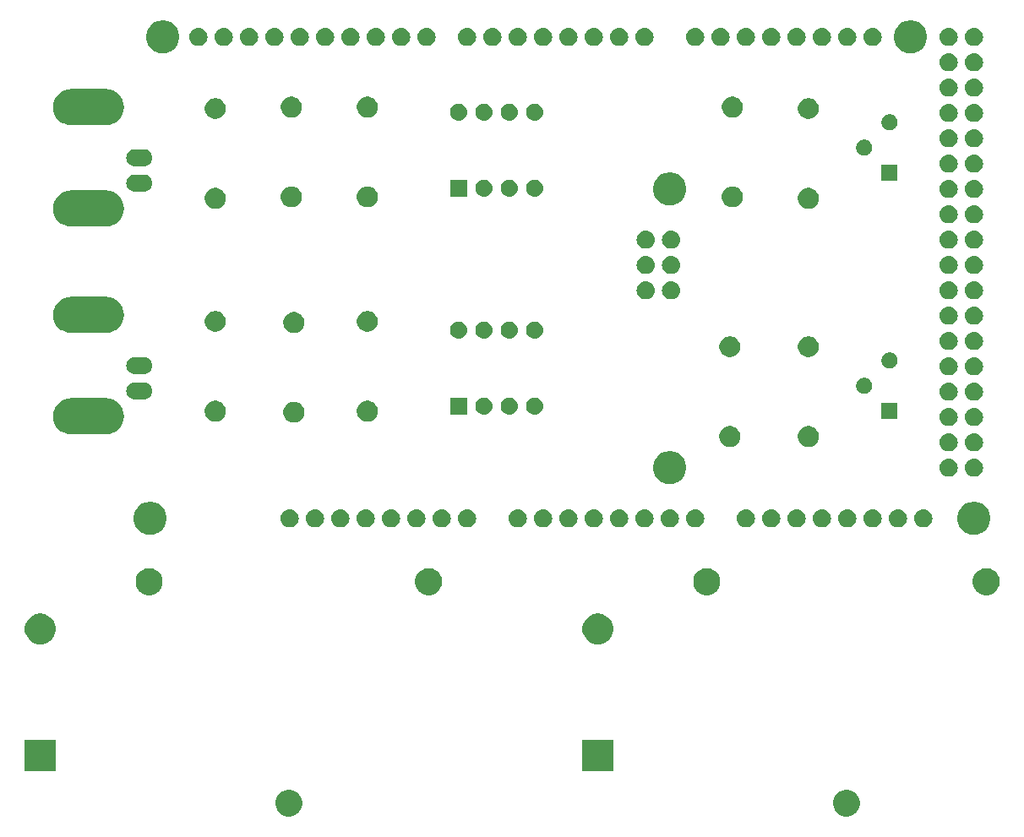
<source format=gbr>
G04 #@! TF.GenerationSoftware,KiCad,Pcbnew,5.1.4-e60b266~84~ubuntu18.04.1*
G04 #@! TF.CreationDate,2019-10-23T15:59:47+01:00*
G04 #@! TF.ProjectId,trans_switch_volt_amp,7472616e-735f-4737-9769-7463685f766f,rev?*
G04 #@! TF.SameCoordinates,Original*
G04 #@! TF.FileFunction,Soldermask,Bot*
G04 #@! TF.FilePolarity,Negative*
%FSLAX46Y46*%
G04 Gerber Fmt 4.6, Leading zero omitted, Abs format (unit mm)*
G04 Created by KiCad (PCBNEW 5.1.4-e60b266~84~ubuntu18.04.1) date 2019-10-23 15:59:47*
%MOMM*%
%LPD*%
G04 APERTURE LIST*
%ADD10C,0.100000*%
G04 APERTURE END LIST*
D10*
G36*
X164232072Y-144166918D02*
G01*
X164477939Y-144268759D01*
X164699212Y-144416610D01*
X164887390Y-144604788D01*
X165035241Y-144826061D01*
X165137082Y-145071928D01*
X165189000Y-145332938D01*
X165189000Y-145599062D01*
X165137082Y-145860072D01*
X165035241Y-146105939D01*
X164887390Y-146327212D01*
X164699212Y-146515390D01*
X164477939Y-146663241D01*
X164477938Y-146663242D01*
X164477937Y-146663242D01*
X164232072Y-146765082D01*
X163971063Y-146817000D01*
X163704937Y-146817000D01*
X163443928Y-146765082D01*
X163198063Y-146663242D01*
X163198062Y-146663242D01*
X163198061Y-146663241D01*
X162976788Y-146515390D01*
X162788610Y-146327212D01*
X162640759Y-146105939D01*
X162538918Y-145860072D01*
X162487000Y-145599062D01*
X162487000Y-145332938D01*
X162538918Y-145071928D01*
X162640759Y-144826061D01*
X162788610Y-144604788D01*
X162976788Y-144416610D01*
X163198061Y-144268759D01*
X163443928Y-144166918D01*
X163704937Y-144115000D01*
X163971063Y-144115000D01*
X164232072Y-144166918D01*
X164232072Y-144166918D01*
G37*
G36*
X108352072Y-144166918D02*
G01*
X108597939Y-144268759D01*
X108819212Y-144416610D01*
X109007390Y-144604788D01*
X109155241Y-144826061D01*
X109257082Y-145071928D01*
X109309000Y-145332938D01*
X109309000Y-145599062D01*
X109257082Y-145860072D01*
X109155241Y-146105939D01*
X109007390Y-146327212D01*
X108819212Y-146515390D01*
X108597939Y-146663241D01*
X108597938Y-146663242D01*
X108597937Y-146663242D01*
X108352072Y-146765082D01*
X108091063Y-146817000D01*
X107824937Y-146817000D01*
X107563928Y-146765082D01*
X107318063Y-146663242D01*
X107318062Y-146663242D01*
X107318061Y-146663241D01*
X107096788Y-146515390D01*
X106908610Y-146327212D01*
X106760759Y-146105939D01*
X106658918Y-145860072D01*
X106607000Y-145599062D01*
X106607000Y-145332938D01*
X106658918Y-145071928D01*
X106760759Y-144826061D01*
X106908610Y-144604788D01*
X107096788Y-144416610D01*
X107318061Y-144268759D01*
X107563928Y-144166918D01*
X107824937Y-144115000D01*
X108091063Y-144115000D01*
X108352072Y-144166918D01*
X108352072Y-144166918D01*
G37*
G36*
X140489000Y-142267000D02*
G01*
X137387000Y-142267000D01*
X137387000Y-139165000D01*
X140489000Y-139165000D01*
X140489000Y-142267000D01*
X140489000Y-142267000D01*
G37*
G36*
X84609000Y-142267000D02*
G01*
X81507000Y-142267000D01*
X81507000Y-139165000D01*
X84609000Y-139165000D01*
X84609000Y-142267000D01*
X84609000Y-142267000D01*
G37*
G36*
X139240585Y-126494802D02*
G01*
X139390410Y-126524604D01*
X139672674Y-126641521D01*
X139926705Y-126811259D01*
X140142741Y-127027295D01*
X140312479Y-127281326D01*
X140429396Y-127563590D01*
X140489000Y-127863240D01*
X140489000Y-128168760D01*
X140429396Y-128468410D01*
X140312479Y-128750674D01*
X140142741Y-129004705D01*
X139926705Y-129220741D01*
X139672674Y-129390479D01*
X139390410Y-129507396D01*
X139240585Y-129537198D01*
X139090761Y-129567000D01*
X138785239Y-129567000D01*
X138635415Y-129537198D01*
X138485590Y-129507396D01*
X138203326Y-129390479D01*
X137949295Y-129220741D01*
X137733259Y-129004705D01*
X137563521Y-128750674D01*
X137446604Y-128468410D01*
X137387000Y-128168760D01*
X137387000Y-127863240D01*
X137446604Y-127563590D01*
X137563521Y-127281326D01*
X137733259Y-127027295D01*
X137949295Y-126811259D01*
X138203326Y-126641521D01*
X138485590Y-126524604D01*
X138635415Y-126494802D01*
X138785239Y-126465000D01*
X139090761Y-126465000D01*
X139240585Y-126494802D01*
X139240585Y-126494802D01*
G37*
G36*
X83360585Y-126494802D02*
G01*
X83510410Y-126524604D01*
X83792674Y-126641521D01*
X84046705Y-126811259D01*
X84262741Y-127027295D01*
X84432479Y-127281326D01*
X84549396Y-127563590D01*
X84609000Y-127863240D01*
X84609000Y-128168760D01*
X84549396Y-128468410D01*
X84432479Y-128750674D01*
X84262741Y-129004705D01*
X84046705Y-129220741D01*
X83792674Y-129390479D01*
X83510410Y-129507396D01*
X83360585Y-129537198D01*
X83210761Y-129567000D01*
X82905239Y-129567000D01*
X82755415Y-129537198D01*
X82605590Y-129507396D01*
X82323326Y-129390479D01*
X82069295Y-129220741D01*
X81853259Y-129004705D01*
X81683521Y-128750674D01*
X81566604Y-128468410D01*
X81507000Y-128168760D01*
X81507000Y-127863240D01*
X81566604Y-127563590D01*
X81683521Y-127281326D01*
X81853259Y-127027295D01*
X82069295Y-126811259D01*
X82323326Y-126641521D01*
X82605590Y-126524604D01*
X82755415Y-126494802D01*
X82905239Y-126465000D01*
X83210761Y-126465000D01*
X83360585Y-126494802D01*
X83360585Y-126494802D01*
G37*
G36*
X178232072Y-121966918D02*
G01*
X178477939Y-122068759D01*
X178699212Y-122216610D01*
X178887390Y-122404788D01*
X179035241Y-122626061D01*
X179137082Y-122871928D01*
X179189000Y-123132938D01*
X179189000Y-123399062D01*
X179137082Y-123660072D01*
X179035241Y-123905939D01*
X178887390Y-124127212D01*
X178699212Y-124315390D01*
X178477939Y-124463241D01*
X178477938Y-124463242D01*
X178477937Y-124463242D01*
X178232072Y-124565082D01*
X177971063Y-124617000D01*
X177704937Y-124617000D01*
X177443928Y-124565082D01*
X177198063Y-124463242D01*
X177198062Y-124463242D01*
X177198061Y-124463241D01*
X176976788Y-124315390D01*
X176788610Y-124127212D01*
X176640759Y-123905939D01*
X176538918Y-123660072D01*
X176487000Y-123399062D01*
X176487000Y-123132938D01*
X176538918Y-122871928D01*
X176640759Y-122626061D01*
X176788610Y-122404788D01*
X176976788Y-122216610D01*
X177198061Y-122068759D01*
X177443928Y-121966918D01*
X177704937Y-121915000D01*
X177971063Y-121915000D01*
X178232072Y-121966918D01*
X178232072Y-121966918D01*
G37*
G36*
X122352072Y-121966918D02*
G01*
X122597939Y-122068759D01*
X122819212Y-122216610D01*
X123007390Y-122404788D01*
X123155241Y-122626061D01*
X123257082Y-122871928D01*
X123309000Y-123132938D01*
X123309000Y-123399062D01*
X123257082Y-123660072D01*
X123155241Y-123905939D01*
X123007390Y-124127212D01*
X122819212Y-124315390D01*
X122597939Y-124463241D01*
X122597938Y-124463242D01*
X122597937Y-124463242D01*
X122352072Y-124565082D01*
X122091063Y-124617000D01*
X121824937Y-124617000D01*
X121563928Y-124565082D01*
X121318063Y-124463242D01*
X121318062Y-124463242D01*
X121318061Y-124463241D01*
X121096788Y-124315390D01*
X120908610Y-124127212D01*
X120760759Y-123905939D01*
X120658918Y-123660072D01*
X120607000Y-123399062D01*
X120607000Y-123132938D01*
X120658918Y-122871928D01*
X120760759Y-122626061D01*
X120908610Y-122404788D01*
X121096788Y-122216610D01*
X121318061Y-122068759D01*
X121563928Y-121966918D01*
X121824937Y-121915000D01*
X122091063Y-121915000D01*
X122352072Y-121966918D01*
X122352072Y-121966918D01*
G37*
G36*
X94352072Y-121966918D02*
G01*
X94597939Y-122068759D01*
X94819212Y-122216610D01*
X95007390Y-122404788D01*
X95155241Y-122626061D01*
X95257082Y-122871928D01*
X95309000Y-123132938D01*
X95309000Y-123399062D01*
X95257082Y-123660072D01*
X95155241Y-123905939D01*
X95007390Y-124127212D01*
X94819212Y-124315390D01*
X94597939Y-124463241D01*
X94597938Y-124463242D01*
X94597937Y-124463242D01*
X94352072Y-124565082D01*
X94091063Y-124617000D01*
X93824937Y-124617000D01*
X93563928Y-124565082D01*
X93318063Y-124463242D01*
X93318062Y-124463242D01*
X93318061Y-124463241D01*
X93096788Y-124315390D01*
X92908610Y-124127212D01*
X92760759Y-123905939D01*
X92658918Y-123660072D01*
X92607000Y-123399062D01*
X92607000Y-123132938D01*
X92658918Y-122871928D01*
X92760759Y-122626061D01*
X92908610Y-122404788D01*
X93096788Y-122216610D01*
X93318061Y-122068759D01*
X93563928Y-121966918D01*
X93824937Y-121915000D01*
X94091063Y-121915000D01*
X94352072Y-121966918D01*
X94352072Y-121966918D01*
G37*
G36*
X150232072Y-121966918D02*
G01*
X150477939Y-122068759D01*
X150699212Y-122216610D01*
X150887390Y-122404788D01*
X151035241Y-122626061D01*
X151137082Y-122871928D01*
X151189000Y-123132938D01*
X151189000Y-123399062D01*
X151137082Y-123660072D01*
X151035241Y-123905939D01*
X150887390Y-124127212D01*
X150699212Y-124315390D01*
X150477939Y-124463241D01*
X150477938Y-124463242D01*
X150477937Y-124463242D01*
X150232072Y-124565082D01*
X149971063Y-124617000D01*
X149704937Y-124617000D01*
X149443928Y-124565082D01*
X149198063Y-124463242D01*
X149198062Y-124463242D01*
X149198061Y-124463241D01*
X148976788Y-124315390D01*
X148788610Y-124127212D01*
X148640759Y-123905939D01*
X148538918Y-123660072D01*
X148487000Y-123399062D01*
X148487000Y-123132938D01*
X148538918Y-122871928D01*
X148640759Y-122626061D01*
X148788610Y-122404788D01*
X148976788Y-122216610D01*
X149198061Y-122068759D01*
X149443928Y-121966918D01*
X149704937Y-121915000D01*
X149971063Y-121915000D01*
X150232072Y-121966918D01*
X150232072Y-121966918D01*
G37*
G36*
X94430257Y-115306299D02*
G01*
X94536580Y-115327448D01*
X94837043Y-115451904D01*
X95107452Y-115632586D01*
X95337416Y-115862550D01*
X95518098Y-116132959D01*
X95518099Y-116132961D01*
X95642554Y-116433423D01*
X95706001Y-116752390D01*
X95706001Y-117077612D01*
X95642554Y-117396579D01*
X95525513Y-117679143D01*
X95518098Y-117697043D01*
X95337416Y-117967452D01*
X95107452Y-118197416D01*
X94837043Y-118378098D01*
X94536580Y-118502554D01*
X94430257Y-118523703D01*
X94217612Y-118566001D01*
X93892390Y-118566001D01*
X93679745Y-118523703D01*
X93573422Y-118502554D01*
X93272959Y-118378098D01*
X93002550Y-118197416D01*
X92772586Y-117967452D01*
X92591904Y-117697043D01*
X92584490Y-117679143D01*
X92467448Y-117396579D01*
X92404001Y-117077612D01*
X92404001Y-116752390D01*
X92467448Y-116433423D01*
X92591903Y-116132961D01*
X92591904Y-116132959D01*
X92772586Y-115862550D01*
X93002550Y-115632586D01*
X93272959Y-115451904D01*
X93573422Y-115327448D01*
X93679745Y-115306299D01*
X93892390Y-115264001D01*
X94217612Y-115264001D01*
X94430257Y-115306299D01*
X94430257Y-115306299D01*
G37*
G36*
X176980257Y-115306299D02*
G01*
X177086580Y-115327448D01*
X177387043Y-115451904D01*
X177657452Y-115632586D01*
X177887416Y-115862550D01*
X178068098Y-116132959D01*
X178068099Y-116132961D01*
X178192554Y-116433423D01*
X178256001Y-116752390D01*
X178256001Y-117077612D01*
X178192554Y-117396579D01*
X178075513Y-117679143D01*
X178068098Y-117697043D01*
X177887416Y-117967452D01*
X177657452Y-118197416D01*
X177387043Y-118378098D01*
X177086580Y-118502554D01*
X176980257Y-118523703D01*
X176767612Y-118566001D01*
X176442390Y-118566001D01*
X176229745Y-118523703D01*
X176123422Y-118502554D01*
X175822959Y-118378098D01*
X175552550Y-118197416D01*
X175322586Y-117967452D01*
X175141904Y-117697043D01*
X175134490Y-117679143D01*
X175017448Y-117396579D01*
X174954001Y-117077612D01*
X174954001Y-116752390D01*
X175017448Y-116433423D01*
X175141903Y-116132961D01*
X175141904Y-116132959D01*
X175322586Y-115862550D01*
X175552550Y-115632586D01*
X175822959Y-115451904D01*
X176123422Y-115327448D01*
X176229745Y-115306299D01*
X176442390Y-115264001D01*
X176767612Y-115264001D01*
X176980257Y-115306299D01*
X176980257Y-115306299D01*
G37*
G36*
X136144295Y-116013634D02*
G01*
X136316696Y-116065932D01*
X136475584Y-116150859D01*
X136614850Y-116265152D01*
X136729143Y-116404418D01*
X136814070Y-116563306D01*
X136866368Y-116735707D01*
X136884026Y-116915001D01*
X136866368Y-117094295D01*
X136814070Y-117266696D01*
X136729143Y-117425584D01*
X136614850Y-117564850D01*
X136475584Y-117679143D01*
X136316696Y-117764070D01*
X136144295Y-117816368D01*
X136009932Y-117829601D01*
X135920070Y-117829601D01*
X135785707Y-117816368D01*
X135613306Y-117764070D01*
X135454418Y-117679143D01*
X135315152Y-117564850D01*
X135200859Y-117425584D01*
X135115932Y-117266696D01*
X135063634Y-117094295D01*
X135045976Y-116915001D01*
X135063634Y-116735707D01*
X135115932Y-116563306D01*
X135200859Y-116404418D01*
X135315152Y-116265152D01*
X135454418Y-116150859D01*
X135613306Y-116065932D01*
X135785707Y-116013634D01*
X135920070Y-116000401D01*
X136009932Y-116000401D01*
X136144295Y-116013634D01*
X136144295Y-116013634D01*
G37*
G36*
X123444295Y-116013634D02*
G01*
X123616696Y-116065932D01*
X123775584Y-116150859D01*
X123914850Y-116265152D01*
X124029143Y-116404418D01*
X124114070Y-116563306D01*
X124166368Y-116735707D01*
X124184026Y-116915001D01*
X124166368Y-117094295D01*
X124114070Y-117266696D01*
X124029143Y-117425584D01*
X123914850Y-117564850D01*
X123775584Y-117679143D01*
X123616696Y-117764070D01*
X123444295Y-117816368D01*
X123309932Y-117829601D01*
X123220070Y-117829601D01*
X123085707Y-117816368D01*
X122913306Y-117764070D01*
X122754418Y-117679143D01*
X122615152Y-117564850D01*
X122500859Y-117425584D01*
X122415932Y-117266696D01*
X122363634Y-117094295D01*
X122345976Y-116915001D01*
X122363634Y-116735707D01*
X122415932Y-116563306D01*
X122500859Y-116404418D01*
X122615152Y-116265152D01*
X122754418Y-116150859D01*
X122913306Y-116065932D01*
X123085707Y-116013634D01*
X123220070Y-116000401D01*
X123309932Y-116000401D01*
X123444295Y-116013634D01*
X123444295Y-116013634D01*
G37*
G36*
X138684295Y-116013634D02*
G01*
X138856696Y-116065932D01*
X139015584Y-116150859D01*
X139154850Y-116265152D01*
X139269143Y-116404418D01*
X139354070Y-116563306D01*
X139406368Y-116735707D01*
X139424026Y-116915001D01*
X139406368Y-117094295D01*
X139354070Y-117266696D01*
X139269143Y-117425584D01*
X139154850Y-117564850D01*
X139015584Y-117679143D01*
X138856696Y-117764070D01*
X138684295Y-117816368D01*
X138549932Y-117829601D01*
X138460070Y-117829601D01*
X138325707Y-117816368D01*
X138153306Y-117764070D01*
X137994418Y-117679143D01*
X137855152Y-117564850D01*
X137740859Y-117425584D01*
X137655932Y-117266696D01*
X137603634Y-117094295D01*
X137585976Y-116915001D01*
X137603634Y-116735707D01*
X137655932Y-116563306D01*
X137740859Y-116404418D01*
X137855152Y-116265152D01*
X137994418Y-116150859D01*
X138153306Y-116065932D01*
X138325707Y-116013634D01*
X138460070Y-116000401D01*
X138549932Y-116000401D01*
X138684295Y-116013634D01*
X138684295Y-116013634D01*
G37*
G36*
X146304295Y-116013634D02*
G01*
X146476696Y-116065932D01*
X146635584Y-116150859D01*
X146774850Y-116265152D01*
X146889143Y-116404418D01*
X146974070Y-116563306D01*
X147026368Y-116735707D01*
X147044026Y-116915001D01*
X147026368Y-117094295D01*
X146974070Y-117266696D01*
X146889143Y-117425584D01*
X146774850Y-117564850D01*
X146635584Y-117679143D01*
X146476696Y-117764070D01*
X146304295Y-117816368D01*
X146169932Y-117829601D01*
X146080070Y-117829601D01*
X145945707Y-117816368D01*
X145773306Y-117764070D01*
X145614418Y-117679143D01*
X145475152Y-117564850D01*
X145360859Y-117425584D01*
X145275932Y-117266696D01*
X145223634Y-117094295D01*
X145205976Y-116915001D01*
X145223634Y-116735707D01*
X145275932Y-116563306D01*
X145360859Y-116404418D01*
X145475152Y-116265152D01*
X145614418Y-116150859D01*
X145773306Y-116065932D01*
X145945707Y-116013634D01*
X146080070Y-116000401D01*
X146169932Y-116000401D01*
X146304295Y-116013634D01*
X146304295Y-116013634D01*
G37*
G36*
X118364295Y-116013634D02*
G01*
X118536696Y-116065932D01*
X118695584Y-116150859D01*
X118834850Y-116265152D01*
X118949143Y-116404418D01*
X119034070Y-116563306D01*
X119086368Y-116735707D01*
X119104026Y-116915001D01*
X119086368Y-117094295D01*
X119034070Y-117266696D01*
X118949143Y-117425584D01*
X118834850Y-117564850D01*
X118695584Y-117679143D01*
X118536696Y-117764070D01*
X118364295Y-117816368D01*
X118229932Y-117829601D01*
X118140070Y-117829601D01*
X118005707Y-117816368D01*
X117833306Y-117764070D01*
X117674418Y-117679143D01*
X117535152Y-117564850D01*
X117420859Y-117425584D01*
X117335932Y-117266696D01*
X117283634Y-117094295D01*
X117265976Y-116915001D01*
X117283634Y-116735707D01*
X117335932Y-116563306D01*
X117420859Y-116404418D01*
X117535152Y-116265152D01*
X117674418Y-116150859D01*
X117833306Y-116065932D01*
X118005707Y-116013634D01*
X118140070Y-116000401D01*
X118229932Y-116000401D01*
X118364295Y-116013634D01*
X118364295Y-116013634D01*
G37*
G36*
X115824295Y-116013634D02*
G01*
X115996696Y-116065932D01*
X116155584Y-116150859D01*
X116294850Y-116265152D01*
X116409143Y-116404418D01*
X116494070Y-116563306D01*
X116546368Y-116735707D01*
X116564026Y-116915001D01*
X116546368Y-117094295D01*
X116494070Y-117266696D01*
X116409143Y-117425584D01*
X116294850Y-117564850D01*
X116155584Y-117679143D01*
X115996696Y-117764070D01*
X115824295Y-117816368D01*
X115689932Y-117829601D01*
X115600070Y-117829601D01*
X115465707Y-117816368D01*
X115293306Y-117764070D01*
X115134418Y-117679143D01*
X114995152Y-117564850D01*
X114880859Y-117425584D01*
X114795932Y-117266696D01*
X114743634Y-117094295D01*
X114725976Y-116915001D01*
X114743634Y-116735707D01*
X114795932Y-116563306D01*
X114880859Y-116404418D01*
X114995152Y-116265152D01*
X115134418Y-116150859D01*
X115293306Y-116065932D01*
X115465707Y-116013634D01*
X115600070Y-116000401D01*
X115689932Y-116000401D01*
X115824295Y-116013634D01*
X115824295Y-116013634D01*
G37*
G36*
X113284295Y-116013634D02*
G01*
X113456696Y-116065932D01*
X113615584Y-116150859D01*
X113754850Y-116265152D01*
X113869143Y-116404418D01*
X113954070Y-116563306D01*
X114006368Y-116735707D01*
X114024026Y-116915001D01*
X114006368Y-117094295D01*
X113954070Y-117266696D01*
X113869143Y-117425584D01*
X113754850Y-117564850D01*
X113615584Y-117679143D01*
X113456696Y-117764070D01*
X113284295Y-117816368D01*
X113149932Y-117829601D01*
X113060070Y-117829601D01*
X112925707Y-117816368D01*
X112753306Y-117764070D01*
X112594418Y-117679143D01*
X112455152Y-117564850D01*
X112340859Y-117425584D01*
X112255932Y-117266696D01*
X112203634Y-117094295D01*
X112185976Y-116915001D01*
X112203634Y-116735707D01*
X112255932Y-116563306D01*
X112340859Y-116404418D01*
X112455152Y-116265152D01*
X112594418Y-116150859D01*
X112753306Y-116065932D01*
X112925707Y-116013634D01*
X113060070Y-116000401D01*
X113149932Y-116000401D01*
X113284295Y-116013634D01*
X113284295Y-116013634D01*
G37*
G36*
X110744295Y-116013634D02*
G01*
X110916696Y-116065932D01*
X111075584Y-116150859D01*
X111214850Y-116265152D01*
X111329143Y-116404418D01*
X111414070Y-116563306D01*
X111466368Y-116735707D01*
X111484026Y-116915001D01*
X111466368Y-117094295D01*
X111414070Y-117266696D01*
X111329143Y-117425584D01*
X111214850Y-117564850D01*
X111075584Y-117679143D01*
X110916696Y-117764070D01*
X110744295Y-117816368D01*
X110609932Y-117829601D01*
X110520070Y-117829601D01*
X110385707Y-117816368D01*
X110213306Y-117764070D01*
X110054418Y-117679143D01*
X109915152Y-117564850D01*
X109800859Y-117425584D01*
X109715932Y-117266696D01*
X109663634Y-117094295D01*
X109645976Y-116915001D01*
X109663634Y-116735707D01*
X109715932Y-116563306D01*
X109800859Y-116404418D01*
X109915152Y-116265152D01*
X110054418Y-116150859D01*
X110213306Y-116065932D01*
X110385707Y-116013634D01*
X110520070Y-116000401D01*
X110609932Y-116000401D01*
X110744295Y-116013634D01*
X110744295Y-116013634D01*
G37*
G36*
X143764295Y-116013634D02*
G01*
X143936696Y-116065932D01*
X144095584Y-116150859D01*
X144234850Y-116265152D01*
X144349143Y-116404418D01*
X144434070Y-116563306D01*
X144486368Y-116735707D01*
X144504026Y-116915001D01*
X144486368Y-117094295D01*
X144434070Y-117266696D01*
X144349143Y-117425584D01*
X144234850Y-117564850D01*
X144095584Y-117679143D01*
X143936696Y-117764070D01*
X143764295Y-117816368D01*
X143629932Y-117829601D01*
X143540070Y-117829601D01*
X143405707Y-117816368D01*
X143233306Y-117764070D01*
X143074418Y-117679143D01*
X142935152Y-117564850D01*
X142820859Y-117425584D01*
X142735932Y-117266696D01*
X142683634Y-117094295D01*
X142665976Y-116915001D01*
X142683634Y-116735707D01*
X142735932Y-116563306D01*
X142820859Y-116404418D01*
X142935152Y-116265152D01*
X143074418Y-116150859D01*
X143233306Y-116065932D01*
X143405707Y-116013634D01*
X143540070Y-116000401D01*
X143629932Y-116000401D01*
X143764295Y-116013634D01*
X143764295Y-116013634D01*
G37*
G36*
X156464295Y-116013634D02*
G01*
X156636696Y-116065932D01*
X156795584Y-116150859D01*
X156934850Y-116265152D01*
X157049143Y-116404418D01*
X157134070Y-116563306D01*
X157186368Y-116735707D01*
X157204026Y-116915001D01*
X157186368Y-117094295D01*
X157134070Y-117266696D01*
X157049143Y-117425584D01*
X156934850Y-117564850D01*
X156795584Y-117679143D01*
X156636696Y-117764070D01*
X156464295Y-117816368D01*
X156329932Y-117829601D01*
X156240070Y-117829601D01*
X156105707Y-117816368D01*
X155933306Y-117764070D01*
X155774418Y-117679143D01*
X155635152Y-117564850D01*
X155520859Y-117425584D01*
X155435932Y-117266696D01*
X155383634Y-117094295D01*
X155365976Y-116915001D01*
X155383634Y-116735707D01*
X155435932Y-116563306D01*
X155520859Y-116404418D01*
X155635152Y-116265152D01*
X155774418Y-116150859D01*
X155933306Y-116065932D01*
X156105707Y-116013634D01*
X156240070Y-116000401D01*
X156329932Y-116000401D01*
X156464295Y-116013634D01*
X156464295Y-116013634D01*
G37*
G36*
X153924295Y-116013634D02*
G01*
X154096696Y-116065932D01*
X154255584Y-116150859D01*
X154394850Y-116265152D01*
X154509143Y-116404418D01*
X154594070Y-116563306D01*
X154646368Y-116735707D01*
X154664026Y-116915001D01*
X154646368Y-117094295D01*
X154594070Y-117266696D01*
X154509143Y-117425584D01*
X154394850Y-117564850D01*
X154255584Y-117679143D01*
X154096696Y-117764070D01*
X153924295Y-117816368D01*
X153789932Y-117829601D01*
X153700070Y-117829601D01*
X153565707Y-117816368D01*
X153393306Y-117764070D01*
X153234418Y-117679143D01*
X153095152Y-117564850D01*
X152980859Y-117425584D01*
X152895932Y-117266696D01*
X152843634Y-117094295D01*
X152825976Y-116915001D01*
X152843634Y-116735707D01*
X152895932Y-116563306D01*
X152980859Y-116404418D01*
X153095152Y-116265152D01*
X153234418Y-116150859D01*
X153393306Y-116065932D01*
X153565707Y-116013634D01*
X153700070Y-116000401D01*
X153789932Y-116000401D01*
X153924295Y-116013634D01*
X153924295Y-116013634D01*
G37*
G36*
X148844295Y-116013634D02*
G01*
X149016696Y-116065932D01*
X149175584Y-116150859D01*
X149314850Y-116265152D01*
X149429143Y-116404418D01*
X149514070Y-116563306D01*
X149566368Y-116735707D01*
X149584026Y-116915001D01*
X149566368Y-117094295D01*
X149514070Y-117266696D01*
X149429143Y-117425584D01*
X149314850Y-117564850D01*
X149175584Y-117679143D01*
X149016696Y-117764070D01*
X148844295Y-117816368D01*
X148709932Y-117829601D01*
X148620070Y-117829601D01*
X148485707Y-117816368D01*
X148313306Y-117764070D01*
X148154418Y-117679143D01*
X148015152Y-117564850D01*
X147900859Y-117425584D01*
X147815932Y-117266696D01*
X147763634Y-117094295D01*
X147745976Y-116915001D01*
X147763634Y-116735707D01*
X147815932Y-116563306D01*
X147900859Y-116404418D01*
X148015152Y-116265152D01*
X148154418Y-116150859D01*
X148313306Y-116065932D01*
X148485707Y-116013634D01*
X148620070Y-116000401D01*
X148709932Y-116000401D01*
X148844295Y-116013634D01*
X148844295Y-116013634D01*
G37*
G36*
X133604295Y-116013634D02*
G01*
X133776696Y-116065932D01*
X133935584Y-116150859D01*
X134074850Y-116265152D01*
X134189143Y-116404418D01*
X134274070Y-116563306D01*
X134326368Y-116735707D01*
X134344026Y-116915001D01*
X134326368Y-117094295D01*
X134274070Y-117266696D01*
X134189143Y-117425584D01*
X134074850Y-117564850D01*
X133935584Y-117679143D01*
X133776696Y-117764070D01*
X133604295Y-117816368D01*
X133469932Y-117829601D01*
X133380070Y-117829601D01*
X133245707Y-117816368D01*
X133073306Y-117764070D01*
X132914418Y-117679143D01*
X132775152Y-117564850D01*
X132660859Y-117425584D01*
X132575932Y-117266696D01*
X132523634Y-117094295D01*
X132505976Y-116915001D01*
X132523634Y-116735707D01*
X132575932Y-116563306D01*
X132660859Y-116404418D01*
X132775152Y-116265152D01*
X132914418Y-116150859D01*
X133073306Y-116065932D01*
X133245707Y-116013634D01*
X133380070Y-116000401D01*
X133469932Y-116000401D01*
X133604295Y-116013634D01*
X133604295Y-116013634D01*
G37*
G36*
X108204295Y-116013634D02*
G01*
X108376696Y-116065932D01*
X108535584Y-116150859D01*
X108674850Y-116265152D01*
X108789143Y-116404418D01*
X108874070Y-116563306D01*
X108926368Y-116735707D01*
X108944026Y-116915001D01*
X108926368Y-117094295D01*
X108874070Y-117266696D01*
X108789143Y-117425584D01*
X108674850Y-117564850D01*
X108535584Y-117679143D01*
X108376696Y-117764070D01*
X108204295Y-117816368D01*
X108069932Y-117829601D01*
X107980070Y-117829601D01*
X107845707Y-117816368D01*
X107673306Y-117764070D01*
X107514418Y-117679143D01*
X107375152Y-117564850D01*
X107260859Y-117425584D01*
X107175932Y-117266696D01*
X107123634Y-117094295D01*
X107105976Y-116915001D01*
X107123634Y-116735707D01*
X107175932Y-116563306D01*
X107260859Y-116404418D01*
X107375152Y-116265152D01*
X107514418Y-116150859D01*
X107673306Y-116065932D01*
X107845707Y-116013634D01*
X107980070Y-116000401D01*
X108069932Y-116000401D01*
X108204295Y-116013634D01*
X108204295Y-116013634D01*
G37*
G36*
X120904295Y-116013634D02*
G01*
X121076696Y-116065932D01*
X121235584Y-116150859D01*
X121374850Y-116265152D01*
X121489143Y-116404418D01*
X121574070Y-116563306D01*
X121626368Y-116735707D01*
X121644026Y-116915001D01*
X121626368Y-117094295D01*
X121574070Y-117266696D01*
X121489143Y-117425584D01*
X121374850Y-117564850D01*
X121235584Y-117679143D01*
X121076696Y-117764070D01*
X120904295Y-117816368D01*
X120769932Y-117829601D01*
X120680070Y-117829601D01*
X120545707Y-117816368D01*
X120373306Y-117764070D01*
X120214418Y-117679143D01*
X120075152Y-117564850D01*
X119960859Y-117425584D01*
X119875932Y-117266696D01*
X119823634Y-117094295D01*
X119805976Y-116915001D01*
X119823634Y-116735707D01*
X119875932Y-116563306D01*
X119960859Y-116404418D01*
X120075152Y-116265152D01*
X120214418Y-116150859D01*
X120373306Y-116065932D01*
X120545707Y-116013634D01*
X120680070Y-116000401D01*
X120769932Y-116000401D01*
X120904295Y-116013634D01*
X120904295Y-116013634D01*
G37*
G36*
X125984295Y-116013634D02*
G01*
X126156696Y-116065932D01*
X126315584Y-116150859D01*
X126454850Y-116265152D01*
X126569143Y-116404418D01*
X126654070Y-116563306D01*
X126706368Y-116735707D01*
X126724026Y-116915001D01*
X126706368Y-117094295D01*
X126654070Y-117266696D01*
X126569143Y-117425584D01*
X126454850Y-117564850D01*
X126315584Y-117679143D01*
X126156696Y-117764070D01*
X125984295Y-117816368D01*
X125849932Y-117829601D01*
X125760070Y-117829601D01*
X125625707Y-117816368D01*
X125453306Y-117764070D01*
X125294418Y-117679143D01*
X125155152Y-117564850D01*
X125040859Y-117425584D01*
X124955932Y-117266696D01*
X124903634Y-117094295D01*
X124885976Y-116915001D01*
X124903634Y-116735707D01*
X124955932Y-116563306D01*
X125040859Y-116404418D01*
X125155152Y-116265152D01*
X125294418Y-116150859D01*
X125453306Y-116065932D01*
X125625707Y-116013634D01*
X125760070Y-116000401D01*
X125849932Y-116000401D01*
X125984295Y-116013634D01*
X125984295Y-116013634D01*
G37*
G36*
X131064295Y-116013634D02*
G01*
X131236696Y-116065932D01*
X131395584Y-116150859D01*
X131534850Y-116265152D01*
X131649143Y-116404418D01*
X131734070Y-116563306D01*
X131786368Y-116735707D01*
X131804026Y-116915001D01*
X131786368Y-117094295D01*
X131734070Y-117266696D01*
X131649143Y-117425584D01*
X131534850Y-117564850D01*
X131395584Y-117679143D01*
X131236696Y-117764070D01*
X131064295Y-117816368D01*
X130929932Y-117829601D01*
X130840070Y-117829601D01*
X130705707Y-117816368D01*
X130533306Y-117764070D01*
X130374418Y-117679143D01*
X130235152Y-117564850D01*
X130120859Y-117425584D01*
X130035932Y-117266696D01*
X129983634Y-117094295D01*
X129965976Y-116915001D01*
X129983634Y-116735707D01*
X130035932Y-116563306D01*
X130120859Y-116404418D01*
X130235152Y-116265152D01*
X130374418Y-116150859D01*
X130533306Y-116065932D01*
X130705707Y-116013634D01*
X130840070Y-116000401D01*
X130929932Y-116000401D01*
X131064295Y-116013634D01*
X131064295Y-116013634D01*
G37*
G36*
X161544295Y-116013634D02*
G01*
X161716696Y-116065932D01*
X161875584Y-116150859D01*
X162014850Y-116265152D01*
X162129143Y-116404418D01*
X162214070Y-116563306D01*
X162266368Y-116735707D01*
X162284026Y-116915001D01*
X162266368Y-117094295D01*
X162214070Y-117266696D01*
X162129143Y-117425584D01*
X162014850Y-117564850D01*
X161875584Y-117679143D01*
X161716696Y-117764070D01*
X161544295Y-117816368D01*
X161409932Y-117829601D01*
X161320070Y-117829601D01*
X161185707Y-117816368D01*
X161013306Y-117764070D01*
X160854418Y-117679143D01*
X160715152Y-117564850D01*
X160600859Y-117425584D01*
X160515932Y-117266696D01*
X160463634Y-117094295D01*
X160445976Y-116915001D01*
X160463634Y-116735707D01*
X160515932Y-116563306D01*
X160600859Y-116404418D01*
X160715152Y-116265152D01*
X160854418Y-116150859D01*
X161013306Y-116065932D01*
X161185707Y-116013634D01*
X161320070Y-116000401D01*
X161409932Y-116000401D01*
X161544295Y-116013634D01*
X161544295Y-116013634D01*
G37*
G36*
X164084295Y-116013634D02*
G01*
X164256696Y-116065932D01*
X164415584Y-116150859D01*
X164554850Y-116265152D01*
X164669143Y-116404418D01*
X164754070Y-116563306D01*
X164806368Y-116735707D01*
X164824026Y-116915001D01*
X164806368Y-117094295D01*
X164754070Y-117266696D01*
X164669143Y-117425584D01*
X164554850Y-117564850D01*
X164415584Y-117679143D01*
X164256696Y-117764070D01*
X164084295Y-117816368D01*
X163949932Y-117829601D01*
X163860070Y-117829601D01*
X163725707Y-117816368D01*
X163553306Y-117764070D01*
X163394418Y-117679143D01*
X163255152Y-117564850D01*
X163140859Y-117425584D01*
X163055932Y-117266696D01*
X163003634Y-117094295D01*
X162985976Y-116915001D01*
X163003634Y-116735707D01*
X163055932Y-116563306D01*
X163140859Y-116404418D01*
X163255152Y-116265152D01*
X163394418Y-116150859D01*
X163553306Y-116065932D01*
X163725707Y-116013634D01*
X163860070Y-116000401D01*
X163949932Y-116000401D01*
X164084295Y-116013634D01*
X164084295Y-116013634D01*
G37*
G36*
X166624295Y-116013634D02*
G01*
X166796696Y-116065932D01*
X166955584Y-116150859D01*
X167094850Y-116265152D01*
X167209143Y-116404418D01*
X167294070Y-116563306D01*
X167346368Y-116735707D01*
X167364026Y-116915001D01*
X167346368Y-117094295D01*
X167294070Y-117266696D01*
X167209143Y-117425584D01*
X167094850Y-117564850D01*
X166955584Y-117679143D01*
X166796696Y-117764070D01*
X166624295Y-117816368D01*
X166489932Y-117829601D01*
X166400070Y-117829601D01*
X166265707Y-117816368D01*
X166093306Y-117764070D01*
X165934418Y-117679143D01*
X165795152Y-117564850D01*
X165680859Y-117425584D01*
X165595932Y-117266696D01*
X165543634Y-117094295D01*
X165525976Y-116915001D01*
X165543634Y-116735707D01*
X165595932Y-116563306D01*
X165680859Y-116404418D01*
X165795152Y-116265152D01*
X165934418Y-116150859D01*
X166093306Y-116065932D01*
X166265707Y-116013634D01*
X166400070Y-116000401D01*
X166489932Y-116000401D01*
X166624295Y-116013634D01*
X166624295Y-116013634D01*
G37*
G36*
X169164295Y-116013634D02*
G01*
X169336696Y-116065932D01*
X169495584Y-116150859D01*
X169634850Y-116265152D01*
X169749143Y-116404418D01*
X169834070Y-116563306D01*
X169886368Y-116735707D01*
X169904026Y-116915001D01*
X169886368Y-117094295D01*
X169834070Y-117266696D01*
X169749143Y-117425584D01*
X169634850Y-117564850D01*
X169495584Y-117679143D01*
X169336696Y-117764070D01*
X169164295Y-117816368D01*
X169029932Y-117829601D01*
X168940070Y-117829601D01*
X168805707Y-117816368D01*
X168633306Y-117764070D01*
X168474418Y-117679143D01*
X168335152Y-117564850D01*
X168220859Y-117425584D01*
X168135932Y-117266696D01*
X168083634Y-117094295D01*
X168065976Y-116915001D01*
X168083634Y-116735707D01*
X168135932Y-116563306D01*
X168220859Y-116404418D01*
X168335152Y-116265152D01*
X168474418Y-116150859D01*
X168633306Y-116065932D01*
X168805707Y-116013634D01*
X168940070Y-116000401D01*
X169029932Y-116000401D01*
X169164295Y-116013634D01*
X169164295Y-116013634D01*
G37*
G36*
X171704295Y-116013634D02*
G01*
X171876696Y-116065932D01*
X172035584Y-116150859D01*
X172174850Y-116265152D01*
X172289143Y-116404418D01*
X172374070Y-116563306D01*
X172426368Y-116735707D01*
X172444026Y-116915001D01*
X172426368Y-117094295D01*
X172374070Y-117266696D01*
X172289143Y-117425584D01*
X172174850Y-117564850D01*
X172035584Y-117679143D01*
X171876696Y-117764070D01*
X171704295Y-117816368D01*
X171569932Y-117829601D01*
X171480070Y-117829601D01*
X171345707Y-117816368D01*
X171173306Y-117764070D01*
X171014418Y-117679143D01*
X170875152Y-117564850D01*
X170760859Y-117425584D01*
X170675932Y-117266696D01*
X170623634Y-117094295D01*
X170605976Y-116915001D01*
X170623634Y-116735707D01*
X170675932Y-116563306D01*
X170760859Y-116404418D01*
X170875152Y-116265152D01*
X171014418Y-116150859D01*
X171173306Y-116065932D01*
X171345707Y-116013634D01*
X171480070Y-116000401D01*
X171569932Y-116000401D01*
X171704295Y-116013634D01*
X171704295Y-116013634D01*
G37*
G36*
X159004295Y-116013634D02*
G01*
X159176696Y-116065932D01*
X159335584Y-116150859D01*
X159474850Y-116265152D01*
X159589143Y-116404418D01*
X159674070Y-116563306D01*
X159726368Y-116735707D01*
X159744026Y-116915001D01*
X159726368Y-117094295D01*
X159674070Y-117266696D01*
X159589143Y-117425584D01*
X159474850Y-117564850D01*
X159335584Y-117679143D01*
X159176696Y-117764070D01*
X159004295Y-117816368D01*
X158869932Y-117829601D01*
X158780070Y-117829601D01*
X158645707Y-117816368D01*
X158473306Y-117764070D01*
X158314418Y-117679143D01*
X158175152Y-117564850D01*
X158060859Y-117425584D01*
X157975932Y-117266696D01*
X157923634Y-117094295D01*
X157905976Y-116915001D01*
X157923634Y-116735707D01*
X157975932Y-116563306D01*
X158060859Y-116404418D01*
X158175152Y-116265152D01*
X158314418Y-116150859D01*
X158473306Y-116065932D01*
X158645707Y-116013634D01*
X158780070Y-116000401D01*
X158869932Y-116000401D01*
X159004295Y-116013634D01*
X159004295Y-116013634D01*
G37*
G36*
X141224295Y-116013634D02*
G01*
X141396696Y-116065932D01*
X141555584Y-116150859D01*
X141694850Y-116265152D01*
X141809143Y-116404418D01*
X141894070Y-116563306D01*
X141946368Y-116735707D01*
X141964026Y-116915001D01*
X141946368Y-117094295D01*
X141894070Y-117266696D01*
X141809143Y-117425584D01*
X141694850Y-117564850D01*
X141555584Y-117679143D01*
X141396696Y-117764070D01*
X141224295Y-117816368D01*
X141089932Y-117829601D01*
X141000070Y-117829601D01*
X140865707Y-117816368D01*
X140693306Y-117764070D01*
X140534418Y-117679143D01*
X140395152Y-117564850D01*
X140280859Y-117425584D01*
X140195932Y-117266696D01*
X140143634Y-117094295D01*
X140125976Y-116915001D01*
X140143634Y-116735707D01*
X140195932Y-116563306D01*
X140280859Y-116404418D01*
X140395152Y-116265152D01*
X140534418Y-116150859D01*
X140693306Y-116065932D01*
X140865707Y-116013634D01*
X141000070Y-116000401D01*
X141089932Y-116000401D01*
X141224295Y-116013634D01*
X141224295Y-116013634D01*
G37*
G36*
X146500257Y-110226299D02*
G01*
X146606580Y-110247448D01*
X146907043Y-110371904D01*
X147177452Y-110552586D01*
X147407416Y-110782550D01*
X147588098Y-111052959D01*
X147588099Y-111052961D01*
X147712554Y-111353423D01*
X147776001Y-111672390D01*
X147776001Y-111997612D01*
X147712554Y-112316579D01*
X147595513Y-112599143D01*
X147588098Y-112617043D01*
X147407416Y-112887452D01*
X147177452Y-113117416D01*
X146907043Y-113298098D01*
X146606580Y-113422554D01*
X146500257Y-113443703D01*
X146287612Y-113486001D01*
X145962390Y-113486001D01*
X145749745Y-113443703D01*
X145643422Y-113422554D01*
X145342959Y-113298098D01*
X145072550Y-113117416D01*
X144842586Y-112887452D01*
X144661904Y-112617043D01*
X144654490Y-112599143D01*
X144537448Y-112316579D01*
X144474001Y-111997612D01*
X144474001Y-111672390D01*
X144537448Y-111353423D01*
X144661903Y-111052961D01*
X144661904Y-111052959D01*
X144842586Y-110782550D01*
X145072550Y-110552586D01*
X145342959Y-110371904D01*
X145643422Y-110247448D01*
X145749745Y-110226299D01*
X145962390Y-110184001D01*
X146287612Y-110184001D01*
X146500257Y-110226299D01*
X146500257Y-110226299D01*
G37*
G36*
X174244295Y-110933634D02*
G01*
X174416696Y-110985932D01*
X174575584Y-111070859D01*
X174714850Y-111185152D01*
X174829143Y-111324418D01*
X174914070Y-111483306D01*
X174966368Y-111655707D01*
X174984026Y-111835001D01*
X174966368Y-112014295D01*
X174914070Y-112186696D01*
X174829143Y-112345584D01*
X174714850Y-112484850D01*
X174575584Y-112599143D01*
X174416696Y-112684070D01*
X174244295Y-112736368D01*
X174109932Y-112749601D01*
X174020070Y-112749601D01*
X173885707Y-112736368D01*
X173713306Y-112684070D01*
X173554418Y-112599143D01*
X173415152Y-112484850D01*
X173300859Y-112345584D01*
X173215932Y-112186696D01*
X173163634Y-112014295D01*
X173145976Y-111835001D01*
X173163634Y-111655707D01*
X173215932Y-111483306D01*
X173300859Y-111324418D01*
X173415152Y-111185152D01*
X173554418Y-111070859D01*
X173713306Y-110985932D01*
X173885707Y-110933634D01*
X174020070Y-110920401D01*
X174109932Y-110920401D01*
X174244295Y-110933634D01*
X174244295Y-110933634D01*
G37*
G36*
X176784295Y-110933634D02*
G01*
X176956696Y-110985932D01*
X177115584Y-111070859D01*
X177254850Y-111185152D01*
X177369143Y-111324418D01*
X177454070Y-111483306D01*
X177506368Y-111655707D01*
X177524026Y-111835001D01*
X177506368Y-112014295D01*
X177454070Y-112186696D01*
X177369143Y-112345584D01*
X177254850Y-112484850D01*
X177115584Y-112599143D01*
X176956696Y-112684070D01*
X176784295Y-112736368D01*
X176649932Y-112749601D01*
X176560070Y-112749601D01*
X176425707Y-112736368D01*
X176253306Y-112684070D01*
X176094418Y-112599143D01*
X175955152Y-112484850D01*
X175840859Y-112345584D01*
X175755932Y-112186696D01*
X175703634Y-112014295D01*
X175685976Y-111835001D01*
X175703634Y-111655707D01*
X175755932Y-111483306D01*
X175840859Y-111324418D01*
X175955152Y-111185152D01*
X176094418Y-111070859D01*
X176253306Y-110985932D01*
X176425707Y-110933634D01*
X176560070Y-110920401D01*
X176649932Y-110920401D01*
X176784295Y-110933634D01*
X176784295Y-110933634D01*
G37*
G36*
X174244295Y-108393634D02*
G01*
X174416696Y-108445932D01*
X174575584Y-108530859D01*
X174714850Y-108645152D01*
X174829143Y-108784418D01*
X174914070Y-108943306D01*
X174966368Y-109115707D01*
X174984026Y-109295001D01*
X174966368Y-109474295D01*
X174914070Y-109646696D01*
X174829143Y-109805584D01*
X174714850Y-109944850D01*
X174575584Y-110059143D01*
X174416696Y-110144070D01*
X174244295Y-110196368D01*
X174109932Y-110209601D01*
X174020070Y-110209601D01*
X173885707Y-110196368D01*
X173713306Y-110144070D01*
X173554418Y-110059143D01*
X173415152Y-109944850D01*
X173300859Y-109805584D01*
X173215932Y-109646696D01*
X173163634Y-109474295D01*
X173145976Y-109295001D01*
X173163634Y-109115707D01*
X173215932Y-108943306D01*
X173300859Y-108784418D01*
X173415152Y-108645152D01*
X173554418Y-108530859D01*
X173713306Y-108445932D01*
X173885707Y-108393634D01*
X174020070Y-108380401D01*
X174109932Y-108380401D01*
X174244295Y-108393634D01*
X174244295Y-108393634D01*
G37*
G36*
X176784295Y-108393634D02*
G01*
X176956696Y-108445932D01*
X177115584Y-108530859D01*
X177254850Y-108645152D01*
X177369143Y-108784418D01*
X177454070Y-108943306D01*
X177506368Y-109115707D01*
X177524026Y-109295001D01*
X177506368Y-109474295D01*
X177454070Y-109646696D01*
X177369143Y-109805584D01*
X177254850Y-109944850D01*
X177115584Y-110059143D01*
X176956696Y-110144070D01*
X176784295Y-110196368D01*
X176649932Y-110209601D01*
X176560070Y-110209601D01*
X176425707Y-110196368D01*
X176253306Y-110144070D01*
X176094418Y-110059143D01*
X175955152Y-109944850D01*
X175840859Y-109805584D01*
X175755932Y-109646696D01*
X175703634Y-109474295D01*
X175685976Y-109295001D01*
X175703634Y-109115707D01*
X175755932Y-108943306D01*
X175840859Y-108784418D01*
X175955152Y-108645152D01*
X176094418Y-108530859D01*
X176253306Y-108445932D01*
X176425707Y-108393634D01*
X176560070Y-108380401D01*
X176649932Y-108380401D01*
X176784295Y-108393634D01*
X176784295Y-108393634D01*
G37*
G36*
X152452564Y-107701389D02*
G01*
X152643833Y-107780615D01*
X152643835Y-107780616D01*
X152815973Y-107895635D01*
X152962365Y-108042027D01*
X153077385Y-108214167D01*
X153156611Y-108405436D01*
X153197000Y-108608484D01*
X153197000Y-108815516D01*
X153156611Y-109018564D01*
X153077385Y-109209833D01*
X153077384Y-109209835D01*
X152962365Y-109381973D01*
X152815973Y-109528365D01*
X152643835Y-109643384D01*
X152643834Y-109643385D01*
X152643833Y-109643385D01*
X152452564Y-109722611D01*
X152249516Y-109763000D01*
X152042484Y-109763000D01*
X151839436Y-109722611D01*
X151648167Y-109643385D01*
X151648166Y-109643385D01*
X151648165Y-109643384D01*
X151476027Y-109528365D01*
X151329635Y-109381973D01*
X151214616Y-109209835D01*
X151214615Y-109209833D01*
X151135389Y-109018564D01*
X151095000Y-108815516D01*
X151095000Y-108608484D01*
X151135389Y-108405436D01*
X151214615Y-108214167D01*
X151329635Y-108042027D01*
X151476027Y-107895635D01*
X151648165Y-107780616D01*
X151648167Y-107780615D01*
X151839436Y-107701389D01*
X152042484Y-107661000D01*
X152249516Y-107661000D01*
X152452564Y-107701389D01*
X152452564Y-107701389D01*
G37*
G36*
X160326564Y-107701389D02*
G01*
X160517833Y-107780615D01*
X160517835Y-107780616D01*
X160689973Y-107895635D01*
X160836365Y-108042027D01*
X160951385Y-108214167D01*
X161030611Y-108405436D01*
X161071000Y-108608484D01*
X161071000Y-108815516D01*
X161030611Y-109018564D01*
X160951385Y-109209833D01*
X160951384Y-109209835D01*
X160836365Y-109381973D01*
X160689973Y-109528365D01*
X160517835Y-109643384D01*
X160517834Y-109643385D01*
X160517833Y-109643385D01*
X160326564Y-109722611D01*
X160123516Y-109763000D01*
X159916484Y-109763000D01*
X159713436Y-109722611D01*
X159522167Y-109643385D01*
X159522166Y-109643385D01*
X159522165Y-109643384D01*
X159350027Y-109528365D01*
X159203635Y-109381973D01*
X159088616Y-109209835D01*
X159088615Y-109209833D01*
X159009389Y-109018564D01*
X158969000Y-108815516D01*
X158969000Y-108608484D01*
X159009389Y-108405436D01*
X159088615Y-108214167D01*
X159203635Y-108042027D01*
X159350027Y-107895635D01*
X159522165Y-107780616D01*
X159522167Y-107780615D01*
X159713436Y-107701389D01*
X159916484Y-107661000D01*
X160123516Y-107661000D01*
X160326564Y-107701389D01*
X160326564Y-107701389D01*
G37*
G36*
X89810669Y-104887686D02*
G01*
X89987058Y-104905059D01*
X90326548Y-105008042D01*
X90326550Y-105008043D01*
X90639422Y-105175277D01*
X90913661Y-105400339D01*
X91138723Y-105674578D01*
X91262385Y-105905933D01*
X91305958Y-105987452D01*
X91408941Y-106326942D01*
X91443714Y-106680000D01*
X91408941Y-107033058D01*
X91305958Y-107372548D01*
X91305957Y-107372550D01*
X91138723Y-107685422D01*
X90913661Y-107959661D01*
X90639422Y-108184723D01*
X90584336Y-108214167D01*
X90326548Y-108351958D01*
X89987058Y-108454941D01*
X89810669Y-108472314D01*
X89722476Y-108481000D01*
X86045524Y-108481000D01*
X85957331Y-108472314D01*
X85780942Y-108454941D01*
X85441452Y-108351958D01*
X85183664Y-108214167D01*
X85128578Y-108184723D01*
X84854339Y-107959661D01*
X84629277Y-107685422D01*
X84462043Y-107372550D01*
X84462042Y-107372548D01*
X84359059Y-107033058D01*
X84324286Y-106680000D01*
X84359059Y-106326942D01*
X84462042Y-105987452D01*
X84505615Y-105905933D01*
X84629277Y-105674578D01*
X84854339Y-105400339D01*
X85128578Y-105175277D01*
X85441450Y-105008043D01*
X85441452Y-105008042D01*
X85780942Y-104905059D01*
X85957331Y-104887686D01*
X86045524Y-104879000D01*
X89722476Y-104879000D01*
X89810669Y-104887686D01*
X89810669Y-104887686D01*
G37*
G36*
X176784295Y-105853634D02*
G01*
X176956696Y-105905932D01*
X177115584Y-105990859D01*
X177254850Y-106105152D01*
X177369143Y-106244418D01*
X177454070Y-106403306D01*
X177506368Y-106575707D01*
X177524026Y-106755001D01*
X177506368Y-106934295D01*
X177454070Y-107106696D01*
X177369143Y-107265584D01*
X177254850Y-107404850D01*
X177115584Y-107519143D01*
X176956696Y-107604070D01*
X176784295Y-107656368D01*
X176649932Y-107669601D01*
X176560070Y-107669601D01*
X176425707Y-107656368D01*
X176253306Y-107604070D01*
X176094418Y-107519143D01*
X175955152Y-107404850D01*
X175840859Y-107265584D01*
X175755932Y-107106696D01*
X175703634Y-106934295D01*
X175685976Y-106755001D01*
X175703634Y-106575707D01*
X175755932Y-106403306D01*
X175840859Y-106244418D01*
X175955152Y-106105152D01*
X176094418Y-105990859D01*
X176253306Y-105905932D01*
X176425707Y-105853634D01*
X176560070Y-105840401D01*
X176649932Y-105840401D01*
X176784295Y-105853634D01*
X176784295Y-105853634D01*
G37*
G36*
X174244295Y-105853634D02*
G01*
X174416696Y-105905932D01*
X174575584Y-105990859D01*
X174714850Y-106105152D01*
X174829143Y-106244418D01*
X174914070Y-106403306D01*
X174966368Y-106575707D01*
X174984026Y-106755001D01*
X174966368Y-106934295D01*
X174914070Y-107106696D01*
X174829143Y-107265584D01*
X174714850Y-107404850D01*
X174575584Y-107519143D01*
X174416696Y-107604070D01*
X174244295Y-107656368D01*
X174109932Y-107669601D01*
X174020070Y-107669601D01*
X173885707Y-107656368D01*
X173713306Y-107604070D01*
X173554418Y-107519143D01*
X173415152Y-107404850D01*
X173300859Y-107265584D01*
X173215932Y-107106696D01*
X173163634Y-106934295D01*
X173145976Y-106755001D01*
X173163634Y-106575707D01*
X173215932Y-106403306D01*
X173300859Y-106244418D01*
X173415152Y-106105152D01*
X173554418Y-105990859D01*
X173713306Y-105905932D01*
X173885707Y-105853634D01*
X174020070Y-105840401D01*
X174109932Y-105840401D01*
X174244295Y-105853634D01*
X174244295Y-105853634D01*
G37*
G36*
X108764564Y-105271389D02*
G01*
X108922379Y-105336758D01*
X108955835Y-105350616D01*
X109127973Y-105465635D01*
X109274365Y-105612027D01*
X109316160Y-105674577D01*
X109389385Y-105784167D01*
X109468611Y-105975436D01*
X109509000Y-106178484D01*
X109509000Y-106385516D01*
X109468611Y-106588564D01*
X109389385Y-106779833D01*
X109389384Y-106779835D01*
X109274365Y-106951973D01*
X109127973Y-107098365D01*
X108955835Y-107213384D01*
X108955834Y-107213385D01*
X108955833Y-107213385D01*
X108764564Y-107292611D01*
X108561516Y-107333000D01*
X108354484Y-107333000D01*
X108151436Y-107292611D01*
X107960167Y-107213385D01*
X107960166Y-107213385D01*
X107960165Y-107213384D01*
X107788027Y-107098365D01*
X107641635Y-106951973D01*
X107526616Y-106779835D01*
X107526615Y-106779833D01*
X107447389Y-106588564D01*
X107407000Y-106385516D01*
X107407000Y-106178484D01*
X107447389Y-105975436D01*
X107526615Y-105784167D01*
X107599841Y-105674577D01*
X107641635Y-105612027D01*
X107788027Y-105465635D01*
X107960165Y-105350616D01*
X107993621Y-105336758D01*
X108151436Y-105271389D01*
X108354484Y-105231000D01*
X108561516Y-105231000D01*
X108764564Y-105271389D01*
X108764564Y-105271389D01*
G37*
G36*
X100890564Y-105161389D02*
G01*
X101058620Y-105231000D01*
X101081835Y-105240616D01*
X101253973Y-105355635D01*
X101400365Y-105502027D01*
X101473865Y-105612027D01*
X101515385Y-105674167D01*
X101594611Y-105865436D01*
X101635000Y-106068484D01*
X101635000Y-106275516D01*
X101594611Y-106478564D01*
X101549047Y-106588565D01*
X101515384Y-106669835D01*
X101400365Y-106841973D01*
X101253973Y-106988365D01*
X101081835Y-107103384D01*
X101081834Y-107103385D01*
X101081833Y-107103385D01*
X100890564Y-107182611D01*
X100687516Y-107223000D01*
X100480484Y-107223000D01*
X100277436Y-107182611D01*
X100086167Y-107103385D01*
X100086166Y-107103385D01*
X100086165Y-107103384D01*
X99914027Y-106988365D01*
X99767635Y-106841973D01*
X99652616Y-106669835D01*
X99618953Y-106588565D01*
X99573389Y-106478564D01*
X99533000Y-106275516D01*
X99533000Y-106068484D01*
X99573389Y-105865436D01*
X99652615Y-105674167D01*
X99694136Y-105612027D01*
X99767635Y-105502027D01*
X99914027Y-105355635D01*
X100086165Y-105240616D01*
X100109380Y-105231000D01*
X100277436Y-105161389D01*
X100480484Y-105121000D01*
X100687516Y-105121000D01*
X100890564Y-105161389D01*
X100890564Y-105161389D01*
G37*
G36*
X116130564Y-105161389D02*
G01*
X116298620Y-105231000D01*
X116321835Y-105240616D01*
X116493973Y-105355635D01*
X116640365Y-105502027D01*
X116713865Y-105612027D01*
X116755385Y-105674167D01*
X116834611Y-105865436D01*
X116875000Y-106068484D01*
X116875000Y-106275516D01*
X116834611Y-106478564D01*
X116789047Y-106588565D01*
X116755384Y-106669835D01*
X116640365Y-106841973D01*
X116493973Y-106988365D01*
X116321835Y-107103384D01*
X116321834Y-107103385D01*
X116321833Y-107103385D01*
X116130564Y-107182611D01*
X115927516Y-107223000D01*
X115720484Y-107223000D01*
X115517436Y-107182611D01*
X115326167Y-107103385D01*
X115326166Y-107103385D01*
X115326165Y-107103384D01*
X115154027Y-106988365D01*
X115007635Y-106841973D01*
X114892616Y-106669835D01*
X114858953Y-106588565D01*
X114813389Y-106478564D01*
X114773000Y-106275516D01*
X114773000Y-106068484D01*
X114813389Y-105865436D01*
X114892615Y-105674167D01*
X114934136Y-105612027D01*
X115007635Y-105502027D01*
X115154027Y-105355635D01*
X115326165Y-105240616D01*
X115349380Y-105231000D01*
X115517436Y-105161389D01*
X115720484Y-105121000D01*
X115927516Y-105121000D01*
X116130564Y-105161389D01*
X116130564Y-105161389D01*
G37*
G36*
X168949000Y-106973000D02*
G01*
X167347000Y-106973000D01*
X167347000Y-105371000D01*
X168949000Y-105371000D01*
X168949000Y-106973000D01*
X168949000Y-106973000D01*
G37*
G36*
X130214823Y-104825313D02*
G01*
X130375242Y-104873976D01*
X130433394Y-104905059D01*
X130523078Y-104952996D01*
X130652659Y-105059341D01*
X130759004Y-105188922D01*
X130759005Y-105188924D01*
X130838024Y-105336758D01*
X130886687Y-105497177D01*
X130903117Y-105664000D01*
X130886687Y-105830823D01*
X130838024Y-105991242D01*
X130796737Y-106068484D01*
X130759004Y-106139078D01*
X130652659Y-106268659D01*
X130523078Y-106375004D01*
X130523076Y-106375005D01*
X130375242Y-106454024D01*
X130214823Y-106502687D01*
X130089804Y-106515000D01*
X130006196Y-106515000D01*
X129881177Y-106502687D01*
X129720758Y-106454024D01*
X129572924Y-106375005D01*
X129572922Y-106375004D01*
X129443341Y-106268659D01*
X129336996Y-106139078D01*
X129299263Y-106068484D01*
X129257976Y-105991242D01*
X129209313Y-105830823D01*
X129192883Y-105664000D01*
X129209313Y-105497177D01*
X129257976Y-105336758D01*
X129336995Y-105188924D01*
X129336996Y-105188922D01*
X129443341Y-105059341D01*
X129572922Y-104952996D01*
X129662606Y-104905059D01*
X129720758Y-104873976D01*
X129881177Y-104825313D01*
X130006196Y-104813000D01*
X130089804Y-104813000D01*
X130214823Y-104825313D01*
X130214823Y-104825313D01*
G37*
G36*
X125819000Y-106515000D02*
G01*
X124117000Y-106515000D01*
X124117000Y-104813000D01*
X125819000Y-104813000D01*
X125819000Y-106515000D01*
X125819000Y-106515000D01*
G37*
G36*
X127674823Y-104825313D02*
G01*
X127835242Y-104873976D01*
X127893394Y-104905059D01*
X127983078Y-104952996D01*
X128112659Y-105059341D01*
X128219004Y-105188922D01*
X128219005Y-105188924D01*
X128298024Y-105336758D01*
X128346687Y-105497177D01*
X128363117Y-105664000D01*
X128346687Y-105830823D01*
X128298024Y-105991242D01*
X128256737Y-106068484D01*
X128219004Y-106139078D01*
X128112659Y-106268659D01*
X127983078Y-106375004D01*
X127983076Y-106375005D01*
X127835242Y-106454024D01*
X127674823Y-106502687D01*
X127549804Y-106515000D01*
X127466196Y-106515000D01*
X127341177Y-106502687D01*
X127180758Y-106454024D01*
X127032924Y-106375005D01*
X127032922Y-106375004D01*
X126903341Y-106268659D01*
X126796996Y-106139078D01*
X126759263Y-106068484D01*
X126717976Y-105991242D01*
X126669313Y-105830823D01*
X126652883Y-105664000D01*
X126669313Y-105497177D01*
X126717976Y-105336758D01*
X126796995Y-105188924D01*
X126796996Y-105188922D01*
X126903341Y-105059341D01*
X127032922Y-104952996D01*
X127122606Y-104905059D01*
X127180758Y-104873976D01*
X127341177Y-104825313D01*
X127466196Y-104813000D01*
X127549804Y-104813000D01*
X127674823Y-104825313D01*
X127674823Y-104825313D01*
G37*
G36*
X132754823Y-104825313D02*
G01*
X132915242Y-104873976D01*
X132973394Y-104905059D01*
X133063078Y-104952996D01*
X133192659Y-105059341D01*
X133299004Y-105188922D01*
X133299005Y-105188924D01*
X133378024Y-105336758D01*
X133426687Y-105497177D01*
X133443117Y-105664000D01*
X133426687Y-105830823D01*
X133378024Y-105991242D01*
X133336737Y-106068484D01*
X133299004Y-106139078D01*
X133192659Y-106268659D01*
X133063078Y-106375004D01*
X133063076Y-106375005D01*
X132915242Y-106454024D01*
X132754823Y-106502687D01*
X132629804Y-106515000D01*
X132546196Y-106515000D01*
X132421177Y-106502687D01*
X132260758Y-106454024D01*
X132112924Y-106375005D01*
X132112922Y-106375004D01*
X131983341Y-106268659D01*
X131876996Y-106139078D01*
X131839263Y-106068484D01*
X131797976Y-105991242D01*
X131749313Y-105830823D01*
X131732883Y-105664000D01*
X131749313Y-105497177D01*
X131797976Y-105336758D01*
X131876995Y-105188924D01*
X131876996Y-105188922D01*
X131983341Y-105059341D01*
X132112922Y-104952996D01*
X132202606Y-104905059D01*
X132260758Y-104873976D01*
X132421177Y-104825313D01*
X132546196Y-104813000D01*
X132629804Y-104813000D01*
X132754823Y-104825313D01*
X132754823Y-104825313D01*
G37*
G36*
X176784295Y-103313634D02*
G01*
X176956696Y-103365932D01*
X177115584Y-103450859D01*
X177254850Y-103565152D01*
X177369143Y-103704418D01*
X177454070Y-103863306D01*
X177506368Y-104035707D01*
X177524026Y-104215001D01*
X177506368Y-104394295D01*
X177454070Y-104566696D01*
X177369143Y-104725584D01*
X177254850Y-104864850D01*
X177115584Y-104979143D01*
X176956696Y-105064070D01*
X176784295Y-105116368D01*
X176649932Y-105129601D01*
X176560070Y-105129601D01*
X176425707Y-105116368D01*
X176253306Y-105064070D01*
X176094418Y-104979143D01*
X175955152Y-104864850D01*
X175840859Y-104725584D01*
X175755932Y-104566696D01*
X175703634Y-104394295D01*
X175685976Y-104215001D01*
X175703634Y-104035707D01*
X175755932Y-103863306D01*
X175840859Y-103704418D01*
X175955152Y-103565152D01*
X176094418Y-103450859D01*
X176253306Y-103365932D01*
X176425707Y-103313634D01*
X176560070Y-103300401D01*
X176649932Y-103300401D01*
X176784295Y-103313634D01*
X176784295Y-103313634D01*
G37*
G36*
X174244295Y-103313634D02*
G01*
X174416696Y-103365932D01*
X174575584Y-103450859D01*
X174714850Y-103565152D01*
X174829143Y-103704418D01*
X174914070Y-103863306D01*
X174966368Y-104035707D01*
X174984026Y-104215001D01*
X174966368Y-104394295D01*
X174914070Y-104566696D01*
X174829143Y-104725584D01*
X174714850Y-104864850D01*
X174575584Y-104979143D01*
X174416696Y-105064070D01*
X174244295Y-105116368D01*
X174109932Y-105129601D01*
X174020070Y-105129601D01*
X173885707Y-105116368D01*
X173713306Y-105064070D01*
X173554418Y-104979143D01*
X173415152Y-104864850D01*
X173300859Y-104725584D01*
X173215932Y-104566696D01*
X173163634Y-104394295D01*
X173145976Y-104215001D01*
X173163634Y-104035707D01*
X173215932Y-103863306D01*
X173300859Y-103704418D01*
X173415152Y-103565152D01*
X173554418Y-103450859D01*
X173713306Y-103365932D01*
X173885707Y-103313634D01*
X174020070Y-103300401D01*
X174109932Y-103300401D01*
X174244295Y-103313634D01*
X174244295Y-103313634D01*
G37*
G36*
X93580823Y-103301313D02*
G01*
X93741242Y-103349976D01*
X93771095Y-103365933D01*
X93889078Y-103428996D01*
X94018659Y-103535341D01*
X94125004Y-103664922D01*
X94125005Y-103664924D01*
X94204024Y-103812758D01*
X94252687Y-103973177D01*
X94269117Y-104140000D01*
X94252687Y-104306823D01*
X94204024Y-104467242D01*
X94150865Y-104566696D01*
X94125004Y-104615078D01*
X94018659Y-104744659D01*
X93889078Y-104851004D01*
X93889076Y-104851005D01*
X93741242Y-104930024D01*
X93580823Y-104978687D01*
X93455804Y-104991000D01*
X92472196Y-104991000D01*
X92347177Y-104978687D01*
X92186758Y-104930024D01*
X92038924Y-104851005D01*
X92038922Y-104851004D01*
X91909341Y-104744659D01*
X91802996Y-104615078D01*
X91777135Y-104566696D01*
X91723976Y-104467242D01*
X91675313Y-104306823D01*
X91658883Y-104140000D01*
X91675313Y-103973177D01*
X91723976Y-103812758D01*
X91802995Y-103664924D01*
X91802996Y-103664922D01*
X91909341Y-103535341D01*
X92038922Y-103428996D01*
X92156905Y-103365933D01*
X92186758Y-103349976D01*
X92347177Y-103301313D01*
X92472196Y-103289000D01*
X93455804Y-103289000D01*
X93580823Y-103301313D01*
X93580823Y-103301313D01*
G37*
G36*
X165841642Y-102861781D02*
G01*
X165987414Y-102922162D01*
X165987416Y-102922163D01*
X166118608Y-103009822D01*
X166230178Y-103121392D01*
X166317837Y-103252584D01*
X166317838Y-103252586D01*
X166378219Y-103398358D01*
X166409000Y-103553107D01*
X166409000Y-103710893D01*
X166378219Y-103865642D01*
X166333677Y-103973175D01*
X166317837Y-104011416D01*
X166230178Y-104142608D01*
X166118608Y-104254178D01*
X165987416Y-104341837D01*
X165987415Y-104341838D01*
X165987414Y-104341838D01*
X165841642Y-104402219D01*
X165686893Y-104433000D01*
X165529107Y-104433000D01*
X165374358Y-104402219D01*
X165228586Y-104341838D01*
X165228585Y-104341838D01*
X165228584Y-104341837D01*
X165097392Y-104254178D01*
X164985822Y-104142608D01*
X164898163Y-104011416D01*
X164882323Y-103973175D01*
X164837781Y-103865642D01*
X164807000Y-103710893D01*
X164807000Y-103553107D01*
X164837781Y-103398358D01*
X164898162Y-103252586D01*
X164898163Y-103252584D01*
X164985822Y-103121392D01*
X165097392Y-103009822D01*
X165228584Y-102922163D01*
X165228586Y-102922162D01*
X165374358Y-102861781D01*
X165529107Y-102831000D01*
X165686893Y-102831000D01*
X165841642Y-102861781D01*
X165841642Y-102861781D01*
G37*
G36*
X176784295Y-100773634D02*
G01*
X176956696Y-100825932D01*
X177115584Y-100910859D01*
X177254850Y-101025152D01*
X177369143Y-101164418D01*
X177454070Y-101323306D01*
X177506368Y-101495707D01*
X177524026Y-101675001D01*
X177506368Y-101854295D01*
X177454070Y-102026696D01*
X177369143Y-102185584D01*
X177254850Y-102324850D01*
X177115584Y-102439143D01*
X176956696Y-102524070D01*
X176784295Y-102576368D01*
X176649932Y-102589601D01*
X176560070Y-102589601D01*
X176425707Y-102576368D01*
X176253306Y-102524070D01*
X176094418Y-102439143D01*
X175955152Y-102324850D01*
X175840859Y-102185584D01*
X175755932Y-102026696D01*
X175703634Y-101854295D01*
X175685976Y-101675001D01*
X175703634Y-101495707D01*
X175755932Y-101323306D01*
X175840859Y-101164418D01*
X175955152Y-101025152D01*
X176094418Y-100910859D01*
X176253306Y-100825932D01*
X176425707Y-100773634D01*
X176560070Y-100760401D01*
X176649932Y-100760401D01*
X176784295Y-100773634D01*
X176784295Y-100773634D01*
G37*
G36*
X174244295Y-100773634D02*
G01*
X174416696Y-100825932D01*
X174575584Y-100910859D01*
X174714850Y-101025152D01*
X174829143Y-101164418D01*
X174914070Y-101323306D01*
X174966368Y-101495707D01*
X174984026Y-101675001D01*
X174966368Y-101854295D01*
X174914070Y-102026696D01*
X174829143Y-102185584D01*
X174714850Y-102324850D01*
X174575584Y-102439143D01*
X174416696Y-102524070D01*
X174244295Y-102576368D01*
X174109932Y-102589601D01*
X174020070Y-102589601D01*
X173885707Y-102576368D01*
X173713306Y-102524070D01*
X173554418Y-102439143D01*
X173415152Y-102324850D01*
X173300859Y-102185584D01*
X173215932Y-102026696D01*
X173163634Y-101854295D01*
X173145976Y-101675001D01*
X173163634Y-101495707D01*
X173215932Y-101323306D01*
X173300859Y-101164418D01*
X173415152Y-101025152D01*
X173554418Y-100910859D01*
X173713306Y-100825932D01*
X173885707Y-100773634D01*
X174020070Y-100760401D01*
X174109932Y-100760401D01*
X174244295Y-100773634D01*
X174244295Y-100773634D01*
G37*
G36*
X93580823Y-100761313D02*
G01*
X93741242Y-100809976D01*
X93771095Y-100825933D01*
X93889078Y-100888996D01*
X94018659Y-100995341D01*
X94125004Y-101124922D01*
X94125005Y-101124924D01*
X94204024Y-101272758D01*
X94252687Y-101433177D01*
X94269117Y-101600000D01*
X94252687Y-101766823D01*
X94204024Y-101927242D01*
X94150865Y-102026696D01*
X94125004Y-102075078D01*
X94018659Y-102204659D01*
X93889078Y-102311004D01*
X93889076Y-102311005D01*
X93741242Y-102390024D01*
X93580823Y-102438687D01*
X93455804Y-102451000D01*
X92472196Y-102451000D01*
X92347177Y-102438687D01*
X92186758Y-102390024D01*
X92038924Y-102311005D01*
X92038922Y-102311004D01*
X91909341Y-102204659D01*
X91802996Y-102075078D01*
X91777135Y-102026696D01*
X91723976Y-101927242D01*
X91675313Y-101766823D01*
X91658883Y-101600000D01*
X91675313Y-101433177D01*
X91723976Y-101272758D01*
X91802995Y-101124924D01*
X91802996Y-101124922D01*
X91909341Y-100995341D01*
X92038922Y-100888996D01*
X92156905Y-100825933D01*
X92186758Y-100809976D01*
X92347177Y-100761313D01*
X92472196Y-100749000D01*
X93455804Y-100749000D01*
X93580823Y-100761313D01*
X93580823Y-100761313D01*
G37*
G36*
X168381642Y-100321781D02*
G01*
X168527414Y-100382162D01*
X168527416Y-100382163D01*
X168658608Y-100469822D01*
X168770178Y-100581392D01*
X168811599Y-100643384D01*
X168857838Y-100712586D01*
X168918219Y-100858358D01*
X168949000Y-101013107D01*
X168949000Y-101170893D01*
X168918219Y-101325642D01*
X168873677Y-101433175D01*
X168857837Y-101471416D01*
X168770178Y-101602608D01*
X168658608Y-101714178D01*
X168527416Y-101801837D01*
X168527415Y-101801838D01*
X168527414Y-101801838D01*
X168381642Y-101862219D01*
X168226893Y-101893000D01*
X168069107Y-101893000D01*
X167914358Y-101862219D01*
X167768586Y-101801838D01*
X167768585Y-101801838D01*
X167768584Y-101801837D01*
X167637392Y-101714178D01*
X167525822Y-101602608D01*
X167438163Y-101471416D01*
X167422323Y-101433175D01*
X167377781Y-101325642D01*
X167347000Y-101170893D01*
X167347000Y-101013107D01*
X167377781Y-100858358D01*
X167438162Y-100712586D01*
X167484401Y-100643384D01*
X167525822Y-100581392D01*
X167637392Y-100469822D01*
X167768584Y-100382163D01*
X167768586Y-100382162D01*
X167914358Y-100321781D01*
X168069107Y-100291000D01*
X168226893Y-100291000D01*
X168381642Y-100321781D01*
X168381642Y-100321781D01*
G37*
G36*
X160326564Y-98701389D02*
G01*
X160517833Y-98780615D01*
X160517835Y-98780616D01*
X160597767Y-98834025D01*
X160689973Y-98895635D01*
X160836365Y-99042027D01*
X160951385Y-99214167D01*
X161030611Y-99405436D01*
X161071000Y-99608484D01*
X161071000Y-99815516D01*
X161030611Y-100018564D01*
X161023236Y-100036368D01*
X160951384Y-100209835D01*
X160836365Y-100381973D01*
X160689973Y-100528365D01*
X160517835Y-100643384D01*
X160517834Y-100643385D01*
X160517833Y-100643385D01*
X160326564Y-100722611D01*
X160123516Y-100763000D01*
X159916484Y-100763000D01*
X159713436Y-100722611D01*
X159522167Y-100643385D01*
X159522166Y-100643385D01*
X159522165Y-100643384D01*
X159350027Y-100528365D01*
X159203635Y-100381973D01*
X159088616Y-100209835D01*
X159016764Y-100036368D01*
X159009389Y-100018564D01*
X158969000Y-99815516D01*
X158969000Y-99608484D01*
X159009389Y-99405436D01*
X159088615Y-99214167D01*
X159203635Y-99042027D01*
X159350027Y-98895635D01*
X159442233Y-98834025D01*
X159522165Y-98780616D01*
X159522167Y-98780615D01*
X159713436Y-98701389D01*
X159916484Y-98661000D01*
X160123516Y-98661000D01*
X160326564Y-98701389D01*
X160326564Y-98701389D01*
G37*
G36*
X152452564Y-98701389D02*
G01*
X152643833Y-98780615D01*
X152643835Y-98780616D01*
X152723767Y-98834025D01*
X152815973Y-98895635D01*
X152962365Y-99042027D01*
X153077385Y-99214167D01*
X153156611Y-99405436D01*
X153197000Y-99608484D01*
X153197000Y-99815516D01*
X153156611Y-100018564D01*
X153149236Y-100036368D01*
X153077384Y-100209835D01*
X152962365Y-100381973D01*
X152815973Y-100528365D01*
X152643835Y-100643384D01*
X152643834Y-100643385D01*
X152643833Y-100643385D01*
X152452564Y-100722611D01*
X152249516Y-100763000D01*
X152042484Y-100763000D01*
X151839436Y-100722611D01*
X151648167Y-100643385D01*
X151648166Y-100643385D01*
X151648165Y-100643384D01*
X151476027Y-100528365D01*
X151329635Y-100381973D01*
X151214616Y-100209835D01*
X151142764Y-100036368D01*
X151135389Y-100018564D01*
X151095000Y-99815516D01*
X151095000Y-99608484D01*
X151135389Y-99405436D01*
X151214615Y-99214167D01*
X151329635Y-99042027D01*
X151476027Y-98895635D01*
X151568233Y-98834025D01*
X151648165Y-98780616D01*
X151648167Y-98780615D01*
X151839436Y-98701389D01*
X152042484Y-98661000D01*
X152249516Y-98661000D01*
X152452564Y-98701389D01*
X152452564Y-98701389D01*
G37*
G36*
X176784295Y-98233634D02*
G01*
X176956696Y-98285932D01*
X177115584Y-98370859D01*
X177254850Y-98485152D01*
X177369143Y-98624418D01*
X177454070Y-98783306D01*
X177506368Y-98955707D01*
X177524026Y-99135001D01*
X177506368Y-99314295D01*
X177454070Y-99486696D01*
X177369143Y-99645584D01*
X177254850Y-99784850D01*
X177115584Y-99899143D01*
X176956696Y-99984070D01*
X176784295Y-100036368D01*
X176649932Y-100049601D01*
X176560070Y-100049601D01*
X176425707Y-100036368D01*
X176253306Y-99984070D01*
X176094418Y-99899143D01*
X175955152Y-99784850D01*
X175840859Y-99645584D01*
X175755932Y-99486696D01*
X175703634Y-99314295D01*
X175685976Y-99135001D01*
X175703634Y-98955707D01*
X175755932Y-98783306D01*
X175840859Y-98624418D01*
X175955152Y-98485152D01*
X176094418Y-98370859D01*
X176253306Y-98285932D01*
X176425707Y-98233634D01*
X176560070Y-98220401D01*
X176649932Y-98220401D01*
X176784295Y-98233634D01*
X176784295Y-98233634D01*
G37*
G36*
X174244295Y-98233634D02*
G01*
X174416696Y-98285932D01*
X174575584Y-98370859D01*
X174714850Y-98485152D01*
X174829143Y-98624418D01*
X174914070Y-98783306D01*
X174966368Y-98955707D01*
X174984026Y-99135001D01*
X174966368Y-99314295D01*
X174914070Y-99486696D01*
X174829143Y-99645584D01*
X174714850Y-99784850D01*
X174575584Y-99899143D01*
X174416696Y-99984070D01*
X174244295Y-100036368D01*
X174109932Y-100049601D01*
X174020070Y-100049601D01*
X173885707Y-100036368D01*
X173713306Y-99984070D01*
X173554418Y-99899143D01*
X173415152Y-99784850D01*
X173300859Y-99645584D01*
X173215932Y-99486696D01*
X173163634Y-99314295D01*
X173145976Y-99135001D01*
X173163634Y-98955707D01*
X173215932Y-98783306D01*
X173300859Y-98624418D01*
X173415152Y-98485152D01*
X173554418Y-98370859D01*
X173713306Y-98285932D01*
X173885707Y-98233634D01*
X174020070Y-98220401D01*
X174109932Y-98220401D01*
X174244295Y-98233634D01*
X174244295Y-98233634D01*
G37*
G36*
X130214823Y-97205313D02*
G01*
X130375242Y-97253976D01*
X130415540Y-97275516D01*
X130523078Y-97332996D01*
X130652659Y-97439341D01*
X130759004Y-97568922D01*
X130759005Y-97568924D01*
X130838024Y-97716758D01*
X130886687Y-97877177D01*
X130903117Y-98044000D01*
X130886687Y-98210823D01*
X130838024Y-98371242D01*
X130777138Y-98485152D01*
X130759004Y-98519078D01*
X130652659Y-98648659D01*
X130523078Y-98755004D01*
X130523076Y-98755005D01*
X130375242Y-98834024D01*
X130214823Y-98882687D01*
X130089804Y-98895000D01*
X130006196Y-98895000D01*
X129881177Y-98882687D01*
X129720758Y-98834024D01*
X129572924Y-98755005D01*
X129572922Y-98755004D01*
X129443341Y-98648659D01*
X129336996Y-98519078D01*
X129318862Y-98485152D01*
X129257976Y-98371242D01*
X129209313Y-98210823D01*
X129192883Y-98044000D01*
X129209313Y-97877177D01*
X129257976Y-97716758D01*
X129336995Y-97568924D01*
X129336996Y-97568922D01*
X129443341Y-97439341D01*
X129572922Y-97332996D01*
X129680460Y-97275516D01*
X129720758Y-97253976D01*
X129881177Y-97205313D01*
X130006196Y-97193000D01*
X130089804Y-97193000D01*
X130214823Y-97205313D01*
X130214823Y-97205313D01*
G37*
G36*
X132754823Y-97205313D02*
G01*
X132915242Y-97253976D01*
X132955540Y-97275516D01*
X133063078Y-97332996D01*
X133192659Y-97439341D01*
X133299004Y-97568922D01*
X133299005Y-97568924D01*
X133378024Y-97716758D01*
X133426687Y-97877177D01*
X133443117Y-98044000D01*
X133426687Y-98210823D01*
X133378024Y-98371242D01*
X133317138Y-98485152D01*
X133299004Y-98519078D01*
X133192659Y-98648659D01*
X133063078Y-98755004D01*
X133063076Y-98755005D01*
X132915242Y-98834024D01*
X132754823Y-98882687D01*
X132629804Y-98895000D01*
X132546196Y-98895000D01*
X132421177Y-98882687D01*
X132260758Y-98834024D01*
X132112924Y-98755005D01*
X132112922Y-98755004D01*
X131983341Y-98648659D01*
X131876996Y-98519078D01*
X131858862Y-98485152D01*
X131797976Y-98371242D01*
X131749313Y-98210823D01*
X131732883Y-98044000D01*
X131749313Y-97877177D01*
X131797976Y-97716758D01*
X131876995Y-97568924D01*
X131876996Y-97568922D01*
X131983341Y-97439341D01*
X132112922Y-97332996D01*
X132220460Y-97275516D01*
X132260758Y-97253976D01*
X132421177Y-97205313D01*
X132546196Y-97193000D01*
X132629804Y-97193000D01*
X132754823Y-97205313D01*
X132754823Y-97205313D01*
G37*
G36*
X127674823Y-97205313D02*
G01*
X127835242Y-97253976D01*
X127875540Y-97275516D01*
X127983078Y-97332996D01*
X128112659Y-97439341D01*
X128219004Y-97568922D01*
X128219005Y-97568924D01*
X128298024Y-97716758D01*
X128346687Y-97877177D01*
X128363117Y-98044000D01*
X128346687Y-98210823D01*
X128298024Y-98371242D01*
X128237138Y-98485152D01*
X128219004Y-98519078D01*
X128112659Y-98648659D01*
X127983078Y-98755004D01*
X127983076Y-98755005D01*
X127835242Y-98834024D01*
X127674823Y-98882687D01*
X127549804Y-98895000D01*
X127466196Y-98895000D01*
X127341177Y-98882687D01*
X127180758Y-98834024D01*
X127032924Y-98755005D01*
X127032922Y-98755004D01*
X126903341Y-98648659D01*
X126796996Y-98519078D01*
X126778862Y-98485152D01*
X126717976Y-98371242D01*
X126669313Y-98210823D01*
X126652883Y-98044000D01*
X126669313Y-97877177D01*
X126717976Y-97716758D01*
X126796995Y-97568924D01*
X126796996Y-97568922D01*
X126903341Y-97439341D01*
X127032922Y-97332996D01*
X127140460Y-97275516D01*
X127180758Y-97253976D01*
X127341177Y-97205313D01*
X127466196Y-97193000D01*
X127549804Y-97193000D01*
X127674823Y-97205313D01*
X127674823Y-97205313D01*
G37*
G36*
X125134823Y-97205313D02*
G01*
X125295242Y-97253976D01*
X125335540Y-97275516D01*
X125443078Y-97332996D01*
X125572659Y-97439341D01*
X125679004Y-97568922D01*
X125679005Y-97568924D01*
X125758024Y-97716758D01*
X125806687Y-97877177D01*
X125823117Y-98044000D01*
X125806687Y-98210823D01*
X125758024Y-98371242D01*
X125697138Y-98485152D01*
X125679004Y-98519078D01*
X125572659Y-98648659D01*
X125443078Y-98755004D01*
X125443076Y-98755005D01*
X125295242Y-98834024D01*
X125134823Y-98882687D01*
X125009804Y-98895000D01*
X124926196Y-98895000D01*
X124801177Y-98882687D01*
X124640758Y-98834024D01*
X124492924Y-98755005D01*
X124492922Y-98755004D01*
X124363341Y-98648659D01*
X124256996Y-98519078D01*
X124238862Y-98485152D01*
X124177976Y-98371242D01*
X124129313Y-98210823D01*
X124112883Y-98044000D01*
X124129313Y-97877177D01*
X124177976Y-97716758D01*
X124256995Y-97568924D01*
X124256996Y-97568922D01*
X124363341Y-97439341D01*
X124492922Y-97332996D01*
X124600460Y-97275516D01*
X124640758Y-97253976D01*
X124801177Y-97205313D01*
X124926196Y-97193000D01*
X125009804Y-97193000D01*
X125134823Y-97205313D01*
X125134823Y-97205313D01*
G37*
G36*
X108764564Y-96271389D02*
G01*
X108955833Y-96350615D01*
X108955835Y-96350616D01*
X109053252Y-96415708D01*
X109127973Y-96465635D01*
X109274365Y-96612027D01*
X109389385Y-96784167D01*
X109468611Y-96975436D01*
X109509000Y-97178484D01*
X109509000Y-97385516D01*
X109468611Y-97588564D01*
X109415511Y-97716758D01*
X109389384Y-97779835D01*
X109274365Y-97951973D01*
X109127973Y-98098365D01*
X108955835Y-98213384D01*
X108955834Y-98213385D01*
X108955833Y-98213385D01*
X108764564Y-98292611D01*
X108561516Y-98333000D01*
X108354484Y-98333000D01*
X108151436Y-98292611D01*
X107960167Y-98213385D01*
X107960166Y-98213385D01*
X107960165Y-98213384D01*
X107788027Y-98098365D01*
X107641635Y-97951973D01*
X107526616Y-97779835D01*
X107500489Y-97716758D01*
X107447389Y-97588564D01*
X107407000Y-97385516D01*
X107407000Y-97178484D01*
X107447389Y-96975436D01*
X107526615Y-96784167D01*
X107641635Y-96612027D01*
X107788027Y-96465635D01*
X107862748Y-96415708D01*
X107960165Y-96350616D01*
X107960167Y-96350615D01*
X108151436Y-96271389D01*
X108354484Y-96231000D01*
X108561516Y-96231000D01*
X108764564Y-96271389D01*
X108764564Y-96271389D01*
G37*
G36*
X89810669Y-94727686D02*
G01*
X89987058Y-94745059D01*
X90326548Y-94848042D01*
X90326550Y-94848043D01*
X90639422Y-95015277D01*
X90913661Y-95240339D01*
X91138723Y-95514578D01*
X91262385Y-95745933D01*
X91305958Y-95827452D01*
X91408941Y-96166942D01*
X91443714Y-96520000D01*
X91408941Y-96873058D01*
X91308152Y-97205314D01*
X91305957Y-97212550D01*
X91138723Y-97525422D01*
X90913661Y-97799661D01*
X90639422Y-98024723D01*
X90492256Y-98103385D01*
X90326548Y-98191958D01*
X89987058Y-98294941D01*
X89810669Y-98312314D01*
X89722476Y-98321000D01*
X86045524Y-98321000D01*
X85957331Y-98312314D01*
X85780942Y-98294941D01*
X85441452Y-98191958D01*
X85275744Y-98103385D01*
X85128578Y-98024723D01*
X84854339Y-97799661D01*
X84629277Y-97525422D01*
X84462043Y-97212550D01*
X84459848Y-97205314D01*
X84359059Y-96873058D01*
X84324286Y-96520000D01*
X84359059Y-96166942D01*
X84462042Y-95827452D01*
X84505615Y-95745933D01*
X84629277Y-95514578D01*
X84854339Y-95240339D01*
X85128578Y-95015277D01*
X85441450Y-94848043D01*
X85441452Y-94848042D01*
X85780942Y-94745059D01*
X85957331Y-94727686D01*
X86045524Y-94719000D01*
X89722476Y-94719000D01*
X89810669Y-94727686D01*
X89810669Y-94727686D01*
G37*
G36*
X100890564Y-96161389D02*
G01*
X101058620Y-96231000D01*
X101081835Y-96240616D01*
X101253973Y-96355635D01*
X101400365Y-96502027D01*
X101473865Y-96612027D01*
X101515385Y-96674167D01*
X101594611Y-96865436D01*
X101635000Y-97068484D01*
X101635000Y-97275516D01*
X101594611Y-97478564D01*
X101549047Y-97588565D01*
X101515384Y-97669835D01*
X101400365Y-97841973D01*
X101253973Y-97988365D01*
X101081835Y-98103384D01*
X101081834Y-98103385D01*
X101081833Y-98103385D01*
X100890564Y-98182611D01*
X100687516Y-98223000D01*
X100480484Y-98223000D01*
X100277436Y-98182611D01*
X100086167Y-98103385D01*
X100086166Y-98103385D01*
X100086165Y-98103384D01*
X99914027Y-97988365D01*
X99767635Y-97841973D01*
X99652616Y-97669835D01*
X99618953Y-97588565D01*
X99573389Y-97478564D01*
X99533000Y-97275516D01*
X99533000Y-97068484D01*
X99573389Y-96865436D01*
X99652615Y-96674167D01*
X99694136Y-96612027D01*
X99767635Y-96502027D01*
X99914027Y-96355635D01*
X100086165Y-96240616D01*
X100109380Y-96231000D01*
X100277436Y-96161389D01*
X100480484Y-96121000D01*
X100687516Y-96121000D01*
X100890564Y-96161389D01*
X100890564Y-96161389D01*
G37*
G36*
X116130564Y-96161389D02*
G01*
X116298620Y-96231000D01*
X116321835Y-96240616D01*
X116493973Y-96355635D01*
X116640365Y-96502027D01*
X116713865Y-96612027D01*
X116755385Y-96674167D01*
X116834611Y-96865436D01*
X116875000Y-97068484D01*
X116875000Y-97275516D01*
X116834611Y-97478564D01*
X116789047Y-97588565D01*
X116755384Y-97669835D01*
X116640365Y-97841973D01*
X116493973Y-97988365D01*
X116321835Y-98103384D01*
X116321834Y-98103385D01*
X116321833Y-98103385D01*
X116130564Y-98182611D01*
X115927516Y-98223000D01*
X115720484Y-98223000D01*
X115517436Y-98182611D01*
X115326167Y-98103385D01*
X115326166Y-98103385D01*
X115326165Y-98103384D01*
X115154027Y-97988365D01*
X115007635Y-97841973D01*
X114892616Y-97669835D01*
X114858953Y-97588565D01*
X114813389Y-97478564D01*
X114773000Y-97275516D01*
X114773000Y-97068484D01*
X114813389Y-96865436D01*
X114892615Y-96674167D01*
X114934136Y-96612027D01*
X115007635Y-96502027D01*
X115154027Y-96355635D01*
X115326165Y-96240616D01*
X115349380Y-96231000D01*
X115517436Y-96161389D01*
X115720484Y-96121000D01*
X115927516Y-96121000D01*
X116130564Y-96161389D01*
X116130564Y-96161389D01*
G37*
G36*
X174244295Y-95693634D02*
G01*
X174416696Y-95745932D01*
X174575584Y-95830859D01*
X174714850Y-95945152D01*
X174829143Y-96084418D01*
X174914070Y-96243306D01*
X174966368Y-96415707D01*
X174984026Y-96595001D01*
X174966368Y-96774295D01*
X174914070Y-96946696D01*
X174829143Y-97105584D01*
X174714850Y-97244850D01*
X174575584Y-97359143D01*
X174416696Y-97444070D01*
X174244295Y-97496368D01*
X174109932Y-97509601D01*
X174020070Y-97509601D01*
X173885707Y-97496368D01*
X173713306Y-97444070D01*
X173554418Y-97359143D01*
X173415152Y-97244850D01*
X173300859Y-97105584D01*
X173215932Y-96946696D01*
X173163634Y-96774295D01*
X173145976Y-96595001D01*
X173163634Y-96415707D01*
X173215932Y-96243306D01*
X173300859Y-96084418D01*
X173415152Y-95945152D01*
X173554418Y-95830859D01*
X173713306Y-95745932D01*
X173885707Y-95693634D01*
X174020070Y-95680401D01*
X174109932Y-95680401D01*
X174244295Y-95693634D01*
X174244295Y-95693634D01*
G37*
G36*
X176784295Y-95693634D02*
G01*
X176956696Y-95745932D01*
X177115584Y-95830859D01*
X177254850Y-95945152D01*
X177369143Y-96084418D01*
X177454070Y-96243306D01*
X177506368Y-96415707D01*
X177524026Y-96595001D01*
X177506368Y-96774295D01*
X177454070Y-96946696D01*
X177369143Y-97105584D01*
X177254850Y-97244850D01*
X177115584Y-97359143D01*
X176956696Y-97444070D01*
X176784295Y-97496368D01*
X176649932Y-97509601D01*
X176560070Y-97509601D01*
X176425707Y-97496368D01*
X176253306Y-97444070D01*
X176094418Y-97359143D01*
X175955152Y-97244850D01*
X175840859Y-97105584D01*
X175755932Y-96946696D01*
X175703634Y-96774295D01*
X175685976Y-96595001D01*
X175703634Y-96415707D01*
X175755932Y-96243306D01*
X175840859Y-96084418D01*
X175955152Y-95945152D01*
X176094418Y-95830859D01*
X176253306Y-95745932D01*
X176425707Y-95693634D01*
X176560070Y-95680401D01*
X176649932Y-95680401D01*
X176784295Y-95693634D01*
X176784295Y-95693634D01*
G37*
G36*
X174244295Y-93153634D02*
G01*
X174416696Y-93205932D01*
X174575584Y-93290859D01*
X174714850Y-93405152D01*
X174829143Y-93544418D01*
X174914070Y-93703306D01*
X174966368Y-93875707D01*
X174984026Y-94055001D01*
X174966368Y-94234295D01*
X174914070Y-94406696D01*
X174829143Y-94565584D01*
X174714850Y-94704850D01*
X174575584Y-94819143D01*
X174416696Y-94904070D01*
X174244295Y-94956368D01*
X174109932Y-94969601D01*
X174020070Y-94969601D01*
X173885707Y-94956368D01*
X173713306Y-94904070D01*
X173554418Y-94819143D01*
X173415152Y-94704850D01*
X173300859Y-94565584D01*
X173215932Y-94406696D01*
X173163634Y-94234295D01*
X173145976Y-94055001D01*
X173163634Y-93875707D01*
X173215932Y-93703306D01*
X173300859Y-93544418D01*
X173415152Y-93405152D01*
X173554418Y-93290859D01*
X173713306Y-93205932D01*
X173885707Y-93153634D01*
X174020070Y-93140401D01*
X174109932Y-93140401D01*
X174244295Y-93153634D01*
X174244295Y-93153634D01*
G37*
G36*
X176784295Y-93153634D02*
G01*
X176956696Y-93205932D01*
X177115584Y-93290859D01*
X177254850Y-93405152D01*
X177369143Y-93544418D01*
X177454070Y-93703306D01*
X177506368Y-93875707D01*
X177524026Y-94055001D01*
X177506368Y-94234295D01*
X177454070Y-94406696D01*
X177369143Y-94565584D01*
X177254850Y-94704850D01*
X177115584Y-94819143D01*
X176956696Y-94904070D01*
X176784295Y-94956368D01*
X176649932Y-94969601D01*
X176560070Y-94969601D01*
X176425707Y-94956368D01*
X176253306Y-94904070D01*
X176094418Y-94819143D01*
X175955152Y-94704850D01*
X175840859Y-94565584D01*
X175755932Y-94406696D01*
X175703634Y-94234295D01*
X175685976Y-94055001D01*
X175703634Y-93875707D01*
X175755932Y-93703306D01*
X175840859Y-93544418D01*
X175955152Y-93405152D01*
X176094418Y-93290859D01*
X176253306Y-93205932D01*
X176425707Y-93153634D01*
X176560070Y-93140401D01*
X176649932Y-93140401D01*
X176784295Y-93153634D01*
X176784295Y-93153634D01*
G37*
G36*
X146431295Y-93153634D02*
G01*
X146603696Y-93205932D01*
X146762584Y-93290859D01*
X146901850Y-93405152D01*
X147016143Y-93544418D01*
X147101070Y-93703306D01*
X147153368Y-93875707D01*
X147171026Y-94055001D01*
X147153368Y-94234295D01*
X147101070Y-94406696D01*
X147016143Y-94565584D01*
X146901850Y-94704850D01*
X146762584Y-94819143D01*
X146603696Y-94904070D01*
X146431295Y-94956368D01*
X146296932Y-94969601D01*
X146207070Y-94969601D01*
X146072707Y-94956368D01*
X145900306Y-94904070D01*
X145741418Y-94819143D01*
X145602152Y-94704850D01*
X145487859Y-94565584D01*
X145402932Y-94406696D01*
X145350634Y-94234295D01*
X145332976Y-94055001D01*
X145350634Y-93875707D01*
X145402932Y-93703306D01*
X145487859Y-93544418D01*
X145602152Y-93405152D01*
X145741418Y-93290859D01*
X145900306Y-93205932D01*
X146072707Y-93153634D01*
X146207070Y-93140401D01*
X146296932Y-93140401D01*
X146431295Y-93153634D01*
X146431295Y-93153634D01*
G37*
G36*
X143891295Y-93153634D02*
G01*
X144063696Y-93205932D01*
X144222584Y-93290859D01*
X144361850Y-93405152D01*
X144476143Y-93544418D01*
X144561070Y-93703306D01*
X144613368Y-93875707D01*
X144631026Y-94055001D01*
X144613368Y-94234295D01*
X144561070Y-94406696D01*
X144476143Y-94565584D01*
X144361850Y-94704850D01*
X144222584Y-94819143D01*
X144063696Y-94904070D01*
X143891295Y-94956368D01*
X143756932Y-94969601D01*
X143667070Y-94969601D01*
X143532707Y-94956368D01*
X143360306Y-94904070D01*
X143201418Y-94819143D01*
X143062152Y-94704850D01*
X142947859Y-94565584D01*
X142862932Y-94406696D01*
X142810634Y-94234295D01*
X142792976Y-94055001D01*
X142810634Y-93875707D01*
X142862932Y-93703306D01*
X142947859Y-93544418D01*
X143062152Y-93405152D01*
X143201418Y-93290859D01*
X143360306Y-93205932D01*
X143532707Y-93153634D01*
X143667070Y-93140401D01*
X143756932Y-93140401D01*
X143891295Y-93153634D01*
X143891295Y-93153634D01*
G37*
G36*
X174244295Y-90613634D02*
G01*
X174416696Y-90665932D01*
X174575584Y-90750859D01*
X174714850Y-90865152D01*
X174829143Y-91004418D01*
X174914070Y-91163306D01*
X174966368Y-91335707D01*
X174984026Y-91515001D01*
X174966368Y-91694295D01*
X174914070Y-91866696D01*
X174829143Y-92025584D01*
X174714850Y-92164850D01*
X174575584Y-92279143D01*
X174416696Y-92364070D01*
X174244295Y-92416368D01*
X174109932Y-92429601D01*
X174020070Y-92429601D01*
X173885707Y-92416368D01*
X173713306Y-92364070D01*
X173554418Y-92279143D01*
X173415152Y-92164850D01*
X173300859Y-92025584D01*
X173215932Y-91866696D01*
X173163634Y-91694295D01*
X173145976Y-91515001D01*
X173163634Y-91335707D01*
X173215932Y-91163306D01*
X173300859Y-91004418D01*
X173415152Y-90865152D01*
X173554418Y-90750859D01*
X173713306Y-90665932D01*
X173885707Y-90613634D01*
X174020070Y-90600401D01*
X174109932Y-90600401D01*
X174244295Y-90613634D01*
X174244295Y-90613634D01*
G37*
G36*
X143891295Y-90613634D02*
G01*
X144063696Y-90665932D01*
X144222584Y-90750859D01*
X144361850Y-90865152D01*
X144476143Y-91004418D01*
X144561070Y-91163306D01*
X144613368Y-91335707D01*
X144631026Y-91515001D01*
X144613368Y-91694295D01*
X144561070Y-91866696D01*
X144476143Y-92025584D01*
X144361850Y-92164850D01*
X144222584Y-92279143D01*
X144063696Y-92364070D01*
X143891295Y-92416368D01*
X143756932Y-92429601D01*
X143667070Y-92429601D01*
X143532707Y-92416368D01*
X143360306Y-92364070D01*
X143201418Y-92279143D01*
X143062152Y-92164850D01*
X142947859Y-92025584D01*
X142862932Y-91866696D01*
X142810634Y-91694295D01*
X142792976Y-91515001D01*
X142810634Y-91335707D01*
X142862932Y-91163306D01*
X142947859Y-91004418D01*
X143062152Y-90865152D01*
X143201418Y-90750859D01*
X143360306Y-90665932D01*
X143532707Y-90613634D01*
X143667070Y-90600401D01*
X143756932Y-90600401D01*
X143891295Y-90613634D01*
X143891295Y-90613634D01*
G37*
G36*
X176784295Y-90613634D02*
G01*
X176956696Y-90665932D01*
X177115584Y-90750859D01*
X177254850Y-90865152D01*
X177369143Y-91004418D01*
X177454070Y-91163306D01*
X177506368Y-91335707D01*
X177524026Y-91515001D01*
X177506368Y-91694295D01*
X177454070Y-91866696D01*
X177369143Y-92025584D01*
X177254850Y-92164850D01*
X177115584Y-92279143D01*
X176956696Y-92364070D01*
X176784295Y-92416368D01*
X176649932Y-92429601D01*
X176560070Y-92429601D01*
X176425707Y-92416368D01*
X176253306Y-92364070D01*
X176094418Y-92279143D01*
X175955152Y-92164850D01*
X175840859Y-92025584D01*
X175755932Y-91866696D01*
X175703634Y-91694295D01*
X175685976Y-91515001D01*
X175703634Y-91335707D01*
X175755932Y-91163306D01*
X175840859Y-91004418D01*
X175955152Y-90865152D01*
X176094418Y-90750859D01*
X176253306Y-90665932D01*
X176425707Y-90613634D01*
X176560070Y-90600401D01*
X176649932Y-90600401D01*
X176784295Y-90613634D01*
X176784295Y-90613634D01*
G37*
G36*
X146431295Y-90613634D02*
G01*
X146603696Y-90665932D01*
X146762584Y-90750859D01*
X146901850Y-90865152D01*
X147016143Y-91004418D01*
X147101070Y-91163306D01*
X147153368Y-91335707D01*
X147171026Y-91515001D01*
X147153368Y-91694295D01*
X147101070Y-91866696D01*
X147016143Y-92025584D01*
X146901850Y-92164850D01*
X146762584Y-92279143D01*
X146603696Y-92364070D01*
X146431295Y-92416368D01*
X146296932Y-92429601D01*
X146207070Y-92429601D01*
X146072707Y-92416368D01*
X145900306Y-92364070D01*
X145741418Y-92279143D01*
X145602152Y-92164850D01*
X145487859Y-92025584D01*
X145402932Y-91866696D01*
X145350634Y-91694295D01*
X145332976Y-91515001D01*
X145350634Y-91335707D01*
X145402932Y-91163306D01*
X145487859Y-91004418D01*
X145602152Y-90865152D01*
X145741418Y-90750859D01*
X145900306Y-90665932D01*
X146072707Y-90613634D01*
X146207070Y-90600401D01*
X146296932Y-90600401D01*
X146431295Y-90613634D01*
X146431295Y-90613634D01*
G37*
G36*
X143891295Y-88073634D02*
G01*
X144063696Y-88125932D01*
X144222584Y-88210859D01*
X144361850Y-88325152D01*
X144476143Y-88464418D01*
X144561070Y-88623306D01*
X144613368Y-88795707D01*
X144631026Y-88975001D01*
X144613368Y-89154295D01*
X144561070Y-89326696D01*
X144476143Y-89485584D01*
X144361850Y-89624850D01*
X144222584Y-89739143D01*
X144063696Y-89824070D01*
X143891295Y-89876368D01*
X143756932Y-89889601D01*
X143667070Y-89889601D01*
X143532707Y-89876368D01*
X143360306Y-89824070D01*
X143201418Y-89739143D01*
X143062152Y-89624850D01*
X142947859Y-89485584D01*
X142862932Y-89326696D01*
X142810634Y-89154295D01*
X142792976Y-88975001D01*
X142810634Y-88795707D01*
X142862932Y-88623306D01*
X142947859Y-88464418D01*
X143062152Y-88325152D01*
X143201418Y-88210859D01*
X143360306Y-88125932D01*
X143532707Y-88073634D01*
X143667070Y-88060401D01*
X143756932Y-88060401D01*
X143891295Y-88073634D01*
X143891295Y-88073634D01*
G37*
G36*
X176784295Y-88073634D02*
G01*
X176956696Y-88125932D01*
X177115584Y-88210859D01*
X177254850Y-88325152D01*
X177369143Y-88464418D01*
X177454070Y-88623306D01*
X177506368Y-88795707D01*
X177524026Y-88975001D01*
X177506368Y-89154295D01*
X177454070Y-89326696D01*
X177369143Y-89485584D01*
X177254850Y-89624850D01*
X177115584Y-89739143D01*
X176956696Y-89824070D01*
X176784295Y-89876368D01*
X176649932Y-89889601D01*
X176560070Y-89889601D01*
X176425707Y-89876368D01*
X176253306Y-89824070D01*
X176094418Y-89739143D01*
X175955152Y-89624850D01*
X175840859Y-89485584D01*
X175755932Y-89326696D01*
X175703634Y-89154295D01*
X175685976Y-88975001D01*
X175703634Y-88795707D01*
X175755932Y-88623306D01*
X175840859Y-88464418D01*
X175955152Y-88325152D01*
X176094418Y-88210859D01*
X176253306Y-88125932D01*
X176425707Y-88073634D01*
X176560070Y-88060401D01*
X176649932Y-88060401D01*
X176784295Y-88073634D01*
X176784295Y-88073634D01*
G37*
G36*
X146431295Y-88073634D02*
G01*
X146603696Y-88125932D01*
X146762584Y-88210859D01*
X146901850Y-88325152D01*
X147016143Y-88464418D01*
X147101070Y-88623306D01*
X147153368Y-88795707D01*
X147171026Y-88975001D01*
X147153368Y-89154295D01*
X147101070Y-89326696D01*
X147016143Y-89485584D01*
X146901850Y-89624850D01*
X146762584Y-89739143D01*
X146603696Y-89824070D01*
X146431295Y-89876368D01*
X146296932Y-89889601D01*
X146207070Y-89889601D01*
X146072707Y-89876368D01*
X145900306Y-89824070D01*
X145741418Y-89739143D01*
X145602152Y-89624850D01*
X145487859Y-89485584D01*
X145402932Y-89326696D01*
X145350634Y-89154295D01*
X145332976Y-88975001D01*
X145350634Y-88795707D01*
X145402932Y-88623306D01*
X145487859Y-88464418D01*
X145602152Y-88325152D01*
X145741418Y-88210859D01*
X145900306Y-88125932D01*
X146072707Y-88073634D01*
X146207070Y-88060401D01*
X146296932Y-88060401D01*
X146431295Y-88073634D01*
X146431295Y-88073634D01*
G37*
G36*
X174244295Y-88073634D02*
G01*
X174416696Y-88125932D01*
X174575584Y-88210859D01*
X174714850Y-88325152D01*
X174829143Y-88464418D01*
X174914070Y-88623306D01*
X174966368Y-88795707D01*
X174984026Y-88975001D01*
X174966368Y-89154295D01*
X174914070Y-89326696D01*
X174829143Y-89485584D01*
X174714850Y-89624850D01*
X174575584Y-89739143D01*
X174416696Y-89824070D01*
X174244295Y-89876368D01*
X174109932Y-89889601D01*
X174020070Y-89889601D01*
X173885707Y-89876368D01*
X173713306Y-89824070D01*
X173554418Y-89739143D01*
X173415152Y-89624850D01*
X173300859Y-89485584D01*
X173215932Y-89326696D01*
X173163634Y-89154295D01*
X173145976Y-88975001D01*
X173163634Y-88795707D01*
X173215932Y-88623306D01*
X173300859Y-88464418D01*
X173415152Y-88325152D01*
X173554418Y-88210859D01*
X173713306Y-88125932D01*
X173885707Y-88073634D01*
X174020070Y-88060401D01*
X174109932Y-88060401D01*
X174244295Y-88073634D01*
X174244295Y-88073634D01*
G37*
G36*
X89789588Y-84057610D02*
G01*
X89987058Y-84077059D01*
X90326548Y-84180042D01*
X90326550Y-84180043D01*
X90639422Y-84347277D01*
X90913661Y-84572339D01*
X91138723Y-84846578D01*
X91192640Y-84947450D01*
X91305958Y-85159452D01*
X91408941Y-85498942D01*
X91443714Y-85852000D01*
X91408941Y-86205058D01*
X91305958Y-86544548D01*
X91305957Y-86544550D01*
X91138723Y-86857422D01*
X90913661Y-87131661D01*
X90639422Y-87356723D01*
X90326550Y-87523957D01*
X90326548Y-87523958D01*
X89987058Y-87626941D01*
X89810669Y-87644314D01*
X89722476Y-87653000D01*
X86045524Y-87653000D01*
X85957331Y-87644314D01*
X85780942Y-87626941D01*
X85441452Y-87523958D01*
X85441450Y-87523957D01*
X85128578Y-87356723D01*
X84854339Y-87131661D01*
X84629277Y-86857422D01*
X84462043Y-86544550D01*
X84462042Y-86544548D01*
X84359059Y-86205058D01*
X84324286Y-85852000D01*
X84359059Y-85498942D01*
X84462042Y-85159452D01*
X84575360Y-84947450D01*
X84629277Y-84846578D01*
X84854339Y-84572339D01*
X85128578Y-84347277D01*
X85441450Y-84180043D01*
X85441452Y-84180042D01*
X85780942Y-84077059D01*
X85978412Y-84057610D01*
X86045524Y-84051000D01*
X89722476Y-84051000D01*
X89789588Y-84057610D01*
X89789588Y-84057610D01*
G37*
G36*
X176784295Y-85533634D02*
G01*
X176956696Y-85585932D01*
X177115584Y-85670859D01*
X177254850Y-85785152D01*
X177369143Y-85924418D01*
X177454070Y-86083306D01*
X177506368Y-86255707D01*
X177524026Y-86435001D01*
X177506368Y-86614295D01*
X177454070Y-86786696D01*
X177369143Y-86945584D01*
X177254850Y-87084850D01*
X177115584Y-87199143D01*
X176956696Y-87284070D01*
X176784295Y-87336368D01*
X176649932Y-87349601D01*
X176560070Y-87349601D01*
X176425707Y-87336368D01*
X176253306Y-87284070D01*
X176094418Y-87199143D01*
X175955152Y-87084850D01*
X175840859Y-86945584D01*
X175755932Y-86786696D01*
X175703634Y-86614295D01*
X175685976Y-86435001D01*
X175703634Y-86255707D01*
X175755932Y-86083306D01*
X175840859Y-85924418D01*
X175955152Y-85785152D01*
X176094418Y-85670859D01*
X176253306Y-85585932D01*
X176425707Y-85533634D01*
X176560070Y-85520401D01*
X176649932Y-85520401D01*
X176784295Y-85533634D01*
X176784295Y-85533634D01*
G37*
G36*
X174244295Y-85533634D02*
G01*
X174416696Y-85585932D01*
X174575584Y-85670859D01*
X174714850Y-85785152D01*
X174829143Y-85924418D01*
X174914070Y-86083306D01*
X174966368Y-86255707D01*
X174984026Y-86435001D01*
X174966368Y-86614295D01*
X174914070Y-86786696D01*
X174829143Y-86945584D01*
X174714850Y-87084850D01*
X174575584Y-87199143D01*
X174416696Y-87284070D01*
X174244295Y-87336368D01*
X174109932Y-87349601D01*
X174020070Y-87349601D01*
X173885707Y-87336368D01*
X173713306Y-87284070D01*
X173554418Y-87199143D01*
X173415152Y-87084850D01*
X173300859Y-86945584D01*
X173215932Y-86786696D01*
X173163634Y-86614295D01*
X173145976Y-86435001D01*
X173163634Y-86255707D01*
X173215932Y-86083306D01*
X173300859Y-85924418D01*
X173415152Y-85785152D01*
X173554418Y-85670859D01*
X173713306Y-85585932D01*
X173885707Y-85533634D01*
X174020070Y-85520401D01*
X174109932Y-85520401D01*
X174244295Y-85533634D01*
X174244295Y-85533634D01*
G37*
G36*
X100890564Y-83825389D02*
G01*
X101081833Y-83904615D01*
X101081835Y-83904616D01*
X101204866Y-83986823D01*
X101253973Y-84019635D01*
X101400365Y-84166027D01*
X101515385Y-84338167D01*
X101594611Y-84529436D01*
X101635000Y-84732484D01*
X101635000Y-84939516D01*
X101594611Y-85142564D01*
X101515385Y-85333833D01*
X101515384Y-85333835D01*
X101400365Y-85505973D01*
X101253973Y-85652365D01*
X101081835Y-85767384D01*
X101081834Y-85767385D01*
X101081833Y-85767385D01*
X100890564Y-85846611D01*
X100687516Y-85887000D01*
X100480484Y-85887000D01*
X100277436Y-85846611D01*
X100086167Y-85767385D01*
X100086166Y-85767385D01*
X100086165Y-85767384D01*
X99914027Y-85652365D01*
X99767635Y-85505973D01*
X99652616Y-85333835D01*
X99652615Y-85333833D01*
X99573389Y-85142564D01*
X99533000Y-84939516D01*
X99533000Y-84732484D01*
X99573389Y-84529436D01*
X99652615Y-84338167D01*
X99767635Y-84166027D01*
X99914027Y-84019635D01*
X99963134Y-83986823D01*
X100086165Y-83904616D01*
X100086167Y-83904615D01*
X100277436Y-83825389D01*
X100480484Y-83785000D01*
X100687516Y-83785000D01*
X100890564Y-83825389D01*
X100890564Y-83825389D01*
G37*
G36*
X160326564Y-83825389D02*
G01*
X160517833Y-83904615D01*
X160517835Y-83904616D01*
X160640866Y-83986823D01*
X160689973Y-84019635D01*
X160836365Y-84166027D01*
X160951385Y-84338167D01*
X161030611Y-84529436D01*
X161071000Y-84732484D01*
X161071000Y-84939516D01*
X161030611Y-85142564D01*
X160951385Y-85333833D01*
X160951384Y-85333835D01*
X160836365Y-85505973D01*
X160689973Y-85652365D01*
X160517835Y-85767384D01*
X160517834Y-85767385D01*
X160517833Y-85767385D01*
X160326564Y-85846611D01*
X160123516Y-85887000D01*
X159916484Y-85887000D01*
X159713436Y-85846611D01*
X159522167Y-85767385D01*
X159522166Y-85767385D01*
X159522165Y-85767384D01*
X159350027Y-85652365D01*
X159203635Y-85505973D01*
X159088616Y-85333835D01*
X159088615Y-85333833D01*
X159009389Y-85142564D01*
X158969000Y-84939516D01*
X158969000Y-84732484D01*
X159009389Y-84529436D01*
X159088615Y-84338167D01*
X159203635Y-84166027D01*
X159350027Y-84019635D01*
X159399134Y-83986823D01*
X159522165Y-83904616D01*
X159522167Y-83904615D01*
X159713436Y-83825389D01*
X159916484Y-83785000D01*
X160123516Y-83785000D01*
X160326564Y-83825389D01*
X160326564Y-83825389D01*
G37*
G36*
X116130564Y-83681389D02*
G01*
X116253696Y-83732392D01*
X116321835Y-83760616D01*
X116493973Y-83875635D01*
X116640365Y-84022027D01*
X116736583Y-84166027D01*
X116755385Y-84194167D01*
X116834611Y-84385436D01*
X116875000Y-84588484D01*
X116875000Y-84795516D01*
X116834611Y-84998564D01*
X116774964Y-85142564D01*
X116755384Y-85189835D01*
X116640365Y-85361973D01*
X116493973Y-85508365D01*
X116321835Y-85623384D01*
X116321834Y-85623385D01*
X116321833Y-85623385D01*
X116130564Y-85702611D01*
X115927516Y-85743000D01*
X115720484Y-85743000D01*
X115517436Y-85702611D01*
X115326167Y-85623385D01*
X115326166Y-85623385D01*
X115326165Y-85623384D01*
X115154027Y-85508365D01*
X115007635Y-85361973D01*
X114892616Y-85189835D01*
X114873036Y-85142564D01*
X114813389Y-84998564D01*
X114773000Y-84795516D01*
X114773000Y-84588484D01*
X114813389Y-84385436D01*
X114892615Y-84194167D01*
X114911418Y-84166027D01*
X115007635Y-84022027D01*
X115154027Y-83875635D01*
X115326165Y-83760616D01*
X115394304Y-83732392D01*
X115517436Y-83681389D01*
X115720484Y-83641000D01*
X115927516Y-83641000D01*
X116130564Y-83681389D01*
X116130564Y-83681389D01*
G37*
G36*
X152706564Y-83681389D02*
G01*
X152829696Y-83732392D01*
X152897835Y-83760616D01*
X153069973Y-83875635D01*
X153216365Y-84022027D01*
X153312583Y-84166027D01*
X153331385Y-84194167D01*
X153410611Y-84385436D01*
X153451000Y-84588484D01*
X153451000Y-84795516D01*
X153410611Y-84998564D01*
X153350964Y-85142564D01*
X153331384Y-85189835D01*
X153216365Y-85361973D01*
X153069973Y-85508365D01*
X152897835Y-85623384D01*
X152897834Y-85623385D01*
X152897833Y-85623385D01*
X152706564Y-85702611D01*
X152503516Y-85743000D01*
X152296484Y-85743000D01*
X152093436Y-85702611D01*
X151902167Y-85623385D01*
X151902166Y-85623385D01*
X151902165Y-85623384D01*
X151730027Y-85508365D01*
X151583635Y-85361973D01*
X151468616Y-85189835D01*
X151449036Y-85142564D01*
X151389389Y-84998564D01*
X151349000Y-84795516D01*
X151349000Y-84588484D01*
X151389389Y-84385436D01*
X151468615Y-84194167D01*
X151487418Y-84166027D01*
X151583635Y-84022027D01*
X151730027Y-83875635D01*
X151902165Y-83760616D01*
X151970304Y-83732392D01*
X152093436Y-83681389D01*
X152296484Y-83641000D01*
X152503516Y-83641000D01*
X152706564Y-83681389D01*
X152706564Y-83681389D01*
G37*
G36*
X108510564Y-83681389D02*
G01*
X108633696Y-83732392D01*
X108701835Y-83760616D01*
X108873973Y-83875635D01*
X109020365Y-84022027D01*
X109116583Y-84166027D01*
X109135385Y-84194167D01*
X109214611Y-84385436D01*
X109255000Y-84588484D01*
X109255000Y-84795516D01*
X109214611Y-84998564D01*
X109154964Y-85142564D01*
X109135384Y-85189835D01*
X109020365Y-85361973D01*
X108873973Y-85508365D01*
X108701835Y-85623384D01*
X108701834Y-85623385D01*
X108701833Y-85623385D01*
X108510564Y-85702611D01*
X108307516Y-85743000D01*
X108100484Y-85743000D01*
X107897436Y-85702611D01*
X107706167Y-85623385D01*
X107706166Y-85623385D01*
X107706165Y-85623384D01*
X107534027Y-85508365D01*
X107387635Y-85361973D01*
X107272616Y-85189835D01*
X107253036Y-85142564D01*
X107193389Y-84998564D01*
X107153000Y-84795516D01*
X107153000Y-84588484D01*
X107193389Y-84385436D01*
X107272615Y-84194167D01*
X107291418Y-84166027D01*
X107387635Y-84022027D01*
X107534027Y-83875635D01*
X107706165Y-83760616D01*
X107774304Y-83732392D01*
X107897436Y-83681389D01*
X108100484Y-83641000D01*
X108307516Y-83641000D01*
X108510564Y-83681389D01*
X108510564Y-83681389D01*
G37*
G36*
X146500257Y-82286299D02*
G01*
X146606580Y-82307448D01*
X146907043Y-82431904D01*
X147177452Y-82612586D01*
X147407416Y-82842550D01*
X147585449Y-83108995D01*
X147588099Y-83112961D01*
X147595513Y-83130860D01*
X147670544Y-83312000D01*
X147712554Y-83413423D01*
X147776001Y-83732390D01*
X147776001Y-84057612D01*
X147758173Y-84147239D01*
X147712554Y-84376580D01*
X147700540Y-84405584D01*
X147595513Y-84659143D01*
X147588098Y-84677043D01*
X147407416Y-84947452D01*
X147177452Y-85177416D01*
X146907043Y-85358098D01*
X146606580Y-85482554D01*
X146524192Y-85498942D01*
X146287612Y-85546001D01*
X145962390Y-85546001D01*
X145725810Y-85498942D01*
X145643422Y-85482554D01*
X145342959Y-85358098D01*
X145072550Y-85177416D01*
X144842586Y-84947452D01*
X144661904Y-84677043D01*
X144654490Y-84659143D01*
X144549462Y-84405584D01*
X144537448Y-84376580D01*
X144491829Y-84147239D01*
X144474001Y-84057612D01*
X144474001Y-83732390D01*
X144537448Y-83413423D01*
X144579459Y-83312000D01*
X144654489Y-83130860D01*
X144661903Y-83112961D01*
X144664553Y-83108995D01*
X144842586Y-82842550D01*
X145072550Y-82612586D01*
X145342959Y-82431904D01*
X145643422Y-82307448D01*
X145749745Y-82286299D01*
X145962390Y-82244001D01*
X146287612Y-82244001D01*
X146500257Y-82286299D01*
X146500257Y-82286299D01*
G37*
G36*
X176784295Y-82993634D02*
G01*
X176956696Y-83045932D01*
X177115584Y-83130859D01*
X177254850Y-83245152D01*
X177369143Y-83384418D01*
X177454070Y-83543306D01*
X177506368Y-83715707D01*
X177524026Y-83895001D01*
X177506368Y-84074295D01*
X177454070Y-84246696D01*
X177369143Y-84405584D01*
X177254850Y-84544850D01*
X177115584Y-84659143D01*
X176956696Y-84744070D01*
X176784295Y-84796368D01*
X176649932Y-84809601D01*
X176560070Y-84809601D01*
X176425707Y-84796368D01*
X176253306Y-84744070D01*
X176094418Y-84659143D01*
X175955152Y-84544850D01*
X175840859Y-84405584D01*
X175755932Y-84246696D01*
X175703634Y-84074295D01*
X175685976Y-83895001D01*
X175703634Y-83715707D01*
X175755932Y-83543306D01*
X175840859Y-83384418D01*
X175955152Y-83245152D01*
X176094418Y-83130859D01*
X176253306Y-83045932D01*
X176425707Y-82993634D01*
X176560070Y-82980401D01*
X176649932Y-82980401D01*
X176784295Y-82993634D01*
X176784295Y-82993634D01*
G37*
G36*
X174244295Y-82993634D02*
G01*
X174416696Y-83045932D01*
X174575584Y-83130859D01*
X174714850Y-83245152D01*
X174829143Y-83384418D01*
X174914070Y-83543306D01*
X174966368Y-83715707D01*
X174984026Y-83895001D01*
X174966368Y-84074295D01*
X174914070Y-84246696D01*
X174829143Y-84405584D01*
X174714850Y-84544850D01*
X174575584Y-84659143D01*
X174416696Y-84744070D01*
X174244295Y-84796368D01*
X174109932Y-84809601D01*
X174020070Y-84809601D01*
X173885707Y-84796368D01*
X173713306Y-84744070D01*
X173554418Y-84659143D01*
X173415152Y-84544850D01*
X173300859Y-84405584D01*
X173215932Y-84246696D01*
X173163634Y-84074295D01*
X173145976Y-83895001D01*
X173163634Y-83715707D01*
X173215932Y-83543306D01*
X173300859Y-83384418D01*
X173415152Y-83245152D01*
X173554418Y-83130859D01*
X173713306Y-83045932D01*
X173885707Y-82993634D01*
X174020070Y-82980401D01*
X174109932Y-82980401D01*
X174244295Y-82993634D01*
X174244295Y-82993634D01*
G37*
G36*
X125819000Y-84671000D02*
G01*
X124117000Y-84671000D01*
X124117000Y-82969000D01*
X125819000Y-82969000D01*
X125819000Y-84671000D01*
X125819000Y-84671000D01*
G37*
G36*
X127674823Y-82981313D02*
G01*
X127835242Y-83029976D01*
X127865095Y-83045933D01*
X127983078Y-83108996D01*
X128112659Y-83215341D01*
X128219004Y-83344922D01*
X128219005Y-83344924D01*
X128298024Y-83492758D01*
X128346687Y-83653177D01*
X128363117Y-83820000D01*
X128346687Y-83986823D01*
X128298024Y-84147242D01*
X128289601Y-84163000D01*
X128219004Y-84295078D01*
X128112659Y-84424659D01*
X127983078Y-84531004D01*
X127983076Y-84531005D01*
X127835242Y-84610024D01*
X127674823Y-84658687D01*
X127549804Y-84671000D01*
X127466196Y-84671000D01*
X127341177Y-84658687D01*
X127180758Y-84610024D01*
X127032924Y-84531005D01*
X127032922Y-84531004D01*
X126903341Y-84424659D01*
X126796996Y-84295078D01*
X126726399Y-84163000D01*
X126717976Y-84147242D01*
X126669313Y-83986823D01*
X126652883Y-83820000D01*
X126669313Y-83653177D01*
X126717976Y-83492758D01*
X126796995Y-83344924D01*
X126796996Y-83344922D01*
X126903341Y-83215341D01*
X127032922Y-83108996D01*
X127150905Y-83045933D01*
X127180758Y-83029976D01*
X127341177Y-82981313D01*
X127466196Y-82969000D01*
X127549804Y-82969000D01*
X127674823Y-82981313D01*
X127674823Y-82981313D01*
G37*
G36*
X130214823Y-82981313D02*
G01*
X130375242Y-83029976D01*
X130405095Y-83045933D01*
X130523078Y-83108996D01*
X130652659Y-83215341D01*
X130759004Y-83344922D01*
X130759005Y-83344924D01*
X130838024Y-83492758D01*
X130886687Y-83653177D01*
X130903117Y-83820000D01*
X130886687Y-83986823D01*
X130838024Y-84147242D01*
X130829601Y-84163000D01*
X130759004Y-84295078D01*
X130652659Y-84424659D01*
X130523078Y-84531004D01*
X130523076Y-84531005D01*
X130375242Y-84610024D01*
X130214823Y-84658687D01*
X130089804Y-84671000D01*
X130006196Y-84671000D01*
X129881177Y-84658687D01*
X129720758Y-84610024D01*
X129572924Y-84531005D01*
X129572922Y-84531004D01*
X129443341Y-84424659D01*
X129336996Y-84295078D01*
X129266399Y-84163000D01*
X129257976Y-84147242D01*
X129209313Y-83986823D01*
X129192883Y-83820000D01*
X129209313Y-83653177D01*
X129257976Y-83492758D01*
X129336995Y-83344924D01*
X129336996Y-83344922D01*
X129443341Y-83215341D01*
X129572922Y-83108996D01*
X129690905Y-83045933D01*
X129720758Y-83029976D01*
X129881177Y-82981313D01*
X130006196Y-82969000D01*
X130089804Y-82969000D01*
X130214823Y-82981313D01*
X130214823Y-82981313D01*
G37*
G36*
X132754823Y-82981313D02*
G01*
X132915242Y-83029976D01*
X132945095Y-83045933D01*
X133063078Y-83108996D01*
X133192659Y-83215341D01*
X133299004Y-83344922D01*
X133299005Y-83344924D01*
X133378024Y-83492758D01*
X133426687Y-83653177D01*
X133443117Y-83820000D01*
X133426687Y-83986823D01*
X133378024Y-84147242D01*
X133369601Y-84163000D01*
X133299004Y-84295078D01*
X133192659Y-84424659D01*
X133063078Y-84531004D01*
X133063076Y-84531005D01*
X132915242Y-84610024D01*
X132754823Y-84658687D01*
X132629804Y-84671000D01*
X132546196Y-84671000D01*
X132421177Y-84658687D01*
X132260758Y-84610024D01*
X132112924Y-84531005D01*
X132112922Y-84531004D01*
X131983341Y-84424659D01*
X131876996Y-84295078D01*
X131806399Y-84163000D01*
X131797976Y-84147242D01*
X131749313Y-83986823D01*
X131732883Y-83820000D01*
X131749313Y-83653177D01*
X131797976Y-83492758D01*
X131876995Y-83344924D01*
X131876996Y-83344922D01*
X131983341Y-83215341D01*
X132112922Y-83108996D01*
X132230905Y-83045933D01*
X132260758Y-83029976D01*
X132421177Y-82981313D01*
X132546196Y-82969000D01*
X132629804Y-82969000D01*
X132754823Y-82981313D01*
X132754823Y-82981313D01*
G37*
G36*
X93580823Y-82473313D02*
G01*
X93741242Y-82521976D01*
X93873906Y-82592886D01*
X93889078Y-82600996D01*
X94018659Y-82707341D01*
X94125004Y-82836922D01*
X94125005Y-82836924D01*
X94204024Y-82984758D01*
X94252687Y-83145177D01*
X94269117Y-83312000D01*
X94252687Y-83478823D01*
X94204024Y-83639242D01*
X94163152Y-83715708D01*
X94125004Y-83787078D01*
X94018659Y-83916659D01*
X93889078Y-84023004D01*
X93889076Y-84023005D01*
X93741242Y-84102024D01*
X93580823Y-84150687D01*
X93455804Y-84163000D01*
X92472196Y-84163000D01*
X92347177Y-84150687D01*
X92186758Y-84102024D01*
X92038924Y-84023005D01*
X92038922Y-84023004D01*
X91909341Y-83916659D01*
X91802996Y-83787078D01*
X91764848Y-83715708D01*
X91723976Y-83639242D01*
X91675313Y-83478823D01*
X91658883Y-83312000D01*
X91675313Y-83145177D01*
X91723976Y-82984758D01*
X91802995Y-82836924D01*
X91802996Y-82836922D01*
X91909341Y-82707341D01*
X92038922Y-82600996D01*
X92054094Y-82592886D01*
X92186758Y-82521976D01*
X92347177Y-82473313D01*
X92472196Y-82461000D01*
X93455804Y-82461000D01*
X93580823Y-82473313D01*
X93580823Y-82473313D01*
G37*
G36*
X168949000Y-83097000D02*
G01*
X167347000Y-83097000D01*
X167347000Y-81495000D01*
X168949000Y-81495000D01*
X168949000Y-83097000D01*
X168949000Y-83097000D01*
G37*
G36*
X176784295Y-80453634D02*
G01*
X176956696Y-80505932D01*
X177115584Y-80590859D01*
X177254850Y-80705152D01*
X177369143Y-80844418D01*
X177454070Y-81003306D01*
X177506368Y-81175707D01*
X177524026Y-81355001D01*
X177506368Y-81534295D01*
X177454070Y-81706696D01*
X177369143Y-81865584D01*
X177254850Y-82004850D01*
X177115584Y-82119143D01*
X176956696Y-82204070D01*
X176784295Y-82256368D01*
X176649932Y-82269601D01*
X176560070Y-82269601D01*
X176425707Y-82256368D01*
X176253306Y-82204070D01*
X176094418Y-82119143D01*
X175955152Y-82004850D01*
X175840859Y-81865584D01*
X175755932Y-81706696D01*
X175703634Y-81534295D01*
X175685976Y-81355001D01*
X175703634Y-81175707D01*
X175755932Y-81003306D01*
X175840859Y-80844418D01*
X175955152Y-80705152D01*
X176094418Y-80590859D01*
X176253306Y-80505932D01*
X176425707Y-80453634D01*
X176560070Y-80440401D01*
X176649932Y-80440401D01*
X176784295Y-80453634D01*
X176784295Y-80453634D01*
G37*
G36*
X174244295Y-80453634D02*
G01*
X174416696Y-80505932D01*
X174575584Y-80590859D01*
X174714850Y-80705152D01*
X174829143Y-80844418D01*
X174914070Y-81003306D01*
X174966368Y-81175707D01*
X174984026Y-81355001D01*
X174966368Y-81534295D01*
X174914070Y-81706696D01*
X174829143Y-81865584D01*
X174714850Y-82004850D01*
X174575584Y-82119143D01*
X174416696Y-82204070D01*
X174244295Y-82256368D01*
X174109932Y-82269601D01*
X174020070Y-82269601D01*
X173885707Y-82256368D01*
X173713306Y-82204070D01*
X173554418Y-82119143D01*
X173415152Y-82004850D01*
X173300859Y-81865584D01*
X173215932Y-81706696D01*
X173163634Y-81534295D01*
X173145976Y-81355001D01*
X173163634Y-81175707D01*
X173215932Y-81003306D01*
X173300859Y-80844418D01*
X173415152Y-80705152D01*
X173554418Y-80590859D01*
X173713306Y-80505932D01*
X173885707Y-80453634D01*
X174020070Y-80440401D01*
X174109932Y-80440401D01*
X174244295Y-80453634D01*
X174244295Y-80453634D01*
G37*
G36*
X93580823Y-79933313D02*
G01*
X93741242Y-79981976D01*
X93873906Y-80052886D01*
X93889078Y-80060996D01*
X94018659Y-80167341D01*
X94125004Y-80296922D01*
X94125005Y-80296924D01*
X94204024Y-80444758D01*
X94252687Y-80605177D01*
X94269117Y-80772000D01*
X94252687Y-80938823D01*
X94204024Y-81099242D01*
X94163152Y-81175708D01*
X94125004Y-81247078D01*
X94018659Y-81376659D01*
X93889078Y-81483004D01*
X93889076Y-81483005D01*
X93741242Y-81562024D01*
X93580823Y-81610687D01*
X93455804Y-81623000D01*
X92472196Y-81623000D01*
X92347177Y-81610687D01*
X92186758Y-81562024D01*
X92038924Y-81483005D01*
X92038922Y-81483004D01*
X91909341Y-81376659D01*
X91802996Y-81247078D01*
X91764848Y-81175708D01*
X91723976Y-81099242D01*
X91675313Y-80938823D01*
X91658883Y-80772000D01*
X91675313Y-80605177D01*
X91723976Y-80444758D01*
X91802995Y-80296924D01*
X91802996Y-80296922D01*
X91909341Y-80167341D01*
X92038922Y-80060996D01*
X92054094Y-80052886D01*
X92186758Y-79981976D01*
X92347177Y-79933313D01*
X92472196Y-79921000D01*
X93455804Y-79921000D01*
X93580823Y-79933313D01*
X93580823Y-79933313D01*
G37*
G36*
X165841642Y-78985781D02*
G01*
X165987414Y-79046162D01*
X165987416Y-79046163D01*
X166118608Y-79133822D01*
X166230178Y-79245392D01*
X166283760Y-79325584D01*
X166317838Y-79376586D01*
X166378219Y-79522358D01*
X166409000Y-79677107D01*
X166409000Y-79834893D01*
X166378219Y-79989642D01*
X166348663Y-80060995D01*
X166317837Y-80135416D01*
X166230178Y-80266608D01*
X166118608Y-80378178D01*
X165987416Y-80465837D01*
X165987415Y-80465838D01*
X165987414Y-80465838D01*
X165841642Y-80526219D01*
X165686893Y-80557000D01*
X165529107Y-80557000D01*
X165374358Y-80526219D01*
X165228586Y-80465838D01*
X165228585Y-80465838D01*
X165228584Y-80465837D01*
X165097392Y-80378178D01*
X164985822Y-80266608D01*
X164898163Y-80135416D01*
X164867337Y-80060995D01*
X164837781Y-79989642D01*
X164807000Y-79834893D01*
X164807000Y-79677107D01*
X164837781Y-79522358D01*
X164898162Y-79376586D01*
X164932240Y-79325584D01*
X164985822Y-79245392D01*
X165097392Y-79133822D01*
X165228584Y-79046163D01*
X165228586Y-79046162D01*
X165374358Y-78985781D01*
X165529107Y-78955000D01*
X165686893Y-78955000D01*
X165841642Y-78985781D01*
X165841642Y-78985781D01*
G37*
G36*
X176784295Y-77913634D02*
G01*
X176956696Y-77965932D01*
X177115584Y-78050859D01*
X177254850Y-78165152D01*
X177369143Y-78304418D01*
X177454070Y-78463306D01*
X177506368Y-78635707D01*
X177524026Y-78815001D01*
X177506368Y-78994295D01*
X177454070Y-79166696D01*
X177369143Y-79325584D01*
X177254850Y-79464850D01*
X177115584Y-79579143D01*
X176956696Y-79664070D01*
X176784295Y-79716368D01*
X176649932Y-79729601D01*
X176560070Y-79729601D01*
X176425707Y-79716368D01*
X176253306Y-79664070D01*
X176094418Y-79579143D01*
X175955152Y-79464850D01*
X175840859Y-79325584D01*
X175755932Y-79166696D01*
X175703634Y-78994295D01*
X175685976Y-78815001D01*
X175703634Y-78635707D01*
X175755932Y-78463306D01*
X175840859Y-78304418D01*
X175955152Y-78165152D01*
X176094418Y-78050859D01*
X176253306Y-77965932D01*
X176425707Y-77913634D01*
X176560070Y-77900401D01*
X176649932Y-77900401D01*
X176784295Y-77913634D01*
X176784295Y-77913634D01*
G37*
G36*
X174244295Y-77913634D02*
G01*
X174416696Y-77965932D01*
X174575584Y-78050859D01*
X174714850Y-78165152D01*
X174829143Y-78304418D01*
X174914070Y-78463306D01*
X174966368Y-78635707D01*
X174984026Y-78815001D01*
X174966368Y-78994295D01*
X174914070Y-79166696D01*
X174829143Y-79325584D01*
X174714850Y-79464850D01*
X174575584Y-79579143D01*
X174416696Y-79664070D01*
X174244295Y-79716368D01*
X174109932Y-79729601D01*
X174020070Y-79729601D01*
X173885707Y-79716368D01*
X173713306Y-79664070D01*
X173554418Y-79579143D01*
X173415152Y-79464850D01*
X173300859Y-79325584D01*
X173215932Y-79166696D01*
X173163634Y-78994295D01*
X173145976Y-78815001D01*
X173163634Y-78635707D01*
X173215932Y-78463306D01*
X173300859Y-78304418D01*
X173415152Y-78165152D01*
X173554418Y-78050859D01*
X173713306Y-77965932D01*
X173885707Y-77913634D01*
X174020070Y-77900401D01*
X174109932Y-77900401D01*
X174244295Y-77913634D01*
X174244295Y-77913634D01*
G37*
G36*
X168381642Y-76445781D02*
G01*
X168527414Y-76506162D01*
X168527416Y-76506163D01*
X168658608Y-76593822D01*
X168770178Y-76705392D01*
X168857837Y-76836584D01*
X168857838Y-76836586D01*
X168918219Y-76982358D01*
X168949000Y-77137107D01*
X168949000Y-77294893D01*
X168918219Y-77449642D01*
X168911053Y-77466941D01*
X168857837Y-77595416D01*
X168770178Y-77726608D01*
X168658608Y-77838178D01*
X168527416Y-77925837D01*
X168527415Y-77925838D01*
X168527414Y-77925838D01*
X168381642Y-77986219D01*
X168226893Y-78017000D01*
X168069107Y-78017000D01*
X167914358Y-77986219D01*
X167768586Y-77925838D01*
X167768585Y-77925838D01*
X167768584Y-77925837D01*
X167637392Y-77838178D01*
X167525822Y-77726608D01*
X167438163Y-77595416D01*
X167384947Y-77466941D01*
X167377781Y-77449642D01*
X167347000Y-77294893D01*
X167347000Y-77137107D01*
X167377781Y-76982358D01*
X167438162Y-76836586D01*
X167438163Y-76836584D01*
X167525822Y-76705392D01*
X167637392Y-76593822D01*
X167768584Y-76506163D01*
X167768586Y-76506162D01*
X167914358Y-76445781D01*
X168069107Y-76415000D01*
X168226893Y-76415000D01*
X168381642Y-76445781D01*
X168381642Y-76445781D01*
G37*
G36*
X89810669Y-73899686D02*
G01*
X89987058Y-73917059D01*
X90326548Y-74020042D01*
X90326550Y-74020043D01*
X90639422Y-74187277D01*
X90913661Y-74412339D01*
X91138723Y-74686578D01*
X91255267Y-74904616D01*
X91305958Y-74999452D01*
X91408941Y-75338942D01*
X91443714Y-75692000D01*
X91408941Y-76045058D01*
X91311334Y-76366825D01*
X91305957Y-76384550D01*
X91138723Y-76697422D01*
X90913661Y-76971661D01*
X90639422Y-77196723D01*
X90455761Y-77294892D01*
X90326548Y-77363958D01*
X89987058Y-77466941D01*
X89810669Y-77484314D01*
X89722476Y-77493000D01*
X86045524Y-77493000D01*
X85957331Y-77484314D01*
X85780942Y-77466941D01*
X85441452Y-77363958D01*
X85312239Y-77294892D01*
X85128578Y-77196723D01*
X84854339Y-76971661D01*
X84629277Y-76697422D01*
X84462043Y-76384550D01*
X84456666Y-76366825D01*
X84359059Y-76045058D01*
X84324286Y-75692000D01*
X84359059Y-75338942D01*
X84462042Y-74999452D01*
X84512733Y-74904616D01*
X84629277Y-74686578D01*
X84854339Y-74412339D01*
X85128578Y-74187277D01*
X85441450Y-74020043D01*
X85441452Y-74020042D01*
X85780942Y-73917059D01*
X85957331Y-73899686D01*
X86045524Y-73891000D01*
X89722476Y-73891000D01*
X89810669Y-73899686D01*
X89810669Y-73899686D01*
G37*
G36*
X176784295Y-75373634D02*
G01*
X176956696Y-75425932D01*
X177115584Y-75510859D01*
X177254850Y-75625152D01*
X177369143Y-75764418D01*
X177454070Y-75923306D01*
X177506368Y-76095707D01*
X177524026Y-76275001D01*
X177506368Y-76454295D01*
X177454070Y-76626696D01*
X177369143Y-76785584D01*
X177254850Y-76924850D01*
X177115584Y-77039143D01*
X176956696Y-77124070D01*
X176784295Y-77176368D01*
X176649932Y-77189601D01*
X176560070Y-77189601D01*
X176425707Y-77176368D01*
X176253306Y-77124070D01*
X176094418Y-77039143D01*
X175955152Y-76924850D01*
X175840859Y-76785584D01*
X175755932Y-76626696D01*
X175703634Y-76454295D01*
X175685976Y-76275001D01*
X175703634Y-76095707D01*
X175755932Y-75923306D01*
X175840859Y-75764418D01*
X175955152Y-75625152D01*
X176094418Y-75510859D01*
X176253306Y-75425932D01*
X176425707Y-75373634D01*
X176560070Y-75360401D01*
X176649932Y-75360401D01*
X176784295Y-75373634D01*
X176784295Y-75373634D01*
G37*
G36*
X174244295Y-75373634D02*
G01*
X174416696Y-75425932D01*
X174575584Y-75510859D01*
X174714850Y-75625152D01*
X174829143Y-75764418D01*
X174914070Y-75923306D01*
X174966368Y-76095707D01*
X174984026Y-76275001D01*
X174966368Y-76454295D01*
X174914070Y-76626696D01*
X174829143Y-76785584D01*
X174714850Y-76924850D01*
X174575584Y-77039143D01*
X174416696Y-77124070D01*
X174244295Y-77176368D01*
X174109932Y-77189601D01*
X174020070Y-77189601D01*
X173885707Y-77176368D01*
X173713306Y-77124070D01*
X173554418Y-77039143D01*
X173415152Y-76924850D01*
X173300859Y-76785584D01*
X173215932Y-76626696D01*
X173163634Y-76454295D01*
X173145976Y-76275001D01*
X173163634Y-76095707D01*
X173215932Y-75923306D01*
X173300859Y-75764418D01*
X173415152Y-75625152D01*
X173554418Y-75510859D01*
X173713306Y-75425932D01*
X173885707Y-75373634D01*
X174020070Y-75360401D01*
X174109932Y-75360401D01*
X174244295Y-75373634D01*
X174244295Y-75373634D01*
G37*
G36*
X130214823Y-75361313D02*
G01*
X130375242Y-75409976D01*
X130405095Y-75425933D01*
X130523078Y-75488996D01*
X130652659Y-75595341D01*
X130759004Y-75724922D01*
X130759005Y-75724924D01*
X130838024Y-75872758D01*
X130886687Y-76033177D01*
X130903117Y-76200000D01*
X130886687Y-76366823D01*
X130838024Y-76527242D01*
X130802436Y-76593822D01*
X130759004Y-76675078D01*
X130652659Y-76804659D01*
X130523078Y-76911004D01*
X130523076Y-76911005D01*
X130375242Y-76990024D01*
X130214823Y-77038687D01*
X130089804Y-77051000D01*
X130006196Y-77051000D01*
X129881177Y-77038687D01*
X129720758Y-76990024D01*
X129572924Y-76911005D01*
X129572922Y-76911004D01*
X129443341Y-76804659D01*
X129336996Y-76675078D01*
X129293564Y-76593822D01*
X129257976Y-76527242D01*
X129209313Y-76366823D01*
X129192883Y-76200000D01*
X129209313Y-76033177D01*
X129257976Y-75872758D01*
X129336995Y-75724924D01*
X129336996Y-75724922D01*
X129443341Y-75595341D01*
X129572922Y-75488996D01*
X129690905Y-75425933D01*
X129720758Y-75409976D01*
X129881177Y-75361313D01*
X130006196Y-75349000D01*
X130089804Y-75349000D01*
X130214823Y-75361313D01*
X130214823Y-75361313D01*
G37*
G36*
X127674823Y-75361313D02*
G01*
X127835242Y-75409976D01*
X127865095Y-75425933D01*
X127983078Y-75488996D01*
X128112659Y-75595341D01*
X128219004Y-75724922D01*
X128219005Y-75724924D01*
X128298024Y-75872758D01*
X128346687Y-76033177D01*
X128363117Y-76200000D01*
X128346687Y-76366823D01*
X128298024Y-76527242D01*
X128262436Y-76593822D01*
X128219004Y-76675078D01*
X128112659Y-76804659D01*
X127983078Y-76911004D01*
X127983076Y-76911005D01*
X127835242Y-76990024D01*
X127674823Y-77038687D01*
X127549804Y-77051000D01*
X127466196Y-77051000D01*
X127341177Y-77038687D01*
X127180758Y-76990024D01*
X127032924Y-76911005D01*
X127032922Y-76911004D01*
X126903341Y-76804659D01*
X126796996Y-76675078D01*
X126753564Y-76593822D01*
X126717976Y-76527242D01*
X126669313Y-76366823D01*
X126652883Y-76200000D01*
X126669313Y-76033177D01*
X126717976Y-75872758D01*
X126796995Y-75724924D01*
X126796996Y-75724922D01*
X126903341Y-75595341D01*
X127032922Y-75488996D01*
X127150905Y-75425933D01*
X127180758Y-75409976D01*
X127341177Y-75361313D01*
X127466196Y-75349000D01*
X127549804Y-75349000D01*
X127674823Y-75361313D01*
X127674823Y-75361313D01*
G37*
G36*
X132754823Y-75361313D02*
G01*
X132915242Y-75409976D01*
X132945095Y-75425933D01*
X133063078Y-75488996D01*
X133192659Y-75595341D01*
X133299004Y-75724922D01*
X133299005Y-75724924D01*
X133378024Y-75872758D01*
X133426687Y-76033177D01*
X133443117Y-76200000D01*
X133426687Y-76366823D01*
X133378024Y-76527242D01*
X133342436Y-76593822D01*
X133299004Y-76675078D01*
X133192659Y-76804659D01*
X133063078Y-76911004D01*
X133063076Y-76911005D01*
X132915242Y-76990024D01*
X132754823Y-77038687D01*
X132629804Y-77051000D01*
X132546196Y-77051000D01*
X132421177Y-77038687D01*
X132260758Y-76990024D01*
X132112924Y-76911005D01*
X132112922Y-76911004D01*
X131983341Y-76804659D01*
X131876996Y-76675078D01*
X131833564Y-76593822D01*
X131797976Y-76527242D01*
X131749313Y-76366823D01*
X131732883Y-76200000D01*
X131749313Y-76033177D01*
X131797976Y-75872758D01*
X131876995Y-75724924D01*
X131876996Y-75724922D01*
X131983341Y-75595341D01*
X132112922Y-75488996D01*
X132230905Y-75425933D01*
X132260758Y-75409976D01*
X132421177Y-75361313D01*
X132546196Y-75349000D01*
X132629804Y-75349000D01*
X132754823Y-75361313D01*
X132754823Y-75361313D01*
G37*
G36*
X125134823Y-75361313D02*
G01*
X125295242Y-75409976D01*
X125325095Y-75425933D01*
X125443078Y-75488996D01*
X125572659Y-75595341D01*
X125679004Y-75724922D01*
X125679005Y-75724924D01*
X125758024Y-75872758D01*
X125806687Y-76033177D01*
X125823117Y-76200000D01*
X125806687Y-76366823D01*
X125758024Y-76527242D01*
X125722436Y-76593822D01*
X125679004Y-76675078D01*
X125572659Y-76804659D01*
X125443078Y-76911004D01*
X125443076Y-76911005D01*
X125295242Y-76990024D01*
X125134823Y-77038687D01*
X125009804Y-77051000D01*
X124926196Y-77051000D01*
X124801177Y-77038687D01*
X124640758Y-76990024D01*
X124492924Y-76911005D01*
X124492922Y-76911004D01*
X124363341Y-76804659D01*
X124256996Y-76675078D01*
X124213564Y-76593822D01*
X124177976Y-76527242D01*
X124129313Y-76366823D01*
X124112883Y-76200000D01*
X124129313Y-76033177D01*
X124177976Y-75872758D01*
X124256995Y-75724924D01*
X124256996Y-75724922D01*
X124363341Y-75595341D01*
X124492922Y-75488996D01*
X124610905Y-75425933D01*
X124640758Y-75409976D01*
X124801177Y-75361313D01*
X124926196Y-75349000D01*
X125009804Y-75349000D01*
X125134823Y-75361313D01*
X125134823Y-75361313D01*
G37*
G36*
X160326564Y-74825389D02*
G01*
X160517833Y-74904615D01*
X160517835Y-74904616D01*
X160659764Y-74999450D01*
X160689973Y-75019635D01*
X160836365Y-75166027D01*
X160951385Y-75338167D01*
X161030611Y-75529436D01*
X161071000Y-75732484D01*
X161071000Y-75939516D01*
X161030611Y-76142564D01*
X161006820Y-76200000D01*
X160951384Y-76333835D01*
X160836365Y-76505973D01*
X160689973Y-76652365D01*
X160517835Y-76767384D01*
X160517834Y-76767385D01*
X160517833Y-76767385D01*
X160326564Y-76846611D01*
X160123516Y-76887000D01*
X159916484Y-76887000D01*
X159713436Y-76846611D01*
X159522167Y-76767385D01*
X159522166Y-76767385D01*
X159522165Y-76767384D01*
X159350027Y-76652365D01*
X159203635Y-76505973D01*
X159088616Y-76333835D01*
X159033180Y-76200000D01*
X159009389Y-76142564D01*
X158969000Y-75939516D01*
X158969000Y-75732484D01*
X159009389Y-75529436D01*
X159088615Y-75338167D01*
X159203635Y-75166027D01*
X159350027Y-75019635D01*
X159380236Y-74999450D01*
X159522165Y-74904616D01*
X159522167Y-74904615D01*
X159713436Y-74825389D01*
X159916484Y-74785000D01*
X160123516Y-74785000D01*
X160326564Y-74825389D01*
X160326564Y-74825389D01*
G37*
G36*
X100890564Y-74825389D02*
G01*
X101081833Y-74904615D01*
X101081835Y-74904616D01*
X101223764Y-74999450D01*
X101253973Y-75019635D01*
X101400365Y-75166027D01*
X101515385Y-75338167D01*
X101594611Y-75529436D01*
X101635000Y-75732484D01*
X101635000Y-75939516D01*
X101594611Y-76142564D01*
X101570820Y-76200000D01*
X101515384Y-76333835D01*
X101400365Y-76505973D01*
X101253973Y-76652365D01*
X101081835Y-76767384D01*
X101081834Y-76767385D01*
X101081833Y-76767385D01*
X100890564Y-76846611D01*
X100687516Y-76887000D01*
X100480484Y-76887000D01*
X100277436Y-76846611D01*
X100086167Y-76767385D01*
X100086166Y-76767385D01*
X100086165Y-76767384D01*
X99914027Y-76652365D01*
X99767635Y-76505973D01*
X99652616Y-76333835D01*
X99597180Y-76200000D01*
X99573389Y-76142564D01*
X99533000Y-75939516D01*
X99533000Y-75732484D01*
X99573389Y-75529436D01*
X99652615Y-75338167D01*
X99767635Y-75166027D01*
X99914027Y-75019635D01*
X99944236Y-74999450D01*
X100086165Y-74904616D01*
X100086167Y-74904615D01*
X100277436Y-74825389D01*
X100480484Y-74785000D01*
X100687516Y-74785000D01*
X100890564Y-74825389D01*
X100890564Y-74825389D01*
G37*
G36*
X152706564Y-74681389D02*
G01*
X152897833Y-74760615D01*
X152897835Y-74760616D01*
X153069973Y-74875635D01*
X153216365Y-75022027D01*
X153312583Y-75166027D01*
X153331385Y-75194167D01*
X153410611Y-75385436D01*
X153451000Y-75588484D01*
X153451000Y-75795516D01*
X153410611Y-75998564D01*
X153350964Y-76142564D01*
X153331384Y-76189835D01*
X153216365Y-76361973D01*
X153069973Y-76508365D01*
X152897835Y-76623384D01*
X152897834Y-76623385D01*
X152897833Y-76623385D01*
X152706564Y-76702611D01*
X152503516Y-76743000D01*
X152296484Y-76743000D01*
X152093436Y-76702611D01*
X151902167Y-76623385D01*
X151902166Y-76623385D01*
X151902165Y-76623384D01*
X151730027Y-76508365D01*
X151583635Y-76361973D01*
X151468616Y-76189835D01*
X151449036Y-76142564D01*
X151389389Y-75998564D01*
X151349000Y-75795516D01*
X151349000Y-75588484D01*
X151389389Y-75385436D01*
X151468615Y-75194167D01*
X151487418Y-75166027D01*
X151583635Y-75022027D01*
X151730027Y-74875635D01*
X151902165Y-74760616D01*
X151902167Y-74760615D01*
X152093436Y-74681389D01*
X152296484Y-74641000D01*
X152503516Y-74641000D01*
X152706564Y-74681389D01*
X152706564Y-74681389D01*
G37*
G36*
X116130564Y-74681389D02*
G01*
X116321833Y-74760615D01*
X116321835Y-74760616D01*
X116493973Y-74875635D01*
X116640365Y-75022027D01*
X116736583Y-75166027D01*
X116755385Y-75194167D01*
X116834611Y-75385436D01*
X116875000Y-75588484D01*
X116875000Y-75795516D01*
X116834611Y-75998564D01*
X116774964Y-76142564D01*
X116755384Y-76189835D01*
X116640365Y-76361973D01*
X116493973Y-76508365D01*
X116321835Y-76623384D01*
X116321834Y-76623385D01*
X116321833Y-76623385D01*
X116130564Y-76702611D01*
X115927516Y-76743000D01*
X115720484Y-76743000D01*
X115517436Y-76702611D01*
X115326167Y-76623385D01*
X115326166Y-76623385D01*
X115326165Y-76623384D01*
X115154027Y-76508365D01*
X115007635Y-76361973D01*
X114892616Y-76189835D01*
X114873036Y-76142564D01*
X114813389Y-75998564D01*
X114773000Y-75795516D01*
X114773000Y-75588484D01*
X114813389Y-75385436D01*
X114892615Y-75194167D01*
X114911418Y-75166027D01*
X115007635Y-75022027D01*
X115154027Y-74875635D01*
X115326165Y-74760616D01*
X115326167Y-74760615D01*
X115517436Y-74681389D01*
X115720484Y-74641000D01*
X115927516Y-74641000D01*
X116130564Y-74681389D01*
X116130564Y-74681389D01*
G37*
G36*
X108510564Y-74681389D02*
G01*
X108701833Y-74760615D01*
X108701835Y-74760616D01*
X108873973Y-74875635D01*
X109020365Y-75022027D01*
X109116583Y-75166027D01*
X109135385Y-75194167D01*
X109214611Y-75385436D01*
X109255000Y-75588484D01*
X109255000Y-75795516D01*
X109214611Y-75998564D01*
X109154964Y-76142564D01*
X109135384Y-76189835D01*
X109020365Y-76361973D01*
X108873973Y-76508365D01*
X108701835Y-76623384D01*
X108701834Y-76623385D01*
X108701833Y-76623385D01*
X108510564Y-76702611D01*
X108307516Y-76743000D01*
X108100484Y-76743000D01*
X107897436Y-76702611D01*
X107706167Y-76623385D01*
X107706166Y-76623385D01*
X107706165Y-76623384D01*
X107534027Y-76508365D01*
X107387635Y-76361973D01*
X107272616Y-76189835D01*
X107253036Y-76142564D01*
X107193389Y-75998564D01*
X107153000Y-75795516D01*
X107153000Y-75588484D01*
X107193389Y-75385436D01*
X107272615Y-75194167D01*
X107291418Y-75166027D01*
X107387635Y-75022027D01*
X107534027Y-74875635D01*
X107706165Y-74760616D01*
X107706167Y-74760615D01*
X107897436Y-74681389D01*
X108100484Y-74641000D01*
X108307516Y-74641000D01*
X108510564Y-74681389D01*
X108510564Y-74681389D01*
G37*
G36*
X176784295Y-72833634D02*
G01*
X176956696Y-72885932D01*
X177115584Y-72970859D01*
X177254850Y-73085152D01*
X177369143Y-73224418D01*
X177454070Y-73383306D01*
X177506368Y-73555707D01*
X177524026Y-73735001D01*
X177506368Y-73914295D01*
X177454070Y-74086696D01*
X177369143Y-74245584D01*
X177254850Y-74384850D01*
X177115584Y-74499143D01*
X176956696Y-74584070D01*
X176784295Y-74636368D01*
X176649932Y-74649601D01*
X176560070Y-74649601D01*
X176425707Y-74636368D01*
X176253306Y-74584070D01*
X176094418Y-74499143D01*
X175955152Y-74384850D01*
X175840859Y-74245584D01*
X175755932Y-74086696D01*
X175703634Y-73914295D01*
X175685976Y-73735001D01*
X175703634Y-73555707D01*
X175755932Y-73383306D01*
X175840859Y-73224418D01*
X175955152Y-73085152D01*
X176094418Y-72970859D01*
X176253306Y-72885932D01*
X176425707Y-72833634D01*
X176560070Y-72820401D01*
X176649932Y-72820401D01*
X176784295Y-72833634D01*
X176784295Y-72833634D01*
G37*
G36*
X174244295Y-72833634D02*
G01*
X174416696Y-72885932D01*
X174575584Y-72970859D01*
X174714850Y-73085152D01*
X174829143Y-73224418D01*
X174914070Y-73383306D01*
X174966368Y-73555707D01*
X174984026Y-73735001D01*
X174966368Y-73914295D01*
X174914070Y-74086696D01*
X174829143Y-74245584D01*
X174714850Y-74384850D01*
X174575584Y-74499143D01*
X174416696Y-74584070D01*
X174244295Y-74636368D01*
X174109932Y-74649601D01*
X174020070Y-74649601D01*
X173885707Y-74636368D01*
X173713306Y-74584070D01*
X173554418Y-74499143D01*
X173415152Y-74384850D01*
X173300859Y-74245584D01*
X173215932Y-74086696D01*
X173163634Y-73914295D01*
X173145976Y-73735001D01*
X173163634Y-73555707D01*
X173215932Y-73383306D01*
X173300859Y-73224418D01*
X173415152Y-73085152D01*
X173554418Y-72970859D01*
X173713306Y-72885932D01*
X173885707Y-72833634D01*
X174020070Y-72820401D01*
X174109932Y-72820401D01*
X174244295Y-72833634D01*
X174244295Y-72833634D01*
G37*
G36*
X174244295Y-70293634D02*
G01*
X174416696Y-70345932D01*
X174575584Y-70430859D01*
X174714850Y-70545152D01*
X174829143Y-70684418D01*
X174914070Y-70843306D01*
X174966368Y-71015707D01*
X174984026Y-71195001D01*
X174966368Y-71374295D01*
X174914070Y-71546696D01*
X174829143Y-71705584D01*
X174714850Y-71844850D01*
X174575584Y-71959143D01*
X174416696Y-72044070D01*
X174244295Y-72096368D01*
X174109932Y-72109601D01*
X174020070Y-72109601D01*
X173885707Y-72096368D01*
X173713306Y-72044070D01*
X173554418Y-71959143D01*
X173415152Y-71844850D01*
X173300859Y-71705584D01*
X173215932Y-71546696D01*
X173163634Y-71374295D01*
X173145976Y-71195001D01*
X173163634Y-71015707D01*
X173215932Y-70843306D01*
X173300859Y-70684418D01*
X173415152Y-70545152D01*
X173554418Y-70430859D01*
X173713306Y-70345932D01*
X173885707Y-70293634D01*
X174020070Y-70280401D01*
X174109932Y-70280401D01*
X174244295Y-70293634D01*
X174244295Y-70293634D01*
G37*
G36*
X176784295Y-70293634D02*
G01*
X176956696Y-70345932D01*
X177115584Y-70430859D01*
X177254850Y-70545152D01*
X177369143Y-70684418D01*
X177454070Y-70843306D01*
X177506368Y-71015707D01*
X177524026Y-71195001D01*
X177506368Y-71374295D01*
X177454070Y-71546696D01*
X177369143Y-71705584D01*
X177254850Y-71844850D01*
X177115584Y-71959143D01*
X176956696Y-72044070D01*
X176784295Y-72096368D01*
X176649932Y-72109601D01*
X176560070Y-72109601D01*
X176425707Y-72096368D01*
X176253306Y-72044070D01*
X176094418Y-71959143D01*
X175955152Y-71844850D01*
X175840859Y-71705584D01*
X175755932Y-71546696D01*
X175703634Y-71374295D01*
X175685976Y-71195001D01*
X175703634Y-71015707D01*
X175755932Y-70843306D01*
X175840859Y-70684418D01*
X175955152Y-70545152D01*
X176094418Y-70430859D01*
X176253306Y-70345932D01*
X176425707Y-70293634D01*
X176560070Y-70280401D01*
X176649932Y-70280401D01*
X176784295Y-70293634D01*
X176784295Y-70293634D01*
G37*
G36*
X170630257Y-67046299D02*
G01*
X170736580Y-67067448D01*
X171037043Y-67191904D01*
X171307452Y-67372586D01*
X171537416Y-67602550D01*
X171718098Y-67872959D01*
X171718099Y-67872961D01*
X171842554Y-68173423D01*
X171906001Y-68492390D01*
X171906001Y-68817612D01*
X171842554Y-69136579D01*
X171725513Y-69419143D01*
X171718098Y-69437043D01*
X171537416Y-69707452D01*
X171307452Y-69937416D01*
X171037043Y-70118098D01*
X170736580Y-70242554D01*
X170630257Y-70263703D01*
X170417612Y-70306001D01*
X170092390Y-70306001D01*
X169879745Y-70263703D01*
X169773422Y-70242554D01*
X169472959Y-70118098D01*
X169202550Y-69937416D01*
X168972586Y-69707452D01*
X168791904Y-69437043D01*
X168784490Y-69419143D01*
X168667448Y-69136579D01*
X168604001Y-68817612D01*
X168604001Y-68492390D01*
X168667448Y-68173423D01*
X168791903Y-67872961D01*
X168791904Y-67872959D01*
X168972586Y-67602550D01*
X169202550Y-67372586D01*
X169472959Y-67191904D01*
X169773422Y-67067448D01*
X169879745Y-67046299D01*
X170092390Y-67004001D01*
X170417612Y-67004001D01*
X170630257Y-67046299D01*
X170630257Y-67046299D01*
G37*
G36*
X95700257Y-67046299D02*
G01*
X95806580Y-67067448D01*
X96107043Y-67191904D01*
X96377452Y-67372586D01*
X96607416Y-67602550D01*
X96788098Y-67872959D01*
X96788099Y-67872961D01*
X96912554Y-68173423D01*
X96976001Y-68492390D01*
X96976001Y-68817612D01*
X96912554Y-69136579D01*
X96795513Y-69419143D01*
X96788098Y-69437043D01*
X96607416Y-69707452D01*
X96377452Y-69937416D01*
X96107043Y-70118098D01*
X95806580Y-70242554D01*
X95700257Y-70263703D01*
X95487612Y-70306001D01*
X95162390Y-70306001D01*
X94949745Y-70263703D01*
X94843422Y-70242554D01*
X94542959Y-70118098D01*
X94272550Y-69937416D01*
X94042586Y-69707452D01*
X93861904Y-69437043D01*
X93854490Y-69419143D01*
X93737448Y-69136579D01*
X93674001Y-68817612D01*
X93674001Y-68492390D01*
X93737448Y-68173423D01*
X93861903Y-67872961D01*
X93861904Y-67872959D01*
X94042586Y-67602550D01*
X94272550Y-67372586D01*
X94542959Y-67191904D01*
X94843422Y-67067448D01*
X94949745Y-67046299D01*
X95162390Y-67004001D01*
X95487612Y-67004001D01*
X95700257Y-67046299D01*
X95700257Y-67046299D01*
G37*
G36*
X121920295Y-67753634D02*
G01*
X122092696Y-67805932D01*
X122251584Y-67890859D01*
X122390850Y-68005152D01*
X122505143Y-68144418D01*
X122590070Y-68303306D01*
X122642368Y-68475707D01*
X122660026Y-68655001D01*
X122642368Y-68834295D01*
X122590070Y-69006696D01*
X122505143Y-69165584D01*
X122390850Y-69304850D01*
X122251584Y-69419143D01*
X122092696Y-69504070D01*
X121920295Y-69556368D01*
X121785932Y-69569601D01*
X121696070Y-69569601D01*
X121561707Y-69556368D01*
X121389306Y-69504070D01*
X121230418Y-69419143D01*
X121091152Y-69304850D01*
X120976859Y-69165584D01*
X120891932Y-69006696D01*
X120839634Y-68834295D01*
X120821976Y-68655001D01*
X120839634Y-68475707D01*
X120891932Y-68303306D01*
X120976859Y-68144418D01*
X121091152Y-68005152D01*
X121230418Y-67890859D01*
X121389306Y-67805932D01*
X121561707Y-67753634D01*
X121696070Y-67740401D01*
X121785932Y-67740401D01*
X121920295Y-67753634D01*
X121920295Y-67753634D01*
G37*
G36*
X119380295Y-67753634D02*
G01*
X119552696Y-67805932D01*
X119711584Y-67890859D01*
X119850850Y-68005152D01*
X119965143Y-68144418D01*
X120050070Y-68303306D01*
X120102368Y-68475707D01*
X120120026Y-68655001D01*
X120102368Y-68834295D01*
X120050070Y-69006696D01*
X119965143Y-69165584D01*
X119850850Y-69304850D01*
X119711584Y-69419143D01*
X119552696Y-69504070D01*
X119380295Y-69556368D01*
X119245932Y-69569601D01*
X119156070Y-69569601D01*
X119021707Y-69556368D01*
X118849306Y-69504070D01*
X118690418Y-69419143D01*
X118551152Y-69304850D01*
X118436859Y-69165584D01*
X118351932Y-69006696D01*
X118299634Y-68834295D01*
X118281976Y-68655001D01*
X118299634Y-68475707D01*
X118351932Y-68303306D01*
X118436859Y-68144418D01*
X118551152Y-68005152D01*
X118690418Y-67890859D01*
X118849306Y-67805932D01*
X119021707Y-67753634D01*
X119156070Y-67740401D01*
X119245932Y-67740401D01*
X119380295Y-67753634D01*
X119380295Y-67753634D01*
G37*
G36*
X116840295Y-67753634D02*
G01*
X117012696Y-67805932D01*
X117171584Y-67890859D01*
X117310850Y-68005152D01*
X117425143Y-68144418D01*
X117510070Y-68303306D01*
X117562368Y-68475707D01*
X117580026Y-68655001D01*
X117562368Y-68834295D01*
X117510070Y-69006696D01*
X117425143Y-69165584D01*
X117310850Y-69304850D01*
X117171584Y-69419143D01*
X117012696Y-69504070D01*
X116840295Y-69556368D01*
X116705932Y-69569601D01*
X116616070Y-69569601D01*
X116481707Y-69556368D01*
X116309306Y-69504070D01*
X116150418Y-69419143D01*
X116011152Y-69304850D01*
X115896859Y-69165584D01*
X115811932Y-69006696D01*
X115759634Y-68834295D01*
X115741976Y-68655001D01*
X115759634Y-68475707D01*
X115811932Y-68303306D01*
X115896859Y-68144418D01*
X116011152Y-68005152D01*
X116150418Y-67890859D01*
X116309306Y-67805932D01*
X116481707Y-67753634D01*
X116616070Y-67740401D01*
X116705932Y-67740401D01*
X116840295Y-67753634D01*
X116840295Y-67753634D01*
G37*
G36*
X114300295Y-67753634D02*
G01*
X114472696Y-67805932D01*
X114631584Y-67890859D01*
X114770850Y-68005152D01*
X114885143Y-68144418D01*
X114970070Y-68303306D01*
X115022368Y-68475707D01*
X115040026Y-68655001D01*
X115022368Y-68834295D01*
X114970070Y-69006696D01*
X114885143Y-69165584D01*
X114770850Y-69304850D01*
X114631584Y-69419143D01*
X114472696Y-69504070D01*
X114300295Y-69556368D01*
X114165932Y-69569601D01*
X114076070Y-69569601D01*
X113941707Y-69556368D01*
X113769306Y-69504070D01*
X113610418Y-69419143D01*
X113471152Y-69304850D01*
X113356859Y-69165584D01*
X113271932Y-69006696D01*
X113219634Y-68834295D01*
X113201976Y-68655001D01*
X113219634Y-68475707D01*
X113271932Y-68303306D01*
X113356859Y-68144418D01*
X113471152Y-68005152D01*
X113610418Y-67890859D01*
X113769306Y-67805932D01*
X113941707Y-67753634D01*
X114076070Y-67740401D01*
X114165932Y-67740401D01*
X114300295Y-67753634D01*
X114300295Y-67753634D01*
G37*
G36*
X111760295Y-67753634D02*
G01*
X111932696Y-67805932D01*
X112091584Y-67890859D01*
X112230850Y-68005152D01*
X112345143Y-68144418D01*
X112430070Y-68303306D01*
X112482368Y-68475707D01*
X112500026Y-68655001D01*
X112482368Y-68834295D01*
X112430070Y-69006696D01*
X112345143Y-69165584D01*
X112230850Y-69304850D01*
X112091584Y-69419143D01*
X111932696Y-69504070D01*
X111760295Y-69556368D01*
X111625932Y-69569601D01*
X111536070Y-69569601D01*
X111401707Y-69556368D01*
X111229306Y-69504070D01*
X111070418Y-69419143D01*
X110931152Y-69304850D01*
X110816859Y-69165584D01*
X110731932Y-69006696D01*
X110679634Y-68834295D01*
X110661976Y-68655001D01*
X110679634Y-68475707D01*
X110731932Y-68303306D01*
X110816859Y-68144418D01*
X110931152Y-68005152D01*
X111070418Y-67890859D01*
X111229306Y-67805932D01*
X111401707Y-67753634D01*
X111536070Y-67740401D01*
X111625932Y-67740401D01*
X111760295Y-67753634D01*
X111760295Y-67753634D01*
G37*
G36*
X109220295Y-67753634D02*
G01*
X109392696Y-67805932D01*
X109551584Y-67890859D01*
X109690850Y-68005152D01*
X109805143Y-68144418D01*
X109890070Y-68303306D01*
X109942368Y-68475707D01*
X109960026Y-68655001D01*
X109942368Y-68834295D01*
X109890070Y-69006696D01*
X109805143Y-69165584D01*
X109690850Y-69304850D01*
X109551584Y-69419143D01*
X109392696Y-69504070D01*
X109220295Y-69556368D01*
X109085932Y-69569601D01*
X108996070Y-69569601D01*
X108861707Y-69556368D01*
X108689306Y-69504070D01*
X108530418Y-69419143D01*
X108391152Y-69304850D01*
X108276859Y-69165584D01*
X108191932Y-69006696D01*
X108139634Y-68834295D01*
X108121976Y-68655001D01*
X108139634Y-68475707D01*
X108191932Y-68303306D01*
X108276859Y-68144418D01*
X108391152Y-68005152D01*
X108530418Y-67890859D01*
X108689306Y-67805932D01*
X108861707Y-67753634D01*
X108996070Y-67740401D01*
X109085932Y-67740401D01*
X109220295Y-67753634D01*
X109220295Y-67753634D01*
G37*
G36*
X106680295Y-67753634D02*
G01*
X106852696Y-67805932D01*
X107011584Y-67890859D01*
X107150850Y-68005152D01*
X107265143Y-68144418D01*
X107350070Y-68303306D01*
X107402368Y-68475707D01*
X107420026Y-68655001D01*
X107402368Y-68834295D01*
X107350070Y-69006696D01*
X107265143Y-69165584D01*
X107150850Y-69304850D01*
X107011584Y-69419143D01*
X106852696Y-69504070D01*
X106680295Y-69556368D01*
X106545932Y-69569601D01*
X106456070Y-69569601D01*
X106321707Y-69556368D01*
X106149306Y-69504070D01*
X105990418Y-69419143D01*
X105851152Y-69304850D01*
X105736859Y-69165584D01*
X105651932Y-69006696D01*
X105599634Y-68834295D01*
X105581976Y-68655001D01*
X105599634Y-68475707D01*
X105651932Y-68303306D01*
X105736859Y-68144418D01*
X105851152Y-68005152D01*
X105990418Y-67890859D01*
X106149306Y-67805932D01*
X106321707Y-67753634D01*
X106456070Y-67740401D01*
X106545932Y-67740401D01*
X106680295Y-67753634D01*
X106680295Y-67753634D01*
G37*
G36*
X104140295Y-67753634D02*
G01*
X104312696Y-67805932D01*
X104471584Y-67890859D01*
X104610850Y-68005152D01*
X104725143Y-68144418D01*
X104810070Y-68303306D01*
X104862368Y-68475707D01*
X104880026Y-68655001D01*
X104862368Y-68834295D01*
X104810070Y-69006696D01*
X104725143Y-69165584D01*
X104610850Y-69304850D01*
X104471584Y-69419143D01*
X104312696Y-69504070D01*
X104140295Y-69556368D01*
X104005932Y-69569601D01*
X103916070Y-69569601D01*
X103781707Y-69556368D01*
X103609306Y-69504070D01*
X103450418Y-69419143D01*
X103311152Y-69304850D01*
X103196859Y-69165584D01*
X103111932Y-69006696D01*
X103059634Y-68834295D01*
X103041976Y-68655001D01*
X103059634Y-68475707D01*
X103111932Y-68303306D01*
X103196859Y-68144418D01*
X103311152Y-68005152D01*
X103450418Y-67890859D01*
X103609306Y-67805932D01*
X103781707Y-67753634D01*
X103916070Y-67740401D01*
X104005932Y-67740401D01*
X104140295Y-67753634D01*
X104140295Y-67753634D01*
G37*
G36*
X101600295Y-67753634D02*
G01*
X101772696Y-67805932D01*
X101931584Y-67890859D01*
X102070850Y-68005152D01*
X102185143Y-68144418D01*
X102270070Y-68303306D01*
X102322368Y-68475707D01*
X102340026Y-68655001D01*
X102322368Y-68834295D01*
X102270070Y-69006696D01*
X102185143Y-69165584D01*
X102070850Y-69304850D01*
X101931584Y-69419143D01*
X101772696Y-69504070D01*
X101600295Y-69556368D01*
X101465932Y-69569601D01*
X101376070Y-69569601D01*
X101241707Y-69556368D01*
X101069306Y-69504070D01*
X100910418Y-69419143D01*
X100771152Y-69304850D01*
X100656859Y-69165584D01*
X100571932Y-69006696D01*
X100519634Y-68834295D01*
X100501976Y-68655001D01*
X100519634Y-68475707D01*
X100571932Y-68303306D01*
X100656859Y-68144418D01*
X100771152Y-68005152D01*
X100910418Y-67890859D01*
X101069306Y-67805932D01*
X101241707Y-67753634D01*
X101376070Y-67740401D01*
X101465932Y-67740401D01*
X101600295Y-67753634D01*
X101600295Y-67753634D01*
G37*
G36*
X174244295Y-67753634D02*
G01*
X174416696Y-67805932D01*
X174575584Y-67890859D01*
X174714850Y-68005152D01*
X174829143Y-68144418D01*
X174914070Y-68303306D01*
X174966368Y-68475707D01*
X174984026Y-68655001D01*
X174966368Y-68834295D01*
X174914070Y-69006696D01*
X174829143Y-69165584D01*
X174714850Y-69304850D01*
X174575584Y-69419143D01*
X174416696Y-69504070D01*
X174244295Y-69556368D01*
X174109932Y-69569601D01*
X174020070Y-69569601D01*
X173885707Y-69556368D01*
X173713306Y-69504070D01*
X173554418Y-69419143D01*
X173415152Y-69304850D01*
X173300859Y-69165584D01*
X173215932Y-69006696D01*
X173163634Y-68834295D01*
X173145976Y-68655001D01*
X173163634Y-68475707D01*
X173215932Y-68303306D01*
X173300859Y-68144418D01*
X173415152Y-68005152D01*
X173554418Y-67890859D01*
X173713306Y-67805932D01*
X173885707Y-67753634D01*
X174020070Y-67740401D01*
X174109932Y-67740401D01*
X174244295Y-67753634D01*
X174244295Y-67753634D01*
G37*
G36*
X176784295Y-67753634D02*
G01*
X176956696Y-67805932D01*
X177115584Y-67890859D01*
X177254850Y-68005152D01*
X177369143Y-68144418D01*
X177454070Y-68303306D01*
X177506368Y-68475707D01*
X177524026Y-68655001D01*
X177506368Y-68834295D01*
X177454070Y-69006696D01*
X177369143Y-69165584D01*
X177254850Y-69304850D01*
X177115584Y-69419143D01*
X176956696Y-69504070D01*
X176784295Y-69556368D01*
X176649932Y-69569601D01*
X176560070Y-69569601D01*
X176425707Y-69556368D01*
X176253306Y-69504070D01*
X176094418Y-69419143D01*
X175955152Y-69304850D01*
X175840859Y-69165584D01*
X175755932Y-69006696D01*
X175703634Y-68834295D01*
X175685976Y-68655001D01*
X175703634Y-68475707D01*
X175755932Y-68303306D01*
X175840859Y-68144418D01*
X175955152Y-68005152D01*
X176094418Y-67890859D01*
X176253306Y-67805932D01*
X176425707Y-67753634D01*
X176560070Y-67740401D01*
X176649932Y-67740401D01*
X176784295Y-67753634D01*
X176784295Y-67753634D01*
G37*
G36*
X133604295Y-67753634D02*
G01*
X133776696Y-67805932D01*
X133935584Y-67890859D01*
X134074850Y-68005152D01*
X134189143Y-68144418D01*
X134274070Y-68303306D01*
X134326368Y-68475707D01*
X134344026Y-68655001D01*
X134326368Y-68834295D01*
X134274070Y-69006696D01*
X134189143Y-69165584D01*
X134074850Y-69304850D01*
X133935584Y-69419143D01*
X133776696Y-69504070D01*
X133604295Y-69556368D01*
X133469932Y-69569601D01*
X133380070Y-69569601D01*
X133245707Y-69556368D01*
X133073306Y-69504070D01*
X132914418Y-69419143D01*
X132775152Y-69304850D01*
X132660859Y-69165584D01*
X132575932Y-69006696D01*
X132523634Y-68834295D01*
X132505976Y-68655001D01*
X132523634Y-68475707D01*
X132575932Y-68303306D01*
X132660859Y-68144418D01*
X132775152Y-68005152D01*
X132914418Y-67890859D01*
X133073306Y-67805932D01*
X133245707Y-67753634D01*
X133380070Y-67740401D01*
X133469932Y-67740401D01*
X133604295Y-67753634D01*
X133604295Y-67753634D01*
G37*
G36*
X131064295Y-67753634D02*
G01*
X131236696Y-67805932D01*
X131395584Y-67890859D01*
X131534850Y-68005152D01*
X131649143Y-68144418D01*
X131734070Y-68303306D01*
X131786368Y-68475707D01*
X131804026Y-68655001D01*
X131786368Y-68834295D01*
X131734070Y-69006696D01*
X131649143Y-69165584D01*
X131534850Y-69304850D01*
X131395584Y-69419143D01*
X131236696Y-69504070D01*
X131064295Y-69556368D01*
X130929932Y-69569601D01*
X130840070Y-69569601D01*
X130705707Y-69556368D01*
X130533306Y-69504070D01*
X130374418Y-69419143D01*
X130235152Y-69304850D01*
X130120859Y-69165584D01*
X130035932Y-69006696D01*
X129983634Y-68834295D01*
X129965976Y-68655001D01*
X129983634Y-68475707D01*
X130035932Y-68303306D01*
X130120859Y-68144418D01*
X130235152Y-68005152D01*
X130374418Y-67890859D01*
X130533306Y-67805932D01*
X130705707Y-67753634D01*
X130840070Y-67740401D01*
X130929932Y-67740401D01*
X131064295Y-67753634D01*
X131064295Y-67753634D01*
G37*
G36*
X128524295Y-67753634D02*
G01*
X128696696Y-67805932D01*
X128855584Y-67890859D01*
X128994850Y-68005152D01*
X129109143Y-68144418D01*
X129194070Y-68303306D01*
X129246368Y-68475707D01*
X129264026Y-68655001D01*
X129246368Y-68834295D01*
X129194070Y-69006696D01*
X129109143Y-69165584D01*
X128994850Y-69304850D01*
X128855584Y-69419143D01*
X128696696Y-69504070D01*
X128524295Y-69556368D01*
X128389932Y-69569601D01*
X128300070Y-69569601D01*
X128165707Y-69556368D01*
X127993306Y-69504070D01*
X127834418Y-69419143D01*
X127695152Y-69304850D01*
X127580859Y-69165584D01*
X127495932Y-69006696D01*
X127443634Y-68834295D01*
X127425976Y-68655001D01*
X127443634Y-68475707D01*
X127495932Y-68303306D01*
X127580859Y-68144418D01*
X127695152Y-68005152D01*
X127834418Y-67890859D01*
X127993306Y-67805932D01*
X128165707Y-67753634D01*
X128300070Y-67740401D01*
X128389932Y-67740401D01*
X128524295Y-67753634D01*
X128524295Y-67753634D01*
G37*
G36*
X125984295Y-67753634D02*
G01*
X126156696Y-67805932D01*
X126315584Y-67890859D01*
X126454850Y-68005152D01*
X126569143Y-68144418D01*
X126654070Y-68303306D01*
X126706368Y-68475707D01*
X126724026Y-68655001D01*
X126706368Y-68834295D01*
X126654070Y-69006696D01*
X126569143Y-69165584D01*
X126454850Y-69304850D01*
X126315584Y-69419143D01*
X126156696Y-69504070D01*
X125984295Y-69556368D01*
X125849932Y-69569601D01*
X125760070Y-69569601D01*
X125625707Y-69556368D01*
X125453306Y-69504070D01*
X125294418Y-69419143D01*
X125155152Y-69304850D01*
X125040859Y-69165584D01*
X124955932Y-69006696D01*
X124903634Y-68834295D01*
X124885976Y-68655001D01*
X124903634Y-68475707D01*
X124955932Y-68303306D01*
X125040859Y-68144418D01*
X125155152Y-68005152D01*
X125294418Y-67890859D01*
X125453306Y-67805932D01*
X125625707Y-67753634D01*
X125760070Y-67740401D01*
X125849932Y-67740401D01*
X125984295Y-67753634D01*
X125984295Y-67753634D01*
G37*
G36*
X166624295Y-67753634D02*
G01*
X166796696Y-67805932D01*
X166955584Y-67890859D01*
X167094850Y-68005152D01*
X167209143Y-68144418D01*
X167294070Y-68303306D01*
X167346368Y-68475707D01*
X167364026Y-68655001D01*
X167346368Y-68834295D01*
X167294070Y-69006696D01*
X167209143Y-69165584D01*
X167094850Y-69304850D01*
X166955584Y-69419143D01*
X166796696Y-69504070D01*
X166624295Y-69556368D01*
X166489932Y-69569601D01*
X166400070Y-69569601D01*
X166265707Y-69556368D01*
X166093306Y-69504070D01*
X165934418Y-69419143D01*
X165795152Y-69304850D01*
X165680859Y-69165584D01*
X165595932Y-69006696D01*
X165543634Y-68834295D01*
X165525976Y-68655001D01*
X165543634Y-68475707D01*
X165595932Y-68303306D01*
X165680859Y-68144418D01*
X165795152Y-68005152D01*
X165934418Y-67890859D01*
X166093306Y-67805932D01*
X166265707Y-67753634D01*
X166400070Y-67740401D01*
X166489932Y-67740401D01*
X166624295Y-67753634D01*
X166624295Y-67753634D01*
G37*
G36*
X164084295Y-67753634D02*
G01*
X164256696Y-67805932D01*
X164415584Y-67890859D01*
X164554850Y-68005152D01*
X164669143Y-68144418D01*
X164754070Y-68303306D01*
X164806368Y-68475707D01*
X164824026Y-68655001D01*
X164806368Y-68834295D01*
X164754070Y-69006696D01*
X164669143Y-69165584D01*
X164554850Y-69304850D01*
X164415584Y-69419143D01*
X164256696Y-69504070D01*
X164084295Y-69556368D01*
X163949932Y-69569601D01*
X163860070Y-69569601D01*
X163725707Y-69556368D01*
X163553306Y-69504070D01*
X163394418Y-69419143D01*
X163255152Y-69304850D01*
X163140859Y-69165584D01*
X163055932Y-69006696D01*
X163003634Y-68834295D01*
X162985976Y-68655001D01*
X163003634Y-68475707D01*
X163055932Y-68303306D01*
X163140859Y-68144418D01*
X163255152Y-68005152D01*
X163394418Y-67890859D01*
X163553306Y-67805932D01*
X163725707Y-67753634D01*
X163860070Y-67740401D01*
X163949932Y-67740401D01*
X164084295Y-67753634D01*
X164084295Y-67753634D01*
G37*
G36*
X161544295Y-67753634D02*
G01*
X161716696Y-67805932D01*
X161875584Y-67890859D01*
X162014850Y-68005152D01*
X162129143Y-68144418D01*
X162214070Y-68303306D01*
X162266368Y-68475707D01*
X162284026Y-68655001D01*
X162266368Y-68834295D01*
X162214070Y-69006696D01*
X162129143Y-69165584D01*
X162014850Y-69304850D01*
X161875584Y-69419143D01*
X161716696Y-69504070D01*
X161544295Y-69556368D01*
X161409932Y-69569601D01*
X161320070Y-69569601D01*
X161185707Y-69556368D01*
X161013306Y-69504070D01*
X160854418Y-69419143D01*
X160715152Y-69304850D01*
X160600859Y-69165584D01*
X160515932Y-69006696D01*
X160463634Y-68834295D01*
X160445976Y-68655001D01*
X160463634Y-68475707D01*
X160515932Y-68303306D01*
X160600859Y-68144418D01*
X160715152Y-68005152D01*
X160854418Y-67890859D01*
X161013306Y-67805932D01*
X161185707Y-67753634D01*
X161320070Y-67740401D01*
X161409932Y-67740401D01*
X161544295Y-67753634D01*
X161544295Y-67753634D01*
G37*
G36*
X159004295Y-67753634D02*
G01*
X159176696Y-67805932D01*
X159335584Y-67890859D01*
X159474850Y-68005152D01*
X159589143Y-68144418D01*
X159674070Y-68303306D01*
X159726368Y-68475707D01*
X159744026Y-68655001D01*
X159726368Y-68834295D01*
X159674070Y-69006696D01*
X159589143Y-69165584D01*
X159474850Y-69304850D01*
X159335584Y-69419143D01*
X159176696Y-69504070D01*
X159004295Y-69556368D01*
X158869932Y-69569601D01*
X158780070Y-69569601D01*
X158645707Y-69556368D01*
X158473306Y-69504070D01*
X158314418Y-69419143D01*
X158175152Y-69304850D01*
X158060859Y-69165584D01*
X157975932Y-69006696D01*
X157923634Y-68834295D01*
X157905976Y-68655001D01*
X157923634Y-68475707D01*
X157975932Y-68303306D01*
X158060859Y-68144418D01*
X158175152Y-68005152D01*
X158314418Y-67890859D01*
X158473306Y-67805932D01*
X158645707Y-67753634D01*
X158780070Y-67740401D01*
X158869932Y-67740401D01*
X159004295Y-67753634D01*
X159004295Y-67753634D01*
G37*
G36*
X156464295Y-67753634D02*
G01*
X156636696Y-67805932D01*
X156795584Y-67890859D01*
X156934850Y-68005152D01*
X157049143Y-68144418D01*
X157134070Y-68303306D01*
X157186368Y-68475707D01*
X157204026Y-68655001D01*
X157186368Y-68834295D01*
X157134070Y-69006696D01*
X157049143Y-69165584D01*
X156934850Y-69304850D01*
X156795584Y-69419143D01*
X156636696Y-69504070D01*
X156464295Y-69556368D01*
X156329932Y-69569601D01*
X156240070Y-69569601D01*
X156105707Y-69556368D01*
X155933306Y-69504070D01*
X155774418Y-69419143D01*
X155635152Y-69304850D01*
X155520859Y-69165584D01*
X155435932Y-69006696D01*
X155383634Y-68834295D01*
X155365976Y-68655001D01*
X155383634Y-68475707D01*
X155435932Y-68303306D01*
X155520859Y-68144418D01*
X155635152Y-68005152D01*
X155774418Y-67890859D01*
X155933306Y-67805932D01*
X156105707Y-67753634D01*
X156240070Y-67740401D01*
X156329932Y-67740401D01*
X156464295Y-67753634D01*
X156464295Y-67753634D01*
G37*
G36*
X99060295Y-67753634D02*
G01*
X99232696Y-67805932D01*
X99391584Y-67890859D01*
X99530850Y-68005152D01*
X99645143Y-68144418D01*
X99730070Y-68303306D01*
X99782368Y-68475707D01*
X99800026Y-68655001D01*
X99782368Y-68834295D01*
X99730070Y-69006696D01*
X99645143Y-69165584D01*
X99530850Y-69304850D01*
X99391584Y-69419143D01*
X99232696Y-69504070D01*
X99060295Y-69556368D01*
X98925932Y-69569601D01*
X98836070Y-69569601D01*
X98701707Y-69556368D01*
X98529306Y-69504070D01*
X98370418Y-69419143D01*
X98231152Y-69304850D01*
X98116859Y-69165584D01*
X98031932Y-69006696D01*
X97979634Y-68834295D01*
X97961976Y-68655001D01*
X97979634Y-68475707D01*
X98031932Y-68303306D01*
X98116859Y-68144418D01*
X98231152Y-68005152D01*
X98370418Y-67890859D01*
X98529306Y-67805932D01*
X98701707Y-67753634D01*
X98836070Y-67740401D01*
X98925932Y-67740401D01*
X99060295Y-67753634D01*
X99060295Y-67753634D01*
G37*
G36*
X138684295Y-67753634D02*
G01*
X138856696Y-67805932D01*
X139015584Y-67890859D01*
X139154850Y-68005152D01*
X139269143Y-68144418D01*
X139354070Y-68303306D01*
X139406368Y-68475707D01*
X139424026Y-68655001D01*
X139406368Y-68834295D01*
X139354070Y-69006696D01*
X139269143Y-69165584D01*
X139154850Y-69304850D01*
X139015584Y-69419143D01*
X138856696Y-69504070D01*
X138684295Y-69556368D01*
X138549932Y-69569601D01*
X138460070Y-69569601D01*
X138325707Y-69556368D01*
X138153306Y-69504070D01*
X137994418Y-69419143D01*
X137855152Y-69304850D01*
X137740859Y-69165584D01*
X137655932Y-69006696D01*
X137603634Y-68834295D01*
X137585976Y-68655001D01*
X137603634Y-68475707D01*
X137655932Y-68303306D01*
X137740859Y-68144418D01*
X137855152Y-68005152D01*
X137994418Y-67890859D01*
X138153306Y-67805932D01*
X138325707Y-67753634D01*
X138460070Y-67740401D01*
X138549932Y-67740401D01*
X138684295Y-67753634D01*
X138684295Y-67753634D01*
G37*
G36*
X141224295Y-67753634D02*
G01*
X141396696Y-67805932D01*
X141555584Y-67890859D01*
X141694850Y-68005152D01*
X141809143Y-68144418D01*
X141894070Y-68303306D01*
X141946368Y-68475707D01*
X141964026Y-68655001D01*
X141946368Y-68834295D01*
X141894070Y-69006696D01*
X141809143Y-69165584D01*
X141694850Y-69304850D01*
X141555584Y-69419143D01*
X141396696Y-69504070D01*
X141224295Y-69556368D01*
X141089932Y-69569601D01*
X141000070Y-69569601D01*
X140865707Y-69556368D01*
X140693306Y-69504070D01*
X140534418Y-69419143D01*
X140395152Y-69304850D01*
X140280859Y-69165584D01*
X140195932Y-69006696D01*
X140143634Y-68834295D01*
X140125976Y-68655001D01*
X140143634Y-68475707D01*
X140195932Y-68303306D01*
X140280859Y-68144418D01*
X140395152Y-68005152D01*
X140534418Y-67890859D01*
X140693306Y-67805932D01*
X140865707Y-67753634D01*
X141000070Y-67740401D01*
X141089932Y-67740401D01*
X141224295Y-67753634D01*
X141224295Y-67753634D01*
G37*
G36*
X143764295Y-67753634D02*
G01*
X143936696Y-67805932D01*
X144095584Y-67890859D01*
X144234850Y-68005152D01*
X144349143Y-68144418D01*
X144434070Y-68303306D01*
X144486368Y-68475707D01*
X144504026Y-68655001D01*
X144486368Y-68834295D01*
X144434070Y-69006696D01*
X144349143Y-69165584D01*
X144234850Y-69304850D01*
X144095584Y-69419143D01*
X143936696Y-69504070D01*
X143764295Y-69556368D01*
X143629932Y-69569601D01*
X143540070Y-69569601D01*
X143405707Y-69556368D01*
X143233306Y-69504070D01*
X143074418Y-69419143D01*
X142935152Y-69304850D01*
X142820859Y-69165584D01*
X142735932Y-69006696D01*
X142683634Y-68834295D01*
X142665976Y-68655001D01*
X142683634Y-68475707D01*
X142735932Y-68303306D01*
X142820859Y-68144418D01*
X142935152Y-68005152D01*
X143074418Y-67890859D01*
X143233306Y-67805932D01*
X143405707Y-67753634D01*
X143540070Y-67740401D01*
X143629932Y-67740401D01*
X143764295Y-67753634D01*
X143764295Y-67753634D01*
G37*
G36*
X148844295Y-67753634D02*
G01*
X149016696Y-67805932D01*
X149175584Y-67890859D01*
X149314850Y-68005152D01*
X149429143Y-68144418D01*
X149514070Y-68303306D01*
X149566368Y-68475707D01*
X149584026Y-68655001D01*
X149566368Y-68834295D01*
X149514070Y-69006696D01*
X149429143Y-69165584D01*
X149314850Y-69304850D01*
X149175584Y-69419143D01*
X149016696Y-69504070D01*
X148844295Y-69556368D01*
X148709932Y-69569601D01*
X148620070Y-69569601D01*
X148485707Y-69556368D01*
X148313306Y-69504070D01*
X148154418Y-69419143D01*
X148015152Y-69304850D01*
X147900859Y-69165584D01*
X147815932Y-69006696D01*
X147763634Y-68834295D01*
X147745976Y-68655001D01*
X147763634Y-68475707D01*
X147815932Y-68303306D01*
X147900859Y-68144418D01*
X148015152Y-68005152D01*
X148154418Y-67890859D01*
X148313306Y-67805932D01*
X148485707Y-67753634D01*
X148620070Y-67740401D01*
X148709932Y-67740401D01*
X148844295Y-67753634D01*
X148844295Y-67753634D01*
G37*
G36*
X151384295Y-67753634D02*
G01*
X151556696Y-67805932D01*
X151715584Y-67890859D01*
X151854850Y-68005152D01*
X151969143Y-68144418D01*
X152054070Y-68303306D01*
X152106368Y-68475707D01*
X152124026Y-68655001D01*
X152106368Y-68834295D01*
X152054070Y-69006696D01*
X151969143Y-69165584D01*
X151854850Y-69304850D01*
X151715584Y-69419143D01*
X151556696Y-69504070D01*
X151384295Y-69556368D01*
X151249932Y-69569601D01*
X151160070Y-69569601D01*
X151025707Y-69556368D01*
X150853306Y-69504070D01*
X150694418Y-69419143D01*
X150555152Y-69304850D01*
X150440859Y-69165584D01*
X150355932Y-69006696D01*
X150303634Y-68834295D01*
X150285976Y-68655001D01*
X150303634Y-68475707D01*
X150355932Y-68303306D01*
X150440859Y-68144418D01*
X150555152Y-68005152D01*
X150694418Y-67890859D01*
X150853306Y-67805932D01*
X151025707Y-67753634D01*
X151160070Y-67740401D01*
X151249932Y-67740401D01*
X151384295Y-67753634D01*
X151384295Y-67753634D01*
G37*
G36*
X136144295Y-67753634D02*
G01*
X136316696Y-67805932D01*
X136475584Y-67890859D01*
X136614850Y-68005152D01*
X136729143Y-68144418D01*
X136814070Y-68303306D01*
X136866368Y-68475707D01*
X136884026Y-68655001D01*
X136866368Y-68834295D01*
X136814070Y-69006696D01*
X136729143Y-69165584D01*
X136614850Y-69304850D01*
X136475584Y-69419143D01*
X136316696Y-69504070D01*
X136144295Y-69556368D01*
X136009932Y-69569601D01*
X135920070Y-69569601D01*
X135785707Y-69556368D01*
X135613306Y-69504070D01*
X135454418Y-69419143D01*
X135315152Y-69304850D01*
X135200859Y-69165584D01*
X135115932Y-69006696D01*
X135063634Y-68834295D01*
X135045976Y-68655001D01*
X135063634Y-68475707D01*
X135115932Y-68303306D01*
X135200859Y-68144418D01*
X135315152Y-68005152D01*
X135454418Y-67890859D01*
X135613306Y-67805932D01*
X135785707Y-67753634D01*
X135920070Y-67740401D01*
X136009932Y-67740401D01*
X136144295Y-67753634D01*
X136144295Y-67753634D01*
G37*
G36*
X153924295Y-67753634D02*
G01*
X154096696Y-67805932D01*
X154255584Y-67890859D01*
X154394850Y-68005152D01*
X154509143Y-68144418D01*
X154594070Y-68303306D01*
X154646368Y-68475707D01*
X154664026Y-68655001D01*
X154646368Y-68834295D01*
X154594070Y-69006696D01*
X154509143Y-69165584D01*
X154394850Y-69304850D01*
X154255584Y-69419143D01*
X154096696Y-69504070D01*
X153924295Y-69556368D01*
X153789932Y-69569601D01*
X153700070Y-69569601D01*
X153565707Y-69556368D01*
X153393306Y-69504070D01*
X153234418Y-69419143D01*
X153095152Y-69304850D01*
X152980859Y-69165584D01*
X152895932Y-69006696D01*
X152843634Y-68834295D01*
X152825976Y-68655001D01*
X152843634Y-68475707D01*
X152895932Y-68303306D01*
X152980859Y-68144418D01*
X153095152Y-68005152D01*
X153234418Y-67890859D01*
X153393306Y-67805932D01*
X153565707Y-67753634D01*
X153700070Y-67740401D01*
X153789932Y-67740401D01*
X153924295Y-67753634D01*
X153924295Y-67753634D01*
G37*
M02*

</source>
